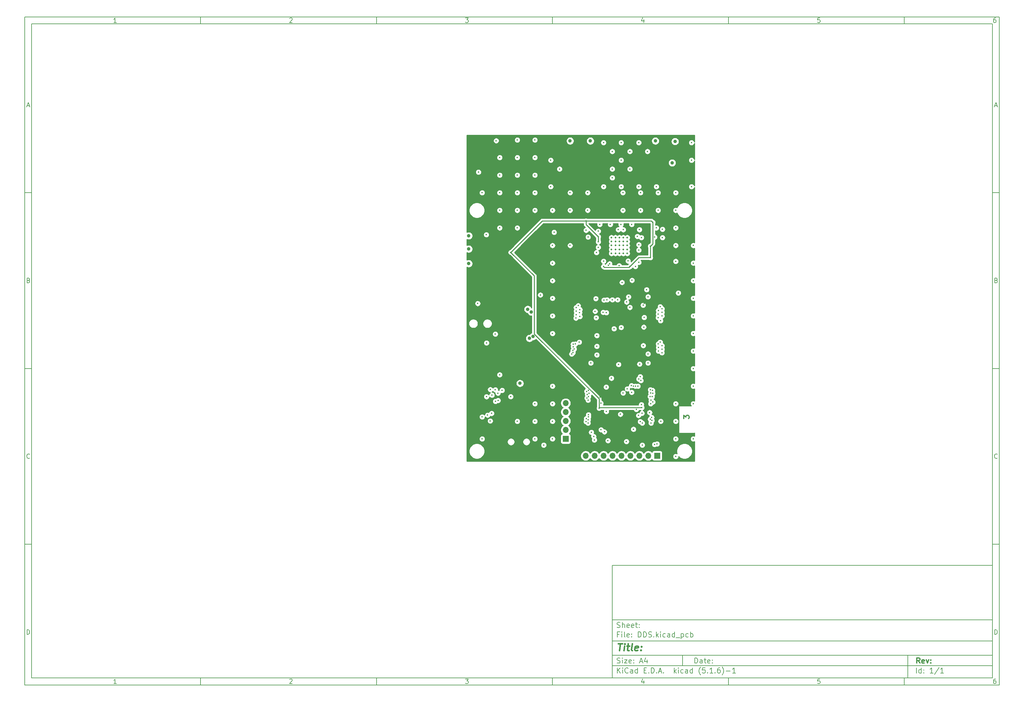
<source format=gbr>
%TF.GenerationSoftware,KiCad,Pcbnew,(5.1.6)-1*%
%TF.CreationDate,2020-12-14T06:54:31-07:00*%
%TF.ProjectId,DDS,4444532e-6b69-4636-9164-5f7063625858,rev?*%
%TF.SameCoordinates,Original*%
%TF.FileFunction,Copper,L3,Inr*%
%TF.FilePolarity,Positive*%
%FSLAX46Y46*%
G04 Gerber Fmt 4.6, Leading zero omitted, Abs format (unit mm)*
G04 Created by KiCad (PCBNEW (5.1.6)-1) date 2020-12-14 06:54:31*
%MOMM*%
%LPD*%
G01*
G04 APERTURE LIST*
%ADD10C,0.100000*%
%ADD11C,0.150000*%
%ADD12C,0.300000*%
%ADD13C,0.400000*%
%TA.AperFunction,NonConductor*%
%ADD14C,0.300000*%
%TD*%
%TA.AperFunction,ViaPad*%
%ADD15O,1.700000X1.700000*%
%TD*%
%TA.AperFunction,ViaPad*%
%ADD16R,1.700000X1.700000*%
%TD*%
%TA.AperFunction,ViaPad*%
%ADD17C,0.500000*%
%TD*%
%TA.AperFunction,ViaPad*%
%ADD18C,0.450000*%
%TD*%
%TA.AperFunction,ViaPad*%
%ADD19C,1.000000*%
%TD*%
%TA.AperFunction,Conductor*%
%ADD20C,0.250000*%
%TD*%
%TA.AperFunction,Conductor*%
%ADD21C,0.254000*%
%TD*%
G04 APERTURE END LIST*
D10*
D11*
X177002200Y-166007200D02*
X177002200Y-198007200D01*
X285002200Y-198007200D01*
X285002200Y-166007200D01*
X177002200Y-166007200D01*
D10*
D11*
X10000000Y-10000000D02*
X10000000Y-200007200D01*
X287002200Y-200007200D01*
X287002200Y-10000000D01*
X10000000Y-10000000D01*
D10*
D11*
X12000000Y-12000000D02*
X12000000Y-198007200D01*
X285002200Y-198007200D01*
X285002200Y-12000000D01*
X12000000Y-12000000D01*
D10*
D11*
X60000000Y-12000000D02*
X60000000Y-10000000D01*
D10*
D11*
X110000000Y-12000000D02*
X110000000Y-10000000D01*
D10*
D11*
X160000000Y-12000000D02*
X160000000Y-10000000D01*
D10*
D11*
X210000000Y-12000000D02*
X210000000Y-10000000D01*
D10*
D11*
X260000000Y-12000000D02*
X260000000Y-10000000D01*
D10*
D11*
X36065476Y-11588095D02*
X35322619Y-11588095D01*
X35694047Y-11588095D02*
X35694047Y-10288095D01*
X35570238Y-10473809D01*
X35446428Y-10597619D01*
X35322619Y-10659523D01*
D10*
D11*
X85322619Y-10411904D02*
X85384523Y-10350000D01*
X85508333Y-10288095D01*
X85817857Y-10288095D01*
X85941666Y-10350000D01*
X86003571Y-10411904D01*
X86065476Y-10535714D01*
X86065476Y-10659523D01*
X86003571Y-10845238D01*
X85260714Y-11588095D01*
X86065476Y-11588095D01*
D10*
D11*
X135260714Y-10288095D02*
X136065476Y-10288095D01*
X135632142Y-10783333D01*
X135817857Y-10783333D01*
X135941666Y-10845238D01*
X136003571Y-10907142D01*
X136065476Y-11030952D01*
X136065476Y-11340476D01*
X136003571Y-11464285D01*
X135941666Y-11526190D01*
X135817857Y-11588095D01*
X135446428Y-11588095D01*
X135322619Y-11526190D01*
X135260714Y-11464285D01*
D10*
D11*
X185941666Y-10721428D02*
X185941666Y-11588095D01*
X185632142Y-10226190D02*
X185322619Y-11154761D01*
X186127380Y-11154761D01*
D10*
D11*
X236003571Y-10288095D02*
X235384523Y-10288095D01*
X235322619Y-10907142D01*
X235384523Y-10845238D01*
X235508333Y-10783333D01*
X235817857Y-10783333D01*
X235941666Y-10845238D01*
X236003571Y-10907142D01*
X236065476Y-11030952D01*
X236065476Y-11340476D01*
X236003571Y-11464285D01*
X235941666Y-11526190D01*
X235817857Y-11588095D01*
X235508333Y-11588095D01*
X235384523Y-11526190D01*
X235322619Y-11464285D01*
D10*
D11*
X285941666Y-10288095D02*
X285694047Y-10288095D01*
X285570238Y-10350000D01*
X285508333Y-10411904D01*
X285384523Y-10597619D01*
X285322619Y-10845238D01*
X285322619Y-11340476D01*
X285384523Y-11464285D01*
X285446428Y-11526190D01*
X285570238Y-11588095D01*
X285817857Y-11588095D01*
X285941666Y-11526190D01*
X286003571Y-11464285D01*
X286065476Y-11340476D01*
X286065476Y-11030952D01*
X286003571Y-10907142D01*
X285941666Y-10845238D01*
X285817857Y-10783333D01*
X285570238Y-10783333D01*
X285446428Y-10845238D01*
X285384523Y-10907142D01*
X285322619Y-11030952D01*
D10*
D11*
X60000000Y-198007200D02*
X60000000Y-200007200D01*
D10*
D11*
X110000000Y-198007200D02*
X110000000Y-200007200D01*
D10*
D11*
X160000000Y-198007200D02*
X160000000Y-200007200D01*
D10*
D11*
X210000000Y-198007200D02*
X210000000Y-200007200D01*
D10*
D11*
X260000000Y-198007200D02*
X260000000Y-200007200D01*
D10*
D11*
X36065476Y-199595295D02*
X35322619Y-199595295D01*
X35694047Y-199595295D02*
X35694047Y-198295295D01*
X35570238Y-198481009D01*
X35446428Y-198604819D01*
X35322619Y-198666723D01*
D10*
D11*
X85322619Y-198419104D02*
X85384523Y-198357200D01*
X85508333Y-198295295D01*
X85817857Y-198295295D01*
X85941666Y-198357200D01*
X86003571Y-198419104D01*
X86065476Y-198542914D01*
X86065476Y-198666723D01*
X86003571Y-198852438D01*
X85260714Y-199595295D01*
X86065476Y-199595295D01*
D10*
D11*
X135260714Y-198295295D02*
X136065476Y-198295295D01*
X135632142Y-198790533D01*
X135817857Y-198790533D01*
X135941666Y-198852438D01*
X136003571Y-198914342D01*
X136065476Y-199038152D01*
X136065476Y-199347676D01*
X136003571Y-199471485D01*
X135941666Y-199533390D01*
X135817857Y-199595295D01*
X135446428Y-199595295D01*
X135322619Y-199533390D01*
X135260714Y-199471485D01*
D10*
D11*
X185941666Y-198728628D02*
X185941666Y-199595295D01*
X185632142Y-198233390D02*
X185322619Y-199161961D01*
X186127380Y-199161961D01*
D10*
D11*
X236003571Y-198295295D02*
X235384523Y-198295295D01*
X235322619Y-198914342D01*
X235384523Y-198852438D01*
X235508333Y-198790533D01*
X235817857Y-198790533D01*
X235941666Y-198852438D01*
X236003571Y-198914342D01*
X236065476Y-199038152D01*
X236065476Y-199347676D01*
X236003571Y-199471485D01*
X235941666Y-199533390D01*
X235817857Y-199595295D01*
X235508333Y-199595295D01*
X235384523Y-199533390D01*
X235322619Y-199471485D01*
D10*
D11*
X285941666Y-198295295D02*
X285694047Y-198295295D01*
X285570238Y-198357200D01*
X285508333Y-198419104D01*
X285384523Y-198604819D01*
X285322619Y-198852438D01*
X285322619Y-199347676D01*
X285384523Y-199471485D01*
X285446428Y-199533390D01*
X285570238Y-199595295D01*
X285817857Y-199595295D01*
X285941666Y-199533390D01*
X286003571Y-199471485D01*
X286065476Y-199347676D01*
X286065476Y-199038152D01*
X286003571Y-198914342D01*
X285941666Y-198852438D01*
X285817857Y-198790533D01*
X285570238Y-198790533D01*
X285446428Y-198852438D01*
X285384523Y-198914342D01*
X285322619Y-199038152D01*
D10*
D11*
X10000000Y-60000000D02*
X12000000Y-60000000D01*
D10*
D11*
X10000000Y-110000000D02*
X12000000Y-110000000D01*
D10*
D11*
X10000000Y-160000000D02*
X12000000Y-160000000D01*
D10*
D11*
X10690476Y-35216666D02*
X11309523Y-35216666D01*
X10566666Y-35588095D02*
X11000000Y-34288095D01*
X11433333Y-35588095D01*
D10*
D11*
X11092857Y-84907142D02*
X11278571Y-84969047D01*
X11340476Y-85030952D01*
X11402380Y-85154761D01*
X11402380Y-85340476D01*
X11340476Y-85464285D01*
X11278571Y-85526190D01*
X11154761Y-85588095D01*
X10659523Y-85588095D01*
X10659523Y-84288095D01*
X11092857Y-84288095D01*
X11216666Y-84350000D01*
X11278571Y-84411904D01*
X11340476Y-84535714D01*
X11340476Y-84659523D01*
X11278571Y-84783333D01*
X11216666Y-84845238D01*
X11092857Y-84907142D01*
X10659523Y-84907142D01*
D10*
D11*
X11402380Y-135464285D02*
X11340476Y-135526190D01*
X11154761Y-135588095D01*
X11030952Y-135588095D01*
X10845238Y-135526190D01*
X10721428Y-135402380D01*
X10659523Y-135278571D01*
X10597619Y-135030952D01*
X10597619Y-134845238D01*
X10659523Y-134597619D01*
X10721428Y-134473809D01*
X10845238Y-134350000D01*
X11030952Y-134288095D01*
X11154761Y-134288095D01*
X11340476Y-134350000D01*
X11402380Y-134411904D01*
D10*
D11*
X10659523Y-185588095D02*
X10659523Y-184288095D01*
X10969047Y-184288095D01*
X11154761Y-184350000D01*
X11278571Y-184473809D01*
X11340476Y-184597619D01*
X11402380Y-184845238D01*
X11402380Y-185030952D01*
X11340476Y-185278571D01*
X11278571Y-185402380D01*
X11154761Y-185526190D01*
X10969047Y-185588095D01*
X10659523Y-185588095D01*
D10*
D11*
X287002200Y-60000000D02*
X285002200Y-60000000D01*
D10*
D11*
X287002200Y-110000000D02*
X285002200Y-110000000D01*
D10*
D11*
X287002200Y-160000000D02*
X285002200Y-160000000D01*
D10*
D11*
X285692676Y-35216666D02*
X286311723Y-35216666D01*
X285568866Y-35588095D02*
X286002200Y-34288095D01*
X286435533Y-35588095D01*
D10*
D11*
X286095057Y-84907142D02*
X286280771Y-84969047D01*
X286342676Y-85030952D01*
X286404580Y-85154761D01*
X286404580Y-85340476D01*
X286342676Y-85464285D01*
X286280771Y-85526190D01*
X286156961Y-85588095D01*
X285661723Y-85588095D01*
X285661723Y-84288095D01*
X286095057Y-84288095D01*
X286218866Y-84350000D01*
X286280771Y-84411904D01*
X286342676Y-84535714D01*
X286342676Y-84659523D01*
X286280771Y-84783333D01*
X286218866Y-84845238D01*
X286095057Y-84907142D01*
X285661723Y-84907142D01*
D10*
D11*
X286404580Y-135464285D02*
X286342676Y-135526190D01*
X286156961Y-135588095D01*
X286033152Y-135588095D01*
X285847438Y-135526190D01*
X285723628Y-135402380D01*
X285661723Y-135278571D01*
X285599819Y-135030952D01*
X285599819Y-134845238D01*
X285661723Y-134597619D01*
X285723628Y-134473809D01*
X285847438Y-134350000D01*
X286033152Y-134288095D01*
X286156961Y-134288095D01*
X286342676Y-134350000D01*
X286404580Y-134411904D01*
D10*
D11*
X285661723Y-185588095D02*
X285661723Y-184288095D01*
X285971247Y-184288095D01*
X286156961Y-184350000D01*
X286280771Y-184473809D01*
X286342676Y-184597619D01*
X286404580Y-184845238D01*
X286404580Y-185030952D01*
X286342676Y-185278571D01*
X286280771Y-185402380D01*
X286156961Y-185526190D01*
X285971247Y-185588095D01*
X285661723Y-185588095D01*
D10*
D11*
X200434342Y-193785771D02*
X200434342Y-192285771D01*
X200791485Y-192285771D01*
X201005771Y-192357200D01*
X201148628Y-192500057D01*
X201220057Y-192642914D01*
X201291485Y-192928628D01*
X201291485Y-193142914D01*
X201220057Y-193428628D01*
X201148628Y-193571485D01*
X201005771Y-193714342D01*
X200791485Y-193785771D01*
X200434342Y-193785771D01*
X202577200Y-193785771D02*
X202577200Y-193000057D01*
X202505771Y-192857200D01*
X202362914Y-192785771D01*
X202077200Y-192785771D01*
X201934342Y-192857200D01*
X202577200Y-193714342D02*
X202434342Y-193785771D01*
X202077200Y-193785771D01*
X201934342Y-193714342D01*
X201862914Y-193571485D01*
X201862914Y-193428628D01*
X201934342Y-193285771D01*
X202077200Y-193214342D01*
X202434342Y-193214342D01*
X202577200Y-193142914D01*
X203077200Y-192785771D02*
X203648628Y-192785771D01*
X203291485Y-192285771D02*
X203291485Y-193571485D01*
X203362914Y-193714342D01*
X203505771Y-193785771D01*
X203648628Y-193785771D01*
X204720057Y-193714342D02*
X204577200Y-193785771D01*
X204291485Y-193785771D01*
X204148628Y-193714342D01*
X204077200Y-193571485D01*
X204077200Y-193000057D01*
X204148628Y-192857200D01*
X204291485Y-192785771D01*
X204577200Y-192785771D01*
X204720057Y-192857200D01*
X204791485Y-193000057D01*
X204791485Y-193142914D01*
X204077200Y-193285771D01*
X205434342Y-193642914D02*
X205505771Y-193714342D01*
X205434342Y-193785771D01*
X205362914Y-193714342D01*
X205434342Y-193642914D01*
X205434342Y-193785771D01*
X205434342Y-192857200D02*
X205505771Y-192928628D01*
X205434342Y-193000057D01*
X205362914Y-192928628D01*
X205434342Y-192857200D01*
X205434342Y-193000057D01*
D10*
D11*
X177002200Y-194507200D02*
X285002200Y-194507200D01*
D10*
D11*
X178434342Y-196585771D02*
X178434342Y-195085771D01*
X179291485Y-196585771D02*
X178648628Y-195728628D01*
X179291485Y-195085771D02*
X178434342Y-195942914D01*
X179934342Y-196585771D02*
X179934342Y-195585771D01*
X179934342Y-195085771D02*
X179862914Y-195157200D01*
X179934342Y-195228628D01*
X180005771Y-195157200D01*
X179934342Y-195085771D01*
X179934342Y-195228628D01*
X181505771Y-196442914D02*
X181434342Y-196514342D01*
X181220057Y-196585771D01*
X181077200Y-196585771D01*
X180862914Y-196514342D01*
X180720057Y-196371485D01*
X180648628Y-196228628D01*
X180577200Y-195942914D01*
X180577200Y-195728628D01*
X180648628Y-195442914D01*
X180720057Y-195300057D01*
X180862914Y-195157200D01*
X181077200Y-195085771D01*
X181220057Y-195085771D01*
X181434342Y-195157200D01*
X181505771Y-195228628D01*
X182791485Y-196585771D02*
X182791485Y-195800057D01*
X182720057Y-195657200D01*
X182577200Y-195585771D01*
X182291485Y-195585771D01*
X182148628Y-195657200D01*
X182791485Y-196514342D02*
X182648628Y-196585771D01*
X182291485Y-196585771D01*
X182148628Y-196514342D01*
X182077200Y-196371485D01*
X182077200Y-196228628D01*
X182148628Y-196085771D01*
X182291485Y-196014342D01*
X182648628Y-196014342D01*
X182791485Y-195942914D01*
X184148628Y-196585771D02*
X184148628Y-195085771D01*
X184148628Y-196514342D02*
X184005771Y-196585771D01*
X183720057Y-196585771D01*
X183577200Y-196514342D01*
X183505771Y-196442914D01*
X183434342Y-196300057D01*
X183434342Y-195871485D01*
X183505771Y-195728628D01*
X183577200Y-195657200D01*
X183720057Y-195585771D01*
X184005771Y-195585771D01*
X184148628Y-195657200D01*
X186005771Y-195800057D02*
X186505771Y-195800057D01*
X186720057Y-196585771D02*
X186005771Y-196585771D01*
X186005771Y-195085771D01*
X186720057Y-195085771D01*
X187362914Y-196442914D02*
X187434342Y-196514342D01*
X187362914Y-196585771D01*
X187291485Y-196514342D01*
X187362914Y-196442914D01*
X187362914Y-196585771D01*
X188077200Y-196585771D02*
X188077200Y-195085771D01*
X188434342Y-195085771D01*
X188648628Y-195157200D01*
X188791485Y-195300057D01*
X188862914Y-195442914D01*
X188934342Y-195728628D01*
X188934342Y-195942914D01*
X188862914Y-196228628D01*
X188791485Y-196371485D01*
X188648628Y-196514342D01*
X188434342Y-196585771D01*
X188077200Y-196585771D01*
X189577200Y-196442914D02*
X189648628Y-196514342D01*
X189577200Y-196585771D01*
X189505771Y-196514342D01*
X189577200Y-196442914D01*
X189577200Y-196585771D01*
X190220057Y-196157200D02*
X190934342Y-196157200D01*
X190077200Y-196585771D02*
X190577200Y-195085771D01*
X191077200Y-196585771D01*
X191577200Y-196442914D02*
X191648628Y-196514342D01*
X191577200Y-196585771D01*
X191505771Y-196514342D01*
X191577200Y-196442914D01*
X191577200Y-196585771D01*
X194577200Y-196585771D02*
X194577200Y-195085771D01*
X194720057Y-196014342D02*
X195148628Y-196585771D01*
X195148628Y-195585771D02*
X194577200Y-196157200D01*
X195791485Y-196585771D02*
X195791485Y-195585771D01*
X195791485Y-195085771D02*
X195720057Y-195157200D01*
X195791485Y-195228628D01*
X195862914Y-195157200D01*
X195791485Y-195085771D01*
X195791485Y-195228628D01*
X197148628Y-196514342D02*
X197005771Y-196585771D01*
X196720057Y-196585771D01*
X196577200Y-196514342D01*
X196505771Y-196442914D01*
X196434342Y-196300057D01*
X196434342Y-195871485D01*
X196505771Y-195728628D01*
X196577200Y-195657200D01*
X196720057Y-195585771D01*
X197005771Y-195585771D01*
X197148628Y-195657200D01*
X198434342Y-196585771D02*
X198434342Y-195800057D01*
X198362914Y-195657200D01*
X198220057Y-195585771D01*
X197934342Y-195585771D01*
X197791485Y-195657200D01*
X198434342Y-196514342D02*
X198291485Y-196585771D01*
X197934342Y-196585771D01*
X197791485Y-196514342D01*
X197720057Y-196371485D01*
X197720057Y-196228628D01*
X197791485Y-196085771D01*
X197934342Y-196014342D01*
X198291485Y-196014342D01*
X198434342Y-195942914D01*
X199791485Y-196585771D02*
X199791485Y-195085771D01*
X199791485Y-196514342D02*
X199648628Y-196585771D01*
X199362914Y-196585771D01*
X199220057Y-196514342D01*
X199148628Y-196442914D01*
X199077200Y-196300057D01*
X199077200Y-195871485D01*
X199148628Y-195728628D01*
X199220057Y-195657200D01*
X199362914Y-195585771D01*
X199648628Y-195585771D01*
X199791485Y-195657200D01*
X202077200Y-197157200D02*
X202005771Y-197085771D01*
X201862914Y-196871485D01*
X201791485Y-196728628D01*
X201720057Y-196514342D01*
X201648628Y-196157200D01*
X201648628Y-195871485D01*
X201720057Y-195514342D01*
X201791485Y-195300057D01*
X201862914Y-195157200D01*
X202005771Y-194942914D01*
X202077200Y-194871485D01*
X203362914Y-195085771D02*
X202648628Y-195085771D01*
X202577200Y-195800057D01*
X202648628Y-195728628D01*
X202791485Y-195657200D01*
X203148628Y-195657200D01*
X203291485Y-195728628D01*
X203362914Y-195800057D01*
X203434342Y-195942914D01*
X203434342Y-196300057D01*
X203362914Y-196442914D01*
X203291485Y-196514342D01*
X203148628Y-196585771D01*
X202791485Y-196585771D01*
X202648628Y-196514342D01*
X202577200Y-196442914D01*
X204077200Y-196442914D02*
X204148628Y-196514342D01*
X204077200Y-196585771D01*
X204005771Y-196514342D01*
X204077200Y-196442914D01*
X204077200Y-196585771D01*
X205577200Y-196585771D02*
X204720057Y-196585771D01*
X205148628Y-196585771D02*
X205148628Y-195085771D01*
X205005771Y-195300057D01*
X204862914Y-195442914D01*
X204720057Y-195514342D01*
X206220057Y-196442914D02*
X206291485Y-196514342D01*
X206220057Y-196585771D01*
X206148628Y-196514342D01*
X206220057Y-196442914D01*
X206220057Y-196585771D01*
X207577200Y-195085771D02*
X207291485Y-195085771D01*
X207148628Y-195157200D01*
X207077200Y-195228628D01*
X206934342Y-195442914D01*
X206862914Y-195728628D01*
X206862914Y-196300057D01*
X206934342Y-196442914D01*
X207005771Y-196514342D01*
X207148628Y-196585771D01*
X207434342Y-196585771D01*
X207577200Y-196514342D01*
X207648628Y-196442914D01*
X207720057Y-196300057D01*
X207720057Y-195942914D01*
X207648628Y-195800057D01*
X207577200Y-195728628D01*
X207434342Y-195657200D01*
X207148628Y-195657200D01*
X207005771Y-195728628D01*
X206934342Y-195800057D01*
X206862914Y-195942914D01*
X208220057Y-197157200D02*
X208291485Y-197085771D01*
X208434342Y-196871485D01*
X208505771Y-196728628D01*
X208577200Y-196514342D01*
X208648628Y-196157200D01*
X208648628Y-195871485D01*
X208577200Y-195514342D01*
X208505771Y-195300057D01*
X208434342Y-195157200D01*
X208291485Y-194942914D01*
X208220057Y-194871485D01*
X209362914Y-196014342D02*
X210505771Y-196014342D01*
X212005771Y-196585771D02*
X211148628Y-196585771D01*
X211577200Y-196585771D02*
X211577200Y-195085771D01*
X211434342Y-195300057D01*
X211291485Y-195442914D01*
X211148628Y-195514342D01*
D10*
D11*
X177002200Y-191507200D02*
X285002200Y-191507200D01*
D10*
D12*
X264411485Y-193785771D02*
X263911485Y-193071485D01*
X263554342Y-193785771D02*
X263554342Y-192285771D01*
X264125771Y-192285771D01*
X264268628Y-192357200D01*
X264340057Y-192428628D01*
X264411485Y-192571485D01*
X264411485Y-192785771D01*
X264340057Y-192928628D01*
X264268628Y-193000057D01*
X264125771Y-193071485D01*
X263554342Y-193071485D01*
X265625771Y-193714342D02*
X265482914Y-193785771D01*
X265197200Y-193785771D01*
X265054342Y-193714342D01*
X264982914Y-193571485D01*
X264982914Y-193000057D01*
X265054342Y-192857200D01*
X265197200Y-192785771D01*
X265482914Y-192785771D01*
X265625771Y-192857200D01*
X265697200Y-193000057D01*
X265697200Y-193142914D01*
X264982914Y-193285771D01*
X266197200Y-192785771D02*
X266554342Y-193785771D01*
X266911485Y-192785771D01*
X267482914Y-193642914D02*
X267554342Y-193714342D01*
X267482914Y-193785771D01*
X267411485Y-193714342D01*
X267482914Y-193642914D01*
X267482914Y-193785771D01*
X267482914Y-192857200D02*
X267554342Y-192928628D01*
X267482914Y-193000057D01*
X267411485Y-192928628D01*
X267482914Y-192857200D01*
X267482914Y-193000057D01*
D10*
D11*
X178362914Y-193714342D02*
X178577200Y-193785771D01*
X178934342Y-193785771D01*
X179077200Y-193714342D01*
X179148628Y-193642914D01*
X179220057Y-193500057D01*
X179220057Y-193357200D01*
X179148628Y-193214342D01*
X179077200Y-193142914D01*
X178934342Y-193071485D01*
X178648628Y-193000057D01*
X178505771Y-192928628D01*
X178434342Y-192857200D01*
X178362914Y-192714342D01*
X178362914Y-192571485D01*
X178434342Y-192428628D01*
X178505771Y-192357200D01*
X178648628Y-192285771D01*
X179005771Y-192285771D01*
X179220057Y-192357200D01*
X179862914Y-193785771D02*
X179862914Y-192785771D01*
X179862914Y-192285771D02*
X179791485Y-192357200D01*
X179862914Y-192428628D01*
X179934342Y-192357200D01*
X179862914Y-192285771D01*
X179862914Y-192428628D01*
X180434342Y-192785771D02*
X181220057Y-192785771D01*
X180434342Y-193785771D01*
X181220057Y-193785771D01*
X182362914Y-193714342D02*
X182220057Y-193785771D01*
X181934342Y-193785771D01*
X181791485Y-193714342D01*
X181720057Y-193571485D01*
X181720057Y-193000057D01*
X181791485Y-192857200D01*
X181934342Y-192785771D01*
X182220057Y-192785771D01*
X182362914Y-192857200D01*
X182434342Y-193000057D01*
X182434342Y-193142914D01*
X181720057Y-193285771D01*
X183077200Y-193642914D02*
X183148628Y-193714342D01*
X183077200Y-193785771D01*
X183005771Y-193714342D01*
X183077200Y-193642914D01*
X183077200Y-193785771D01*
X183077200Y-192857200D02*
X183148628Y-192928628D01*
X183077200Y-193000057D01*
X183005771Y-192928628D01*
X183077200Y-192857200D01*
X183077200Y-193000057D01*
X184862914Y-193357200D02*
X185577200Y-193357200D01*
X184720057Y-193785771D02*
X185220057Y-192285771D01*
X185720057Y-193785771D01*
X186862914Y-192785771D02*
X186862914Y-193785771D01*
X186505771Y-192214342D02*
X186148628Y-193285771D01*
X187077200Y-193285771D01*
D10*
D11*
X263434342Y-196585771D02*
X263434342Y-195085771D01*
X264791485Y-196585771D02*
X264791485Y-195085771D01*
X264791485Y-196514342D02*
X264648628Y-196585771D01*
X264362914Y-196585771D01*
X264220057Y-196514342D01*
X264148628Y-196442914D01*
X264077200Y-196300057D01*
X264077200Y-195871485D01*
X264148628Y-195728628D01*
X264220057Y-195657200D01*
X264362914Y-195585771D01*
X264648628Y-195585771D01*
X264791485Y-195657200D01*
X265505771Y-196442914D02*
X265577200Y-196514342D01*
X265505771Y-196585771D01*
X265434342Y-196514342D01*
X265505771Y-196442914D01*
X265505771Y-196585771D01*
X265505771Y-195657200D02*
X265577200Y-195728628D01*
X265505771Y-195800057D01*
X265434342Y-195728628D01*
X265505771Y-195657200D01*
X265505771Y-195800057D01*
X268148628Y-196585771D02*
X267291485Y-196585771D01*
X267720057Y-196585771D02*
X267720057Y-195085771D01*
X267577200Y-195300057D01*
X267434342Y-195442914D01*
X267291485Y-195514342D01*
X269862914Y-195014342D02*
X268577200Y-196942914D01*
X271148628Y-196585771D02*
X270291485Y-196585771D01*
X270720057Y-196585771D02*
X270720057Y-195085771D01*
X270577200Y-195300057D01*
X270434342Y-195442914D01*
X270291485Y-195514342D01*
D10*
D11*
X177002200Y-187507200D02*
X285002200Y-187507200D01*
D10*
D13*
X178714580Y-188211961D02*
X179857438Y-188211961D01*
X179036009Y-190211961D02*
X179286009Y-188211961D01*
X180274104Y-190211961D02*
X180440771Y-188878628D01*
X180524104Y-188211961D02*
X180416961Y-188307200D01*
X180500295Y-188402438D01*
X180607438Y-188307200D01*
X180524104Y-188211961D01*
X180500295Y-188402438D01*
X181107438Y-188878628D02*
X181869342Y-188878628D01*
X181476485Y-188211961D02*
X181262200Y-189926247D01*
X181333628Y-190116723D01*
X181512200Y-190211961D01*
X181702676Y-190211961D01*
X182655057Y-190211961D02*
X182476485Y-190116723D01*
X182405057Y-189926247D01*
X182619342Y-188211961D01*
X184190771Y-190116723D02*
X183988390Y-190211961D01*
X183607438Y-190211961D01*
X183428866Y-190116723D01*
X183357438Y-189926247D01*
X183452676Y-189164342D01*
X183571723Y-188973866D01*
X183774104Y-188878628D01*
X184155057Y-188878628D01*
X184333628Y-188973866D01*
X184405057Y-189164342D01*
X184381247Y-189354819D01*
X183405057Y-189545295D01*
X185155057Y-190021485D02*
X185238390Y-190116723D01*
X185131247Y-190211961D01*
X185047914Y-190116723D01*
X185155057Y-190021485D01*
X185131247Y-190211961D01*
X185286009Y-188973866D02*
X185369342Y-189069104D01*
X185262200Y-189164342D01*
X185178866Y-189069104D01*
X185286009Y-188973866D01*
X185262200Y-189164342D01*
D10*
D11*
X178934342Y-185600057D02*
X178434342Y-185600057D01*
X178434342Y-186385771D02*
X178434342Y-184885771D01*
X179148628Y-184885771D01*
X179720057Y-186385771D02*
X179720057Y-185385771D01*
X179720057Y-184885771D02*
X179648628Y-184957200D01*
X179720057Y-185028628D01*
X179791485Y-184957200D01*
X179720057Y-184885771D01*
X179720057Y-185028628D01*
X180648628Y-186385771D02*
X180505771Y-186314342D01*
X180434342Y-186171485D01*
X180434342Y-184885771D01*
X181791485Y-186314342D02*
X181648628Y-186385771D01*
X181362914Y-186385771D01*
X181220057Y-186314342D01*
X181148628Y-186171485D01*
X181148628Y-185600057D01*
X181220057Y-185457200D01*
X181362914Y-185385771D01*
X181648628Y-185385771D01*
X181791485Y-185457200D01*
X181862914Y-185600057D01*
X181862914Y-185742914D01*
X181148628Y-185885771D01*
X182505771Y-186242914D02*
X182577200Y-186314342D01*
X182505771Y-186385771D01*
X182434342Y-186314342D01*
X182505771Y-186242914D01*
X182505771Y-186385771D01*
X182505771Y-185457200D02*
X182577200Y-185528628D01*
X182505771Y-185600057D01*
X182434342Y-185528628D01*
X182505771Y-185457200D01*
X182505771Y-185600057D01*
X184362914Y-186385771D02*
X184362914Y-184885771D01*
X184720057Y-184885771D01*
X184934342Y-184957200D01*
X185077200Y-185100057D01*
X185148628Y-185242914D01*
X185220057Y-185528628D01*
X185220057Y-185742914D01*
X185148628Y-186028628D01*
X185077200Y-186171485D01*
X184934342Y-186314342D01*
X184720057Y-186385771D01*
X184362914Y-186385771D01*
X185862914Y-186385771D02*
X185862914Y-184885771D01*
X186220057Y-184885771D01*
X186434342Y-184957200D01*
X186577200Y-185100057D01*
X186648628Y-185242914D01*
X186720057Y-185528628D01*
X186720057Y-185742914D01*
X186648628Y-186028628D01*
X186577200Y-186171485D01*
X186434342Y-186314342D01*
X186220057Y-186385771D01*
X185862914Y-186385771D01*
X187291485Y-186314342D02*
X187505771Y-186385771D01*
X187862914Y-186385771D01*
X188005771Y-186314342D01*
X188077200Y-186242914D01*
X188148628Y-186100057D01*
X188148628Y-185957200D01*
X188077200Y-185814342D01*
X188005771Y-185742914D01*
X187862914Y-185671485D01*
X187577200Y-185600057D01*
X187434342Y-185528628D01*
X187362914Y-185457200D01*
X187291485Y-185314342D01*
X187291485Y-185171485D01*
X187362914Y-185028628D01*
X187434342Y-184957200D01*
X187577200Y-184885771D01*
X187934342Y-184885771D01*
X188148628Y-184957200D01*
X188791485Y-186242914D02*
X188862914Y-186314342D01*
X188791485Y-186385771D01*
X188720057Y-186314342D01*
X188791485Y-186242914D01*
X188791485Y-186385771D01*
X189505771Y-186385771D02*
X189505771Y-184885771D01*
X189648628Y-185814342D02*
X190077200Y-186385771D01*
X190077200Y-185385771D02*
X189505771Y-185957200D01*
X190720057Y-186385771D02*
X190720057Y-185385771D01*
X190720057Y-184885771D02*
X190648628Y-184957200D01*
X190720057Y-185028628D01*
X190791485Y-184957200D01*
X190720057Y-184885771D01*
X190720057Y-185028628D01*
X192077200Y-186314342D02*
X191934342Y-186385771D01*
X191648628Y-186385771D01*
X191505771Y-186314342D01*
X191434342Y-186242914D01*
X191362914Y-186100057D01*
X191362914Y-185671485D01*
X191434342Y-185528628D01*
X191505771Y-185457200D01*
X191648628Y-185385771D01*
X191934342Y-185385771D01*
X192077200Y-185457200D01*
X193362914Y-186385771D02*
X193362914Y-185600057D01*
X193291485Y-185457200D01*
X193148628Y-185385771D01*
X192862914Y-185385771D01*
X192720057Y-185457200D01*
X193362914Y-186314342D02*
X193220057Y-186385771D01*
X192862914Y-186385771D01*
X192720057Y-186314342D01*
X192648628Y-186171485D01*
X192648628Y-186028628D01*
X192720057Y-185885771D01*
X192862914Y-185814342D01*
X193220057Y-185814342D01*
X193362914Y-185742914D01*
X194720057Y-186385771D02*
X194720057Y-184885771D01*
X194720057Y-186314342D02*
X194577200Y-186385771D01*
X194291485Y-186385771D01*
X194148628Y-186314342D01*
X194077200Y-186242914D01*
X194005771Y-186100057D01*
X194005771Y-185671485D01*
X194077200Y-185528628D01*
X194148628Y-185457200D01*
X194291485Y-185385771D01*
X194577200Y-185385771D01*
X194720057Y-185457200D01*
X195077200Y-186528628D02*
X196220057Y-186528628D01*
X196577200Y-185385771D02*
X196577200Y-186885771D01*
X196577200Y-185457200D02*
X196720057Y-185385771D01*
X197005771Y-185385771D01*
X197148628Y-185457200D01*
X197220057Y-185528628D01*
X197291485Y-185671485D01*
X197291485Y-186100057D01*
X197220057Y-186242914D01*
X197148628Y-186314342D01*
X197005771Y-186385771D01*
X196720057Y-186385771D01*
X196577200Y-186314342D01*
X198577200Y-186314342D02*
X198434342Y-186385771D01*
X198148628Y-186385771D01*
X198005771Y-186314342D01*
X197934342Y-186242914D01*
X197862914Y-186100057D01*
X197862914Y-185671485D01*
X197934342Y-185528628D01*
X198005771Y-185457200D01*
X198148628Y-185385771D01*
X198434342Y-185385771D01*
X198577200Y-185457200D01*
X199220057Y-186385771D02*
X199220057Y-184885771D01*
X199220057Y-185457200D02*
X199362914Y-185385771D01*
X199648628Y-185385771D01*
X199791485Y-185457200D01*
X199862914Y-185528628D01*
X199934342Y-185671485D01*
X199934342Y-186100057D01*
X199862914Y-186242914D01*
X199791485Y-186314342D01*
X199648628Y-186385771D01*
X199362914Y-186385771D01*
X199220057Y-186314342D01*
D10*
D11*
X177002200Y-181507200D02*
X285002200Y-181507200D01*
D10*
D11*
X178362914Y-183614342D02*
X178577200Y-183685771D01*
X178934342Y-183685771D01*
X179077200Y-183614342D01*
X179148628Y-183542914D01*
X179220057Y-183400057D01*
X179220057Y-183257200D01*
X179148628Y-183114342D01*
X179077200Y-183042914D01*
X178934342Y-182971485D01*
X178648628Y-182900057D01*
X178505771Y-182828628D01*
X178434342Y-182757200D01*
X178362914Y-182614342D01*
X178362914Y-182471485D01*
X178434342Y-182328628D01*
X178505771Y-182257200D01*
X178648628Y-182185771D01*
X179005771Y-182185771D01*
X179220057Y-182257200D01*
X179862914Y-183685771D02*
X179862914Y-182185771D01*
X180505771Y-183685771D02*
X180505771Y-182900057D01*
X180434342Y-182757200D01*
X180291485Y-182685771D01*
X180077200Y-182685771D01*
X179934342Y-182757200D01*
X179862914Y-182828628D01*
X181791485Y-183614342D02*
X181648628Y-183685771D01*
X181362914Y-183685771D01*
X181220057Y-183614342D01*
X181148628Y-183471485D01*
X181148628Y-182900057D01*
X181220057Y-182757200D01*
X181362914Y-182685771D01*
X181648628Y-182685771D01*
X181791485Y-182757200D01*
X181862914Y-182900057D01*
X181862914Y-183042914D01*
X181148628Y-183185771D01*
X183077200Y-183614342D02*
X182934342Y-183685771D01*
X182648628Y-183685771D01*
X182505771Y-183614342D01*
X182434342Y-183471485D01*
X182434342Y-182900057D01*
X182505771Y-182757200D01*
X182648628Y-182685771D01*
X182934342Y-182685771D01*
X183077200Y-182757200D01*
X183148628Y-182900057D01*
X183148628Y-183042914D01*
X182434342Y-183185771D01*
X183577200Y-182685771D02*
X184148628Y-182685771D01*
X183791485Y-182185771D02*
X183791485Y-183471485D01*
X183862914Y-183614342D01*
X184005771Y-183685771D01*
X184148628Y-183685771D01*
X184648628Y-183542914D02*
X184720057Y-183614342D01*
X184648628Y-183685771D01*
X184577200Y-183614342D01*
X184648628Y-183542914D01*
X184648628Y-183685771D01*
X184648628Y-182757200D02*
X184720057Y-182828628D01*
X184648628Y-182900057D01*
X184577200Y-182828628D01*
X184648628Y-182757200D01*
X184648628Y-182900057D01*
D10*
D11*
X197002200Y-191507200D02*
X197002200Y-194507200D01*
D10*
D11*
X261002200Y-191507200D02*
X261002200Y-198007200D01*
D14*
X197328571Y-124250000D02*
X197328571Y-123321428D01*
X197900000Y-123821428D01*
X197900000Y-123607142D01*
X197971428Y-123464285D01*
X198042857Y-123392857D01*
X198185714Y-123321428D01*
X198542857Y-123321428D01*
X198685714Y-123392857D01*
X198757142Y-123464285D01*
X198828571Y-123607142D01*
X198828571Y-124035714D01*
X198757142Y-124178571D01*
X198685714Y-124250000D01*
D15*
%TO.N,AGND*%
%TO.C,J1*%
X163750000Y-119840000D03*
%TO.N,/TCK*%
X163750000Y-122380000D03*
%TO.N,/TDI*%
X163750000Y-124920000D03*
%TO.N,/TDO*%
X163750000Y-127460000D03*
D16*
%TO.N,/TMS*%
X163750000Y-130000000D03*
%TD*%
D15*
%TO.N,AGND*%
%TO.C,J7*%
X169430000Y-134800000D03*
%TO.N,Net-(J7-Pad8)*%
X171970000Y-134800000D03*
%TO.N,Net-(J7-Pad7)*%
X174510000Y-134800000D03*
%TO.N,Net-(J7-Pad6)*%
X177050000Y-134800000D03*
%TO.N,Net-(J7-Pad5)*%
X179590000Y-134800000D03*
%TO.N,Net-(J7-Pad4)*%
X182130000Y-134800000D03*
%TO.N,Net-(J7-Pad3)*%
X184670000Y-134800000D03*
%TO.N,Net-(J7-Pad2)*%
X187210000Y-134800000D03*
D16*
%TO.N,Net-(J7-Pad1)*%
X189750000Y-134800000D03*
%TD*%
D17*
%TO.N,AGND*%
%TO.C,U6*%
X176750000Y-77250000D03*
X176750000Y-76125000D03*
X176750000Y-75000000D03*
X176750000Y-73875000D03*
X176750000Y-72750000D03*
X177875000Y-77250000D03*
X177875000Y-76125000D03*
X177875000Y-75000000D03*
X177875000Y-73875000D03*
X177875000Y-72750000D03*
X179000000Y-77250000D03*
X179000000Y-76125000D03*
X179000000Y-75000000D03*
X179000000Y-73875000D03*
X179000000Y-72750000D03*
X180125000Y-77250000D03*
X180125000Y-76125000D03*
X180125000Y-75000000D03*
X180125000Y-73875000D03*
X180125000Y-72750000D03*
X181250000Y-77250000D03*
X181250000Y-76125000D03*
X181250000Y-75000000D03*
X181250000Y-73875000D03*
X181250000Y-72750000D03*
%TD*%
D18*
%TO.N,*%
X200000000Y-120000000D03*
D19*
%TO.N,+3V3*%
X191500000Y-56500000D03*
X166500000Y-56500000D03*
D18*
X171750000Y-55000000D03*
X159750000Y-56500000D03*
X184750000Y-56500000D03*
X196750000Y-58000000D03*
D19*
X148200000Y-93650000D03*
X148200000Y-101150000D03*
X149250000Y-114450000D03*
D18*
X182925000Y-90000000D03*
X181425000Y-127250000D03*
D19*
X146302583Y-118775761D03*
D18*
X181000000Y-69000000D03*
X184075000Y-69000000D03*
X178000000Y-69000000D03*
X175000000Y-69000000D03*
X180350000Y-108850000D03*
X185800000Y-106700000D03*
X185800000Y-101950000D03*
X188124594Y-99450000D03*
X185925406Y-96450000D03*
X186050000Y-91450000D03*
X172566269Y-97143857D03*
X172600000Y-99025000D03*
X171800000Y-91600000D03*
X179550000Y-91700000D03*
X176250000Y-128000000D03*
X173484123Y-118146566D03*
X184250012Y-77750000D03*
X176750000Y-85500000D03*
X181000000Y-80250000D03*
X177750003Y-80249997D03*
X141200012Y-79937500D03*
X172600000Y-102100000D03*
X172399584Y-107578161D03*
X176750000Y-115000000D03*
X183000000Y-115000000D03*
X185445366Y-123723104D03*
X148180000Y-84180000D03*
X183750000Y-91250000D03*
D19*
%TO.N,AGND*%
X194000000Y-51500000D03*
X150750000Y-114200000D03*
X136200000Y-76000000D03*
X136200000Y-72250000D03*
X136200000Y-80150000D03*
X154450000Y-100900000D03*
X152950000Y-93150000D03*
X153950000Y-93900000D03*
X153450000Y-101400000D03*
X165000000Y-45250000D03*
X189250000Y-45250000D03*
X194837500Y-45412500D03*
X170750000Y-45250000D03*
D18*
X199500000Y-45750000D03*
X199500000Y-50750000D03*
X199500000Y-58250000D03*
X143750000Y-100200000D03*
X141250000Y-102700000D03*
X189500000Y-58250000D03*
X184500000Y-58250000D03*
X179500000Y-58250000D03*
X174500000Y-58250000D03*
X177000000Y-55750000D03*
X182000000Y-53250000D03*
X177000000Y-53250000D03*
X179500000Y-50750000D03*
X179500000Y-45750000D03*
X182000000Y-48250000D03*
X187000000Y-48250000D03*
X184500000Y-45750000D03*
X177000000Y-48250000D03*
X174500000Y-45750000D03*
X159500000Y-58250000D03*
X159500000Y-50750000D03*
X162000000Y-53250000D03*
X138950000Y-54150000D03*
X183000000Y-127250000D03*
X182500000Y-69000000D03*
X179425406Y-69000000D03*
X176425000Y-69000000D03*
X173000000Y-75537500D03*
X173000000Y-70925000D03*
X173425000Y-69000000D03*
X183550000Y-80950000D03*
X184500000Y-76325000D03*
X184500000Y-79787500D03*
X178775000Y-108850000D03*
X187125000Y-105825000D03*
X185800000Y-103450000D03*
X185925406Y-98200000D03*
X186050000Y-95450000D03*
X172399594Y-95525000D03*
X172600000Y-100600000D03*
X172113235Y-93715322D03*
X185418946Y-122738564D03*
X174500000Y-79477010D03*
X173727010Y-119825000D03*
X179750000Y-85500000D03*
X178925000Y-80756020D03*
X175856352Y-80596491D03*
X172600000Y-103675000D03*
X172600000Y-106100000D03*
X175250000Y-115250000D03*
X176750000Y-112750000D03*
X183577013Y-115000000D03*
X185250000Y-120250000D03*
X175750000Y-130500000D03*
X174750000Y-128000000D03*
X189500000Y-70000000D03*
X185250000Y-72750000D03*
X185750000Y-92000000D03*
X182500000Y-116750000D03*
X150000000Y-45000000D03*
X150000000Y-50000000D03*
X150000000Y-55000000D03*
X150000000Y-60000000D03*
X150000000Y-65000000D03*
X150000000Y-70000000D03*
X145000000Y-70000000D03*
X145000000Y-65000000D03*
X145000000Y-60000000D03*
X145000000Y-55000000D03*
X145000000Y-50000000D03*
X155000000Y-45000000D03*
X155000000Y-50000000D03*
X155000000Y-55000000D03*
X155000000Y-60000000D03*
X155000000Y-65000000D03*
X160000000Y-65000000D03*
X165000000Y-65000000D03*
X165000000Y-60000000D03*
X170000000Y-60000000D03*
X170000000Y-65000000D03*
X180000000Y-65000000D03*
X180000000Y-60000000D03*
X185000000Y-65000000D03*
X190000000Y-65000000D03*
X185000000Y-60000000D03*
X190000000Y-60000000D03*
X195000000Y-60000000D03*
X195000000Y-65000000D03*
X195000000Y-70000000D03*
X195000000Y-75000000D03*
X195000000Y-79500000D03*
X200000000Y-75000000D03*
X200000000Y-80000000D03*
X200000000Y-85000000D03*
X200000000Y-85000000D03*
X200000000Y-90000000D03*
X200000000Y-95000000D03*
X200000000Y-100000000D03*
X200000000Y-105000000D03*
X200000000Y-110000000D03*
X200000000Y-115000000D03*
X195000000Y-120000000D03*
X195000000Y-125000000D03*
X195000000Y-130000000D03*
X200000000Y-130000000D03*
X195000000Y-135000000D03*
X160000000Y-115000000D03*
X160000000Y-120000000D03*
X160000000Y-125000000D03*
X160000000Y-130000000D03*
X155000000Y-130000000D03*
X155000000Y-125000000D03*
X155000000Y-120000000D03*
X150000000Y-125000000D03*
X140000000Y-130000000D03*
X140000000Y-60000000D03*
X160000000Y-75000000D03*
X160000000Y-80000000D03*
X160000000Y-85000000D03*
X165000000Y-75000000D03*
X160000000Y-90000000D03*
X160000000Y-95000000D03*
X160000000Y-100000000D03*
%TO.N,+1V8*%
X173000000Y-72500000D03*
X173000000Y-73962500D03*
X174500000Y-81000000D03*
X182000000Y-81000000D03*
X184500000Y-74750000D03*
X187800000Y-78450000D03*
X187800000Y-75200000D03*
X173250000Y-121250000D03*
X185377957Y-121118478D03*
X169500000Y-68000000D03*
X148150000Y-76950000D03*
X188500000Y-68425000D03*
X172500000Y-77000000D03*
%TO.N,Net-(C46-Pad2)*%
X181487500Y-79400000D03*
%TO.N,Net-(C48-Pad1)*%
X176250202Y-80174798D03*
%TO.N,Net-(C49-Pad2)*%
X180100000Y-70500000D03*
%TO.N,/TRIG*%
X181000000Y-130750000D03*
X144000000Y-45200000D03*
X140000000Y-123750000D03*
X142303411Y-124882453D03*
%TO.N,Net-(R2-Pad1)*%
X142324185Y-115974185D03*
%TO.N,Net-(R6-Pad2)*%
X156550761Y-89058329D03*
X195750000Y-88500000D03*
%TO.N,Net-(R7-Pad2)*%
X141200000Y-71937500D03*
X138750000Y-91500000D03*
%TO.N,Net-(R12-Pad1)*%
X174625416Y-90508670D03*
%TO.N,/HS_CLK*%
X175300000Y-122200000D03*
%TO.N,Net-(R15-Pad1)*%
X175500000Y-90425000D03*
%TO.N,Net-(R18-Pad1)*%
X177000000Y-90425000D03*
%TO.N,Net-(R19-Pad2)*%
X184700000Y-70500000D03*
%TO.N,/D0*%
X167300000Y-92100000D03*
X170200254Y-116211888D03*
%TO.N,/D16*%
X190600000Y-92400000D03*
X173800000Y-127400000D03*
%TO.N,/D1*%
X166703003Y-92638388D03*
X169693123Y-116487136D03*
%TO.N,/D17*%
X188000000Y-125500000D03*
X191116047Y-93017677D03*
%TO.N,/D2*%
X167797905Y-93208901D03*
X170406612Y-117062706D03*
%TO.N,/D18*%
X190075000Y-93497998D03*
X188238114Y-124760255D03*
%TO.N,/D3*%
X166750000Y-93650000D03*
X169904170Y-117346421D03*
%TO.N,/D19*%
X191133087Y-93975872D03*
X187782001Y-124406838D03*
%TO.N,/D4*%
X167711313Y-94133939D03*
X170221170Y-117980175D03*
%TO.N,/D20*%
X190050000Y-94497998D03*
X188200000Y-123900000D03*
%TO.N,/D5*%
X166750000Y-94650000D03*
X169800000Y-118374584D03*
%TO.N,/D21*%
X187600000Y-122500000D03*
X191116054Y-95017669D03*
%TO.N,/D6*%
X167797905Y-95208901D03*
X170100000Y-119000000D03*
%TO.N,/D22*%
X190000000Y-95500000D03*
X187900000Y-120000000D03*
%TO.N,/D7*%
X166653188Y-95650000D03*
X171027592Y-128104894D03*
%TO.N,/D23*%
X188500000Y-119500000D03*
X190699183Y-96400813D03*
%TO.N,/D8*%
X167600000Y-102500000D03*
X170221320Y-123130310D03*
%TO.N,/D24*%
X188000000Y-119000000D03*
X190600000Y-102497998D03*
%TO.N,/D9*%
X166469270Y-103023175D03*
X170212610Y-123707256D03*
%TO.N,/D25*%
X190050000Y-103002002D03*
X188305563Y-118005563D03*
%TO.N,/D10*%
X165859914Y-103040086D03*
X169625814Y-124225817D03*
%TO.N,/D26*%
X191110684Y-103512314D03*
X187733449Y-117930538D03*
%TO.N,/D11*%
X165899999Y-103800001D03*
X170111330Y-124558079D03*
%TO.N,/D27*%
X190100000Y-104000000D03*
X188473654Y-117062983D03*
%TO.N,/D12*%
X166162183Y-104409722D03*
X169514897Y-125076640D03*
%TO.N,/D28*%
X191128969Y-104517843D03*
X187900694Y-116994723D03*
%TO.N,/D13*%
X170100000Y-125500000D03*
X165812953Y-104869049D03*
%TO.N,/D29*%
X188400000Y-116200000D03*
X190100000Y-105000000D03*
%TO.N,/D14*%
X171700000Y-129300000D03*
X165831858Y-105445751D03*
%TO.N,/D30*%
X187800000Y-116000000D03*
X191088708Y-105498902D03*
%TO.N,/D15*%
X171900000Y-130300000D03*
X165435198Y-105864802D03*
%TO.N,Net-(RBIAS1-Pad2)*%
X178687500Y-70500000D03*
%TO.N,/SCK*%
X169554318Y-70672814D03*
X160449239Y-71250010D03*
X157500000Y-131750000D03*
X142674584Y-122750000D03*
%TO.N,/SLEEP*%
X184100000Y-72400000D03*
X186750000Y-87550761D03*
X142800808Y-117550808D03*
%TO.N,/MOSI*%
X189000000Y-131574584D03*
X144500000Y-117000000D03*
%TO.N,/MISO*%
X189699185Y-131449185D03*
X141550761Y-123250000D03*
%TO.N,/CS_DAC*%
X145000000Y-111750000D03*
%TO.N,/CS_MEM*%
X190750000Y-125000000D03*
X141250000Y-118000000D03*
%TO.N,/IO2*%
X185500000Y-131750000D03*
X143750000Y-116000000D03*
%TO.N,/A16*%
X184925416Y-112301108D03*
X184736879Y-108712852D03*
%TO.N,/DQPd*%
X185500000Y-125500000D03*
X170875000Y-108425000D03*
%TO.N,/DQPc*%
X172300000Y-90100000D03*
X184922021Y-125074584D03*
%TO.N,/DQPb*%
X187125000Y-89575000D03*
X184425416Y-123343888D03*
%TO.N,/DQPa*%
X187125000Y-108425000D03*
X183826025Y-121595488D03*
%TO.N,/~CE*%
X174400000Y-94000000D03*
X182446005Y-114838653D03*
%TO.N,/CE2*%
X175300000Y-94100000D03*
X184274584Y-115000000D03*
%TO.N,/TXEN*%
X170100815Y-72600815D03*
X144516096Y-119050761D03*
%TO.N,/PHSTR*%
X189000000Y-72600000D03*
X143775801Y-119324584D03*
%TO.N,/~CE2*%
X179300815Y-122999185D03*
X177474584Y-98676209D03*
%TO.N,/~GW*%
X182000000Y-92600000D03*
X180074584Y-116946431D03*
%TO.N,/~OE*%
X181600000Y-89600000D03*
X184500000Y-112986668D03*
%TO.N,/~ADSC*%
X185103963Y-113412084D03*
X181076023Y-91074393D03*
%TO.N,Net-(TP44-Pad1)*%
X182600000Y-84900000D03*
%TO.N,Net-(TP45-Pad1)*%
X191250000Y-70400000D03*
%TO.N,/DAC_RST*%
X191250000Y-72750000D03*
X148112209Y-117973062D03*
%TO.N,Net-(R20-Pad1)*%
X178500000Y-90425000D03*
%TO.N,Net-(R21-Pad1)*%
X145675000Y-116200000D03*
%TO.N,/SRAM_CLK*%
X179500000Y-98300000D03*
X181250000Y-115750000D03*
%TD*%
D20*
%TO.N,+1V8*%
X169500000Y-68000000D02*
X157100000Y-68000000D01*
X157100000Y-68000000D02*
X148150000Y-76950000D01*
X169500000Y-69000000D02*
X173000000Y-72500000D01*
X169500000Y-68000000D02*
X169500000Y-69000000D01*
X173000000Y-73962500D02*
X173000000Y-72500000D01*
X169500000Y-68000000D02*
X188075000Y-68000000D01*
X188075000Y-68000000D02*
X188500000Y-68425000D01*
X188500000Y-74500000D02*
X187800000Y-75200000D01*
X188500000Y-68425000D02*
X188500000Y-74500000D01*
X187800000Y-75200000D02*
X187800000Y-78450000D01*
X184550000Y-78450000D02*
X182000000Y-81000000D01*
X187800000Y-78450000D02*
X184550000Y-78450000D01*
X154810961Y-100147999D02*
X173250000Y-118587038D01*
X148150000Y-76950000D02*
X154810961Y-83610961D01*
X154810961Y-83610961D02*
X154810961Y-100147999D01*
X173250000Y-118587038D02*
X173250000Y-121250000D01*
X173381522Y-121118478D02*
X173250000Y-121250000D01*
X185377957Y-121118478D02*
X173381522Y-121118478D01*
X181766979Y-81233021D02*
X174733021Y-81233021D01*
X182000000Y-81000000D02*
X181766979Y-81233021D01*
X174733021Y-81233021D02*
X174500000Y-81000000D01*
%TD*%
D21*
%TO.N,+3V3*%
G36*
X200340001Y-45564754D02*
G01*
X200326951Y-45499147D01*
X200262122Y-45342637D01*
X200168005Y-45201782D01*
X200048218Y-45081995D01*
X199907363Y-44987878D01*
X199750853Y-44923049D01*
X199584703Y-44890000D01*
X199415297Y-44890000D01*
X199249147Y-44923049D01*
X199092637Y-44987878D01*
X198951782Y-45081995D01*
X198831995Y-45201782D01*
X198737878Y-45342637D01*
X198673049Y-45499147D01*
X198640000Y-45665297D01*
X198640000Y-45834703D01*
X198673049Y-46000853D01*
X198737878Y-46157363D01*
X198831995Y-46298218D01*
X198951782Y-46418005D01*
X199092637Y-46512122D01*
X199249147Y-46576951D01*
X199415297Y-46610000D01*
X199584703Y-46610000D01*
X199750853Y-46576951D01*
X199907363Y-46512122D01*
X200048218Y-46418005D01*
X200168005Y-46298218D01*
X200262122Y-46157363D01*
X200326951Y-46000853D01*
X200340001Y-45935246D01*
X200340001Y-50564754D01*
X200326951Y-50499147D01*
X200262122Y-50342637D01*
X200168005Y-50201782D01*
X200048218Y-50081995D01*
X199907363Y-49987878D01*
X199750853Y-49923049D01*
X199584703Y-49890000D01*
X199415297Y-49890000D01*
X199249147Y-49923049D01*
X199092637Y-49987878D01*
X198951782Y-50081995D01*
X198831995Y-50201782D01*
X198737878Y-50342637D01*
X198673049Y-50499147D01*
X198640000Y-50665297D01*
X198640000Y-50834703D01*
X198673049Y-51000853D01*
X198737878Y-51157363D01*
X198831995Y-51298218D01*
X198951782Y-51418005D01*
X199092637Y-51512122D01*
X199249147Y-51576951D01*
X199415297Y-51610000D01*
X199584703Y-51610000D01*
X199750853Y-51576951D01*
X199907363Y-51512122D01*
X200048218Y-51418005D01*
X200168005Y-51298218D01*
X200262122Y-51157363D01*
X200326951Y-51000853D01*
X200340001Y-50935246D01*
X200340001Y-58064754D01*
X200326951Y-57999147D01*
X200262122Y-57842637D01*
X200168005Y-57701782D01*
X200048218Y-57581995D01*
X199907363Y-57487878D01*
X199750853Y-57423049D01*
X199584703Y-57390000D01*
X199415297Y-57390000D01*
X199249147Y-57423049D01*
X199092637Y-57487878D01*
X198951782Y-57581995D01*
X198831995Y-57701782D01*
X198737878Y-57842637D01*
X198673049Y-57999147D01*
X198640000Y-58165297D01*
X198640000Y-58334703D01*
X198673049Y-58500853D01*
X198737878Y-58657363D01*
X198831995Y-58798218D01*
X198951782Y-58918005D01*
X199092637Y-59012122D01*
X199249147Y-59076951D01*
X199415297Y-59110000D01*
X199584703Y-59110000D01*
X199750853Y-59076951D01*
X199907363Y-59012122D01*
X200048218Y-58918005D01*
X200168005Y-58798218D01*
X200262122Y-58657363D01*
X200326951Y-58500853D01*
X200340001Y-58435246D01*
X200340001Y-74209975D01*
X200250853Y-74173049D01*
X200084703Y-74140000D01*
X199915297Y-74140000D01*
X199749147Y-74173049D01*
X199592637Y-74237878D01*
X199451782Y-74331995D01*
X199331995Y-74451782D01*
X199237878Y-74592637D01*
X199173049Y-74749147D01*
X199140000Y-74915297D01*
X199140000Y-75084703D01*
X199173049Y-75250853D01*
X199237878Y-75407363D01*
X199331995Y-75548218D01*
X199451782Y-75668005D01*
X199592637Y-75762122D01*
X199749147Y-75826951D01*
X199915297Y-75860000D01*
X200084703Y-75860000D01*
X200250853Y-75826951D01*
X200340001Y-75790025D01*
X200340001Y-79209975D01*
X200250853Y-79173049D01*
X200084703Y-79140000D01*
X199915297Y-79140000D01*
X199749147Y-79173049D01*
X199592637Y-79237878D01*
X199451782Y-79331995D01*
X199331995Y-79451782D01*
X199237878Y-79592637D01*
X199173049Y-79749147D01*
X199140000Y-79915297D01*
X199140000Y-80084703D01*
X199173049Y-80250853D01*
X199237878Y-80407363D01*
X199331995Y-80548218D01*
X199451782Y-80668005D01*
X199592637Y-80762122D01*
X199749147Y-80826951D01*
X199915297Y-80860000D01*
X200084703Y-80860000D01*
X200250853Y-80826951D01*
X200340001Y-80790025D01*
X200340001Y-84209975D01*
X200250853Y-84173049D01*
X200084703Y-84140000D01*
X199915297Y-84140000D01*
X199749147Y-84173049D01*
X199592637Y-84237878D01*
X199451782Y-84331995D01*
X199331995Y-84451782D01*
X199237878Y-84592637D01*
X199173049Y-84749147D01*
X199140000Y-84915297D01*
X199140000Y-85084703D01*
X199173049Y-85250853D01*
X199237878Y-85407363D01*
X199331995Y-85548218D01*
X199451782Y-85668005D01*
X199592637Y-85762122D01*
X199749147Y-85826951D01*
X199915297Y-85860000D01*
X200084703Y-85860000D01*
X200250853Y-85826951D01*
X200340001Y-85790025D01*
X200340001Y-89209975D01*
X200250853Y-89173049D01*
X200084703Y-89140000D01*
X199915297Y-89140000D01*
X199749147Y-89173049D01*
X199592637Y-89237878D01*
X199451782Y-89331995D01*
X199331995Y-89451782D01*
X199237878Y-89592637D01*
X199173049Y-89749147D01*
X199140000Y-89915297D01*
X199140000Y-90084703D01*
X199173049Y-90250853D01*
X199237878Y-90407363D01*
X199331995Y-90548218D01*
X199451782Y-90668005D01*
X199592637Y-90762122D01*
X199749147Y-90826951D01*
X199915297Y-90860000D01*
X200084703Y-90860000D01*
X200250853Y-90826951D01*
X200340000Y-90790025D01*
X200340000Y-94209975D01*
X200250853Y-94173049D01*
X200084703Y-94140000D01*
X199915297Y-94140000D01*
X199749147Y-94173049D01*
X199592637Y-94237878D01*
X199451782Y-94331995D01*
X199331995Y-94451782D01*
X199237878Y-94592637D01*
X199173049Y-94749147D01*
X199140000Y-94915297D01*
X199140000Y-95084703D01*
X199173049Y-95250853D01*
X199237878Y-95407363D01*
X199331995Y-95548218D01*
X199451782Y-95668005D01*
X199592637Y-95762122D01*
X199749147Y-95826951D01*
X199915297Y-95860000D01*
X200084703Y-95860000D01*
X200250853Y-95826951D01*
X200340000Y-95790025D01*
X200340000Y-99209975D01*
X200250853Y-99173049D01*
X200084703Y-99140000D01*
X199915297Y-99140000D01*
X199749147Y-99173049D01*
X199592637Y-99237878D01*
X199451782Y-99331995D01*
X199331995Y-99451782D01*
X199237878Y-99592637D01*
X199173049Y-99749147D01*
X199140000Y-99915297D01*
X199140000Y-100084703D01*
X199173049Y-100250853D01*
X199237878Y-100407363D01*
X199331995Y-100548218D01*
X199451782Y-100668005D01*
X199592637Y-100762122D01*
X199749147Y-100826951D01*
X199915297Y-100860000D01*
X200084703Y-100860000D01*
X200250853Y-100826951D01*
X200340000Y-100790025D01*
X200340000Y-104209975D01*
X200250853Y-104173049D01*
X200084703Y-104140000D01*
X199915297Y-104140000D01*
X199749147Y-104173049D01*
X199592637Y-104237878D01*
X199451782Y-104331995D01*
X199331995Y-104451782D01*
X199237878Y-104592637D01*
X199173049Y-104749147D01*
X199140000Y-104915297D01*
X199140000Y-105084703D01*
X199173049Y-105250853D01*
X199237878Y-105407363D01*
X199331995Y-105548218D01*
X199451782Y-105668005D01*
X199592637Y-105762122D01*
X199749147Y-105826951D01*
X199915297Y-105860000D01*
X200084703Y-105860000D01*
X200250853Y-105826951D01*
X200340000Y-105790025D01*
X200340000Y-109209975D01*
X200250853Y-109173049D01*
X200084703Y-109140000D01*
X199915297Y-109140000D01*
X199749147Y-109173049D01*
X199592637Y-109237878D01*
X199451782Y-109331995D01*
X199331995Y-109451782D01*
X199237878Y-109592637D01*
X199173049Y-109749147D01*
X199140000Y-109915297D01*
X199140000Y-110084703D01*
X199173049Y-110250853D01*
X199237878Y-110407363D01*
X199331995Y-110548218D01*
X199451782Y-110668005D01*
X199592637Y-110762122D01*
X199749147Y-110826951D01*
X199915297Y-110860000D01*
X200084703Y-110860000D01*
X200250853Y-110826951D01*
X200340000Y-110790025D01*
X200340000Y-114209975D01*
X200250853Y-114173049D01*
X200084703Y-114140000D01*
X199915297Y-114140000D01*
X199749147Y-114173049D01*
X199592637Y-114237878D01*
X199451782Y-114331995D01*
X199331995Y-114451782D01*
X199237878Y-114592637D01*
X199173049Y-114749147D01*
X199140000Y-114915297D01*
X199140000Y-115084703D01*
X199173049Y-115250853D01*
X199237878Y-115407363D01*
X199331995Y-115548218D01*
X199451782Y-115668005D01*
X199592637Y-115762122D01*
X199749147Y-115826951D01*
X199915297Y-115860000D01*
X200084703Y-115860000D01*
X200250853Y-115826951D01*
X200340000Y-115790025D01*
X200340000Y-119209975D01*
X200250853Y-119173049D01*
X200084703Y-119140000D01*
X199915297Y-119140000D01*
X199749147Y-119173049D01*
X199592637Y-119237878D01*
X199451782Y-119331995D01*
X199331995Y-119451782D01*
X199237878Y-119592637D01*
X199173049Y-119749147D01*
X199140000Y-119915297D01*
X199140000Y-120084703D01*
X199173049Y-120250853D01*
X199237878Y-120407363D01*
X199331995Y-120548218D01*
X199406777Y-120623000D01*
X196000000Y-120623000D01*
X195975224Y-120625440D01*
X195951399Y-120632667D01*
X195929443Y-120644403D01*
X195910197Y-120660197D01*
X195894403Y-120679443D01*
X195882667Y-120701399D01*
X195875440Y-120725224D01*
X195873000Y-120750000D01*
X195873000Y-128250000D01*
X195875440Y-128274776D01*
X195882667Y-128298601D01*
X195894403Y-128320557D01*
X195910197Y-128339803D01*
X195929443Y-128355597D01*
X195951399Y-128367333D01*
X195975224Y-128374560D01*
X196000000Y-128377000D01*
X200250000Y-128377000D01*
X200274776Y-128374560D01*
X200298601Y-128367333D01*
X200320557Y-128355597D01*
X200339803Y-128339803D01*
X200340000Y-128339563D01*
X200340000Y-129209975D01*
X200250853Y-129173049D01*
X200084703Y-129140000D01*
X199915297Y-129140000D01*
X199749147Y-129173049D01*
X199592637Y-129237878D01*
X199451782Y-129331995D01*
X199331995Y-129451782D01*
X199237878Y-129592637D01*
X199173049Y-129749147D01*
X199140000Y-129915297D01*
X199140000Y-130084703D01*
X199173049Y-130250853D01*
X199237878Y-130407363D01*
X199331995Y-130548218D01*
X199451782Y-130668005D01*
X199592637Y-130762122D01*
X199749147Y-130826951D01*
X199915297Y-130860000D01*
X200084703Y-130860000D01*
X200250853Y-130826951D01*
X200340000Y-130790025D01*
X200340000Y-136340000D01*
X135660000Y-136340000D01*
X135660000Y-133279872D01*
X136265000Y-133279872D01*
X136265000Y-133720128D01*
X136350890Y-134151925D01*
X136519369Y-134558669D01*
X136763962Y-134924729D01*
X137075271Y-135236038D01*
X137441331Y-135480631D01*
X137848075Y-135649110D01*
X138279872Y-135735000D01*
X138720128Y-135735000D01*
X139151925Y-135649110D01*
X139558669Y-135480631D01*
X139924729Y-135236038D01*
X140236038Y-134924729D01*
X140417106Y-134653740D01*
X167945000Y-134653740D01*
X167945000Y-134946260D01*
X168002068Y-135233158D01*
X168114010Y-135503411D01*
X168276525Y-135746632D01*
X168483368Y-135953475D01*
X168726589Y-136115990D01*
X168996842Y-136227932D01*
X169283740Y-136285000D01*
X169576260Y-136285000D01*
X169863158Y-136227932D01*
X170133411Y-136115990D01*
X170376632Y-135953475D01*
X170583475Y-135746632D01*
X170700000Y-135572240D01*
X170816525Y-135746632D01*
X171023368Y-135953475D01*
X171266589Y-136115990D01*
X171536842Y-136227932D01*
X171823740Y-136285000D01*
X172116260Y-136285000D01*
X172403158Y-136227932D01*
X172673411Y-136115990D01*
X172916632Y-135953475D01*
X173123475Y-135746632D01*
X173240000Y-135572240D01*
X173356525Y-135746632D01*
X173563368Y-135953475D01*
X173806589Y-136115990D01*
X174076842Y-136227932D01*
X174363740Y-136285000D01*
X174656260Y-136285000D01*
X174943158Y-136227932D01*
X175213411Y-136115990D01*
X175456632Y-135953475D01*
X175663475Y-135746632D01*
X175780000Y-135572240D01*
X175896525Y-135746632D01*
X176103368Y-135953475D01*
X176346589Y-136115990D01*
X176616842Y-136227932D01*
X176903740Y-136285000D01*
X177196260Y-136285000D01*
X177483158Y-136227932D01*
X177753411Y-136115990D01*
X177996632Y-135953475D01*
X178203475Y-135746632D01*
X178320000Y-135572240D01*
X178436525Y-135746632D01*
X178643368Y-135953475D01*
X178886589Y-136115990D01*
X179156842Y-136227932D01*
X179443740Y-136285000D01*
X179736260Y-136285000D01*
X180023158Y-136227932D01*
X180293411Y-136115990D01*
X180536632Y-135953475D01*
X180743475Y-135746632D01*
X180860000Y-135572240D01*
X180976525Y-135746632D01*
X181183368Y-135953475D01*
X181426589Y-136115990D01*
X181696842Y-136227932D01*
X181983740Y-136285000D01*
X182276260Y-136285000D01*
X182563158Y-136227932D01*
X182833411Y-136115990D01*
X183076632Y-135953475D01*
X183283475Y-135746632D01*
X183400000Y-135572240D01*
X183516525Y-135746632D01*
X183723368Y-135953475D01*
X183966589Y-136115990D01*
X184236842Y-136227932D01*
X184523740Y-136285000D01*
X184816260Y-136285000D01*
X185103158Y-136227932D01*
X185373411Y-136115990D01*
X185616632Y-135953475D01*
X185823475Y-135746632D01*
X185940000Y-135572240D01*
X186056525Y-135746632D01*
X186263368Y-135953475D01*
X186506589Y-136115990D01*
X186776842Y-136227932D01*
X187063740Y-136285000D01*
X187356260Y-136285000D01*
X187643158Y-136227932D01*
X187913411Y-136115990D01*
X188156632Y-135953475D01*
X188288487Y-135821620D01*
X188310498Y-135894180D01*
X188369463Y-136004494D01*
X188448815Y-136101185D01*
X188545506Y-136180537D01*
X188655820Y-136239502D01*
X188775518Y-136275812D01*
X188900000Y-136288072D01*
X190600000Y-136288072D01*
X190724482Y-136275812D01*
X190844180Y-136239502D01*
X190954494Y-136180537D01*
X191051185Y-136101185D01*
X191130537Y-136004494D01*
X191189502Y-135894180D01*
X191225812Y-135774482D01*
X191238072Y-135650000D01*
X191238072Y-134915297D01*
X194140000Y-134915297D01*
X194140000Y-135084703D01*
X194173049Y-135250853D01*
X194237878Y-135407363D01*
X194331995Y-135548218D01*
X194451782Y-135668005D01*
X194592637Y-135762122D01*
X194749147Y-135826951D01*
X194915297Y-135860000D01*
X195084703Y-135860000D01*
X195250853Y-135826951D01*
X195407363Y-135762122D01*
X195548218Y-135668005D01*
X195668005Y-135548218D01*
X195762122Y-135407363D01*
X195826951Y-135250853D01*
X195860000Y-135084703D01*
X195860000Y-135020767D01*
X196075271Y-135236038D01*
X196441331Y-135480631D01*
X196848075Y-135649110D01*
X197279872Y-135735000D01*
X197720128Y-135735000D01*
X198151925Y-135649110D01*
X198558669Y-135480631D01*
X198924729Y-135236038D01*
X199236038Y-134924729D01*
X199480631Y-134558669D01*
X199649110Y-134151925D01*
X199735000Y-133720128D01*
X199735000Y-133279872D01*
X199649110Y-132848075D01*
X199480631Y-132441331D01*
X199236038Y-132075271D01*
X198924729Y-131763962D01*
X198558669Y-131519369D01*
X198151925Y-131350890D01*
X197720128Y-131265000D01*
X197279872Y-131265000D01*
X196848075Y-131350890D01*
X196441331Y-131519369D01*
X196075271Y-131763962D01*
X195763962Y-132075271D01*
X195519369Y-132441331D01*
X195350890Y-132848075D01*
X195265000Y-133279872D01*
X195265000Y-133720128D01*
X195350890Y-134151925D01*
X195382171Y-134227443D01*
X195250853Y-134173049D01*
X195084703Y-134140000D01*
X194915297Y-134140000D01*
X194749147Y-134173049D01*
X194592637Y-134237878D01*
X194451782Y-134331995D01*
X194331995Y-134451782D01*
X194237878Y-134592637D01*
X194173049Y-134749147D01*
X194140000Y-134915297D01*
X191238072Y-134915297D01*
X191238072Y-133950000D01*
X191225812Y-133825518D01*
X191189502Y-133705820D01*
X191130537Y-133595506D01*
X191051185Y-133498815D01*
X190954494Y-133419463D01*
X190844180Y-133360498D01*
X190724482Y-133324188D01*
X190600000Y-133311928D01*
X188900000Y-133311928D01*
X188775518Y-133324188D01*
X188655820Y-133360498D01*
X188545506Y-133419463D01*
X188448815Y-133498815D01*
X188369463Y-133595506D01*
X188310498Y-133705820D01*
X188288487Y-133778380D01*
X188156632Y-133646525D01*
X187913411Y-133484010D01*
X187643158Y-133372068D01*
X187356260Y-133315000D01*
X187063740Y-133315000D01*
X186776842Y-133372068D01*
X186506589Y-133484010D01*
X186263368Y-133646525D01*
X186056525Y-133853368D01*
X185940000Y-134027760D01*
X185823475Y-133853368D01*
X185616632Y-133646525D01*
X185373411Y-133484010D01*
X185103158Y-133372068D01*
X184816260Y-133315000D01*
X184523740Y-133315000D01*
X184236842Y-133372068D01*
X183966589Y-133484010D01*
X183723368Y-133646525D01*
X183516525Y-133853368D01*
X183400000Y-134027760D01*
X183283475Y-133853368D01*
X183076632Y-133646525D01*
X182833411Y-133484010D01*
X182563158Y-133372068D01*
X182276260Y-133315000D01*
X181983740Y-133315000D01*
X181696842Y-133372068D01*
X181426589Y-133484010D01*
X181183368Y-133646525D01*
X180976525Y-133853368D01*
X180860000Y-134027760D01*
X180743475Y-133853368D01*
X180536632Y-133646525D01*
X180293411Y-133484010D01*
X180023158Y-133372068D01*
X179736260Y-133315000D01*
X179443740Y-133315000D01*
X179156842Y-133372068D01*
X178886589Y-133484010D01*
X178643368Y-133646525D01*
X178436525Y-133853368D01*
X178320000Y-134027760D01*
X178203475Y-133853368D01*
X177996632Y-133646525D01*
X177753411Y-133484010D01*
X177483158Y-133372068D01*
X177196260Y-133315000D01*
X176903740Y-133315000D01*
X176616842Y-133372068D01*
X176346589Y-133484010D01*
X176103368Y-133646525D01*
X175896525Y-133853368D01*
X175780000Y-134027760D01*
X175663475Y-133853368D01*
X175456632Y-133646525D01*
X175213411Y-133484010D01*
X174943158Y-133372068D01*
X174656260Y-133315000D01*
X174363740Y-133315000D01*
X174076842Y-133372068D01*
X173806589Y-133484010D01*
X173563368Y-133646525D01*
X173356525Y-133853368D01*
X173240000Y-134027760D01*
X173123475Y-133853368D01*
X172916632Y-133646525D01*
X172673411Y-133484010D01*
X172403158Y-133372068D01*
X172116260Y-133315000D01*
X171823740Y-133315000D01*
X171536842Y-133372068D01*
X171266589Y-133484010D01*
X171023368Y-133646525D01*
X170816525Y-133853368D01*
X170700000Y-134027760D01*
X170583475Y-133853368D01*
X170376632Y-133646525D01*
X170133411Y-133484010D01*
X169863158Y-133372068D01*
X169576260Y-133315000D01*
X169283740Y-133315000D01*
X168996842Y-133372068D01*
X168726589Y-133484010D01*
X168483368Y-133646525D01*
X168276525Y-133853368D01*
X168114010Y-134096589D01*
X168002068Y-134366842D01*
X167945000Y-134653740D01*
X140417106Y-134653740D01*
X140480631Y-134558669D01*
X140649110Y-134151925D01*
X140735000Y-133720128D01*
X140735000Y-133279872D01*
X140649110Y-132848075D01*
X140480631Y-132441331D01*
X140236038Y-132075271D01*
X139924729Y-131763962D01*
X139558669Y-131519369D01*
X139151925Y-131350890D01*
X138720128Y-131265000D01*
X138279872Y-131265000D01*
X137848075Y-131350890D01*
X137441331Y-131519369D01*
X137075271Y-131763962D01*
X136763962Y-132075271D01*
X136519369Y-132441331D01*
X136350890Y-132848075D01*
X136265000Y-133279872D01*
X135660000Y-133279872D01*
X135660000Y-129915297D01*
X139140000Y-129915297D01*
X139140000Y-130084703D01*
X139173049Y-130250853D01*
X139237878Y-130407363D01*
X139331995Y-130548218D01*
X139451782Y-130668005D01*
X139592637Y-130762122D01*
X139749147Y-130826951D01*
X139915297Y-130860000D01*
X140084703Y-130860000D01*
X140250853Y-130826951D01*
X140407363Y-130762122D01*
X140435775Y-130743137D01*
X147115000Y-130743137D01*
X147115000Y-130956863D01*
X147156696Y-131166483D01*
X147238485Y-131363940D01*
X147357225Y-131541647D01*
X147508353Y-131692775D01*
X147686060Y-131811515D01*
X147883517Y-131893304D01*
X148093137Y-131935000D01*
X148306863Y-131935000D01*
X148516483Y-131893304D01*
X148713940Y-131811515D01*
X148891647Y-131692775D01*
X149042775Y-131541647D01*
X149161515Y-131363940D01*
X149243304Y-131166483D01*
X149285000Y-130956863D01*
X149285000Y-130743137D01*
X151515000Y-130743137D01*
X151515000Y-130956863D01*
X151556696Y-131166483D01*
X151638485Y-131363940D01*
X151757225Y-131541647D01*
X151908353Y-131692775D01*
X152086060Y-131811515D01*
X152283517Y-131893304D01*
X152493137Y-131935000D01*
X152706863Y-131935000D01*
X152916483Y-131893304D01*
X153113940Y-131811515D01*
X153291647Y-131692775D01*
X153319125Y-131665297D01*
X156640000Y-131665297D01*
X156640000Y-131834703D01*
X156673049Y-132000853D01*
X156737878Y-132157363D01*
X156831995Y-132298218D01*
X156951782Y-132418005D01*
X157092637Y-132512122D01*
X157249147Y-132576951D01*
X157415297Y-132610000D01*
X157584703Y-132610000D01*
X157750853Y-132576951D01*
X157907363Y-132512122D01*
X158048218Y-132418005D01*
X158168005Y-132298218D01*
X158262122Y-132157363D01*
X158326951Y-132000853D01*
X158360000Y-131834703D01*
X158360000Y-131665297D01*
X184640000Y-131665297D01*
X184640000Y-131834703D01*
X184673049Y-132000853D01*
X184737878Y-132157363D01*
X184831995Y-132298218D01*
X184951782Y-132418005D01*
X185092637Y-132512122D01*
X185249147Y-132576951D01*
X185415297Y-132610000D01*
X185584703Y-132610000D01*
X185750853Y-132576951D01*
X185907363Y-132512122D01*
X186048218Y-132418005D01*
X186168005Y-132298218D01*
X186262122Y-132157363D01*
X186326951Y-132000853D01*
X186360000Y-131834703D01*
X186360000Y-131665297D01*
X186326951Y-131499147D01*
X186323113Y-131489881D01*
X188140000Y-131489881D01*
X188140000Y-131659287D01*
X188173049Y-131825437D01*
X188237878Y-131981947D01*
X188331995Y-132122802D01*
X188451782Y-132242589D01*
X188592637Y-132336706D01*
X188749147Y-132401535D01*
X188915297Y-132434584D01*
X189084703Y-132434584D01*
X189250853Y-132401535D01*
X189407363Y-132336706D01*
X189486615Y-132283751D01*
X189614482Y-132309185D01*
X189783888Y-132309185D01*
X189950038Y-132276136D01*
X190106548Y-132211307D01*
X190247403Y-132117190D01*
X190367190Y-131997403D01*
X190461307Y-131856548D01*
X190526136Y-131700038D01*
X190559185Y-131533888D01*
X190559185Y-131364482D01*
X190526136Y-131198332D01*
X190461307Y-131041822D01*
X190367190Y-130900967D01*
X190247403Y-130781180D01*
X190106548Y-130687063D01*
X189950038Y-130622234D01*
X189783888Y-130589185D01*
X189614482Y-130589185D01*
X189448332Y-130622234D01*
X189291822Y-130687063D01*
X189212570Y-130740018D01*
X189084703Y-130714584D01*
X188915297Y-130714584D01*
X188749147Y-130747633D01*
X188592637Y-130812462D01*
X188451782Y-130906579D01*
X188331995Y-131026366D01*
X188237878Y-131167221D01*
X188173049Y-131323731D01*
X188140000Y-131489881D01*
X186323113Y-131489881D01*
X186262122Y-131342637D01*
X186168005Y-131201782D01*
X186048218Y-131081995D01*
X185907363Y-130987878D01*
X185750853Y-130923049D01*
X185584703Y-130890000D01*
X185415297Y-130890000D01*
X185249147Y-130923049D01*
X185092637Y-130987878D01*
X184951782Y-131081995D01*
X184831995Y-131201782D01*
X184737878Y-131342637D01*
X184673049Y-131499147D01*
X184640000Y-131665297D01*
X158360000Y-131665297D01*
X158326951Y-131499147D01*
X158262122Y-131342637D01*
X158168005Y-131201782D01*
X158048218Y-131081995D01*
X157907363Y-130987878D01*
X157750853Y-130923049D01*
X157584703Y-130890000D01*
X157415297Y-130890000D01*
X157249147Y-130923049D01*
X157092637Y-130987878D01*
X156951782Y-131081995D01*
X156831995Y-131201782D01*
X156737878Y-131342637D01*
X156673049Y-131499147D01*
X156640000Y-131665297D01*
X153319125Y-131665297D01*
X153442775Y-131541647D01*
X153561515Y-131363940D01*
X153643304Y-131166483D01*
X153685000Y-130956863D01*
X153685000Y-130743137D01*
X153643304Y-130533517D01*
X153561515Y-130336060D01*
X153442775Y-130158353D01*
X153291647Y-130007225D01*
X153154068Y-129915297D01*
X154140000Y-129915297D01*
X154140000Y-130084703D01*
X154173049Y-130250853D01*
X154237878Y-130407363D01*
X154331995Y-130548218D01*
X154451782Y-130668005D01*
X154592637Y-130762122D01*
X154749147Y-130826951D01*
X154915297Y-130860000D01*
X155084703Y-130860000D01*
X155250853Y-130826951D01*
X155407363Y-130762122D01*
X155548218Y-130668005D01*
X155668005Y-130548218D01*
X155762122Y-130407363D01*
X155826951Y-130250853D01*
X155860000Y-130084703D01*
X155860000Y-129915297D01*
X159140000Y-129915297D01*
X159140000Y-130084703D01*
X159173049Y-130250853D01*
X159237878Y-130407363D01*
X159331995Y-130548218D01*
X159451782Y-130668005D01*
X159592637Y-130762122D01*
X159749147Y-130826951D01*
X159915297Y-130860000D01*
X160084703Y-130860000D01*
X160250853Y-130826951D01*
X160407363Y-130762122D01*
X160548218Y-130668005D01*
X160668005Y-130548218D01*
X160762122Y-130407363D01*
X160826951Y-130250853D01*
X160860000Y-130084703D01*
X160860000Y-129915297D01*
X160826951Y-129749147D01*
X160762122Y-129592637D01*
X160668005Y-129451782D01*
X160548218Y-129331995D01*
X160407363Y-129237878D01*
X160250853Y-129173049D01*
X160134977Y-129150000D01*
X162261928Y-129150000D01*
X162261928Y-130850000D01*
X162274188Y-130974482D01*
X162310498Y-131094180D01*
X162369463Y-131204494D01*
X162448815Y-131301185D01*
X162545506Y-131380537D01*
X162655820Y-131439502D01*
X162775518Y-131475812D01*
X162900000Y-131488072D01*
X164600000Y-131488072D01*
X164724482Y-131475812D01*
X164844180Y-131439502D01*
X164954494Y-131380537D01*
X165051185Y-131301185D01*
X165130537Y-131204494D01*
X165189502Y-131094180D01*
X165225812Y-130974482D01*
X165238072Y-130850000D01*
X165238072Y-129150000D01*
X165225812Y-129025518D01*
X165189502Y-128905820D01*
X165130537Y-128795506D01*
X165051185Y-128698815D01*
X164954494Y-128619463D01*
X164844180Y-128560498D01*
X164771620Y-128538487D01*
X164903475Y-128406632D01*
X165065990Y-128163411D01*
X165125313Y-128020191D01*
X170167592Y-128020191D01*
X170167592Y-128189597D01*
X170200641Y-128355747D01*
X170265470Y-128512257D01*
X170359587Y-128653112D01*
X170479374Y-128772899D01*
X170620229Y-128867016D01*
X170776739Y-128931845D01*
X170910608Y-128958473D01*
X170873049Y-129049147D01*
X170840000Y-129215297D01*
X170840000Y-129384703D01*
X170873049Y-129550853D01*
X170937878Y-129707363D01*
X171031995Y-129848218D01*
X171119876Y-129936099D01*
X171073049Y-130049147D01*
X171040000Y-130215297D01*
X171040000Y-130384703D01*
X171073049Y-130550853D01*
X171137878Y-130707363D01*
X171231995Y-130848218D01*
X171351782Y-130968005D01*
X171492637Y-131062122D01*
X171649147Y-131126951D01*
X171815297Y-131160000D01*
X171984703Y-131160000D01*
X172150853Y-131126951D01*
X172307363Y-131062122D01*
X172448218Y-130968005D01*
X172568005Y-130848218D01*
X172662122Y-130707363D01*
X172726951Y-130550853D01*
X172753914Y-130415297D01*
X174890000Y-130415297D01*
X174890000Y-130584703D01*
X174923049Y-130750853D01*
X174987878Y-130907363D01*
X175081995Y-131048218D01*
X175201782Y-131168005D01*
X175342637Y-131262122D01*
X175499147Y-131326951D01*
X175665297Y-131360000D01*
X175834703Y-131360000D01*
X176000853Y-131326951D01*
X176157363Y-131262122D01*
X176298218Y-131168005D01*
X176418005Y-131048218D01*
X176512122Y-130907363D01*
X176576951Y-130750853D01*
X176593968Y-130665297D01*
X180140000Y-130665297D01*
X180140000Y-130834703D01*
X180173049Y-131000853D01*
X180237878Y-131157363D01*
X180331995Y-131298218D01*
X180451782Y-131418005D01*
X180592637Y-131512122D01*
X180749147Y-131576951D01*
X180915297Y-131610000D01*
X181084703Y-131610000D01*
X181250853Y-131576951D01*
X181407363Y-131512122D01*
X181548218Y-131418005D01*
X181668005Y-131298218D01*
X181762122Y-131157363D01*
X181826951Y-131000853D01*
X181860000Y-130834703D01*
X181860000Y-130665297D01*
X181826951Y-130499147D01*
X181762122Y-130342637D01*
X181668005Y-130201782D01*
X181548218Y-130081995D01*
X181407363Y-129987878D01*
X181250853Y-129923049D01*
X181211881Y-129915297D01*
X194140000Y-129915297D01*
X194140000Y-130084703D01*
X194173049Y-130250853D01*
X194237878Y-130407363D01*
X194331995Y-130548218D01*
X194451782Y-130668005D01*
X194592637Y-130762122D01*
X194749147Y-130826951D01*
X194915297Y-130860000D01*
X195084703Y-130860000D01*
X195250853Y-130826951D01*
X195407363Y-130762122D01*
X195548218Y-130668005D01*
X195668005Y-130548218D01*
X195762122Y-130407363D01*
X195826951Y-130250853D01*
X195860000Y-130084703D01*
X195860000Y-129915297D01*
X195826951Y-129749147D01*
X195762122Y-129592637D01*
X195668005Y-129451782D01*
X195548218Y-129331995D01*
X195407363Y-129237878D01*
X195250853Y-129173049D01*
X195084703Y-129140000D01*
X194915297Y-129140000D01*
X194749147Y-129173049D01*
X194592637Y-129237878D01*
X194451782Y-129331995D01*
X194331995Y-129451782D01*
X194237878Y-129592637D01*
X194173049Y-129749147D01*
X194140000Y-129915297D01*
X181211881Y-129915297D01*
X181084703Y-129890000D01*
X180915297Y-129890000D01*
X180749147Y-129923049D01*
X180592637Y-129987878D01*
X180451782Y-130081995D01*
X180331995Y-130201782D01*
X180237878Y-130342637D01*
X180173049Y-130499147D01*
X180140000Y-130665297D01*
X176593968Y-130665297D01*
X176610000Y-130584703D01*
X176610000Y-130415297D01*
X176576951Y-130249147D01*
X176512122Y-130092637D01*
X176418005Y-129951782D01*
X176298218Y-129831995D01*
X176157363Y-129737878D01*
X176000853Y-129673049D01*
X175834703Y-129640000D01*
X175665297Y-129640000D01*
X175499147Y-129673049D01*
X175342637Y-129737878D01*
X175201782Y-129831995D01*
X175081995Y-129951782D01*
X174987878Y-130092637D01*
X174923049Y-130249147D01*
X174890000Y-130415297D01*
X172753914Y-130415297D01*
X172760000Y-130384703D01*
X172760000Y-130215297D01*
X172726951Y-130049147D01*
X172662122Y-129892637D01*
X172568005Y-129751782D01*
X172480124Y-129663901D01*
X172526951Y-129550853D01*
X172560000Y-129384703D01*
X172560000Y-129215297D01*
X172526951Y-129049147D01*
X172462122Y-128892637D01*
X172368005Y-128751782D01*
X172248218Y-128631995D01*
X172107363Y-128537878D01*
X171950853Y-128473049D01*
X171816984Y-128446421D01*
X171854543Y-128355747D01*
X171887592Y-128189597D01*
X171887592Y-128020191D01*
X171854543Y-127854041D01*
X171789714Y-127697531D01*
X171695597Y-127556676D01*
X171575810Y-127436889D01*
X171434955Y-127342772D01*
X171368625Y-127315297D01*
X172940000Y-127315297D01*
X172940000Y-127484703D01*
X172973049Y-127650853D01*
X173037878Y-127807363D01*
X173131995Y-127948218D01*
X173251782Y-128068005D01*
X173392637Y-128162122D01*
X173549147Y-128226951D01*
X173715297Y-128260000D01*
X173884703Y-128260000D01*
X173923631Y-128252257D01*
X173987878Y-128407363D01*
X174081995Y-128548218D01*
X174201782Y-128668005D01*
X174342637Y-128762122D01*
X174499147Y-128826951D01*
X174665297Y-128860000D01*
X174834703Y-128860000D01*
X175000853Y-128826951D01*
X175157363Y-128762122D01*
X175298218Y-128668005D01*
X175418005Y-128548218D01*
X175512122Y-128407363D01*
X175576951Y-128250853D01*
X175610000Y-128084703D01*
X175610000Y-127915297D01*
X175576951Y-127749147D01*
X175512122Y-127592637D01*
X175418005Y-127451782D01*
X175298218Y-127331995D01*
X175157363Y-127237878D01*
X175000853Y-127173049D01*
X174961881Y-127165297D01*
X182140000Y-127165297D01*
X182140000Y-127334703D01*
X182173049Y-127500853D01*
X182237878Y-127657363D01*
X182331995Y-127798218D01*
X182451782Y-127918005D01*
X182592637Y-128012122D01*
X182749147Y-128076951D01*
X182915297Y-128110000D01*
X183084703Y-128110000D01*
X183250853Y-128076951D01*
X183407363Y-128012122D01*
X183548218Y-127918005D01*
X183668005Y-127798218D01*
X183762122Y-127657363D01*
X183826951Y-127500853D01*
X183860000Y-127334703D01*
X183860000Y-127165297D01*
X183826951Y-126999147D01*
X183762122Y-126842637D01*
X183668005Y-126701782D01*
X183548218Y-126581995D01*
X183407363Y-126487878D01*
X183250853Y-126423049D01*
X183084703Y-126390000D01*
X182915297Y-126390000D01*
X182749147Y-126423049D01*
X182592637Y-126487878D01*
X182451782Y-126581995D01*
X182331995Y-126701782D01*
X182237878Y-126842637D01*
X182173049Y-126999147D01*
X182140000Y-127165297D01*
X174961881Y-127165297D01*
X174834703Y-127140000D01*
X174665297Y-127140000D01*
X174626369Y-127147743D01*
X174562122Y-126992637D01*
X174468005Y-126851782D01*
X174348218Y-126731995D01*
X174207363Y-126637878D01*
X174050853Y-126573049D01*
X173884703Y-126540000D01*
X173715297Y-126540000D01*
X173549147Y-126573049D01*
X173392637Y-126637878D01*
X173251782Y-126731995D01*
X173131995Y-126851782D01*
X173037878Y-126992637D01*
X172973049Y-127149147D01*
X172940000Y-127315297D01*
X171368625Y-127315297D01*
X171278445Y-127277943D01*
X171112295Y-127244894D01*
X170942889Y-127244894D01*
X170776739Y-127277943D01*
X170620229Y-127342772D01*
X170479374Y-127436889D01*
X170359587Y-127556676D01*
X170265470Y-127697531D01*
X170200641Y-127854041D01*
X170167592Y-128020191D01*
X165125313Y-128020191D01*
X165177932Y-127893158D01*
X165235000Y-127606260D01*
X165235000Y-127313740D01*
X165177932Y-127026842D01*
X165065990Y-126756589D01*
X164903475Y-126513368D01*
X164696632Y-126306525D01*
X164522240Y-126190000D01*
X164696632Y-126073475D01*
X164903475Y-125866632D01*
X165065990Y-125623411D01*
X165177932Y-125353158D01*
X165235000Y-125066260D01*
X165235000Y-124991937D01*
X168654897Y-124991937D01*
X168654897Y-125161343D01*
X168687946Y-125327493D01*
X168752775Y-125484003D01*
X168846892Y-125624858D01*
X168966679Y-125744645D01*
X169107534Y-125838762D01*
X169264044Y-125903591D01*
X169346289Y-125919950D01*
X169431995Y-126048218D01*
X169551782Y-126168005D01*
X169692637Y-126262122D01*
X169849147Y-126326951D01*
X170015297Y-126360000D01*
X170184703Y-126360000D01*
X170350853Y-126326951D01*
X170507363Y-126262122D01*
X170648218Y-126168005D01*
X170768005Y-126048218D01*
X170862122Y-125907363D01*
X170926951Y-125750853D01*
X170960000Y-125584703D01*
X170960000Y-125415297D01*
X170926951Y-125249147D01*
X170862122Y-125092637D01*
X170825292Y-125037518D01*
X170857122Y-124989881D01*
X184062021Y-124989881D01*
X184062021Y-125159287D01*
X184095070Y-125325437D01*
X184159899Y-125481947D01*
X184254016Y-125622802D01*
X184373803Y-125742589D01*
X184514658Y-125836706D01*
X184671168Y-125901535D01*
X184743612Y-125915945D01*
X184831995Y-126048218D01*
X184951782Y-126168005D01*
X185092637Y-126262122D01*
X185249147Y-126326951D01*
X185415297Y-126360000D01*
X185584703Y-126360000D01*
X185750853Y-126326951D01*
X185907363Y-126262122D01*
X186048218Y-126168005D01*
X186168005Y-126048218D01*
X186262122Y-125907363D01*
X186326951Y-125750853D01*
X186360000Y-125584703D01*
X186360000Y-125415297D01*
X186326951Y-125249147D01*
X186262122Y-125092637D01*
X186168005Y-124951782D01*
X186048218Y-124831995D01*
X185907363Y-124737878D01*
X185750853Y-124673049D01*
X185678409Y-124658639D01*
X185590026Y-124526366D01*
X185470239Y-124406579D01*
X185329384Y-124312462D01*
X185172874Y-124247633D01*
X185006724Y-124214584D01*
X184837318Y-124214584D01*
X184671168Y-124247633D01*
X184514658Y-124312462D01*
X184373803Y-124406579D01*
X184254016Y-124526366D01*
X184159899Y-124667221D01*
X184095070Y-124823731D01*
X184062021Y-124989881D01*
X170857122Y-124989881D01*
X170873452Y-124965442D01*
X170938281Y-124808932D01*
X170971330Y-124642782D01*
X170971330Y-124473376D01*
X170938281Y-124307226D01*
X170902980Y-124222003D01*
X170974732Y-124114619D01*
X171039561Y-123958109D01*
X171072610Y-123791959D01*
X171072610Y-123622553D01*
X171039561Y-123456403D01*
X171028333Y-123429297D01*
X171048271Y-123381163D01*
X171081320Y-123215013D01*
X171081320Y-123045607D01*
X171048271Y-122879457D01*
X170983442Y-122722947D01*
X170889325Y-122582092D01*
X170769538Y-122462305D01*
X170628683Y-122368188D01*
X170472173Y-122303359D01*
X170306023Y-122270310D01*
X170136617Y-122270310D01*
X169970467Y-122303359D01*
X169813957Y-122368188D01*
X169673102Y-122462305D01*
X169553315Y-122582092D01*
X169459198Y-122722947D01*
X169394369Y-122879457D01*
X169361320Y-123045607D01*
X169361320Y-123215013D01*
X169394369Y-123381163D01*
X169399666Y-123393952D01*
X169374961Y-123398866D01*
X169218451Y-123463695D01*
X169077596Y-123557812D01*
X168957809Y-123677599D01*
X168863692Y-123818454D01*
X168798863Y-123974964D01*
X168765814Y-124141114D01*
X168765814Y-124310520D01*
X168798863Y-124476670D01*
X168830476Y-124552990D01*
X168752775Y-124669277D01*
X168687946Y-124825787D01*
X168654897Y-124991937D01*
X165235000Y-124991937D01*
X165235000Y-124773740D01*
X165177932Y-124486842D01*
X165065990Y-124216589D01*
X164903475Y-123973368D01*
X164696632Y-123766525D01*
X164522240Y-123650000D01*
X164696632Y-123533475D01*
X164903475Y-123326632D01*
X165065990Y-123083411D01*
X165177932Y-122813158D01*
X165235000Y-122526260D01*
X165235000Y-122233740D01*
X165177932Y-121946842D01*
X165065990Y-121676589D01*
X164903475Y-121433368D01*
X164696632Y-121226525D01*
X164522240Y-121110000D01*
X164696632Y-120993475D01*
X164903475Y-120786632D01*
X165065990Y-120543411D01*
X165177932Y-120273158D01*
X165235000Y-119986260D01*
X165235000Y-119693740D01*
X165177932Y-119406842D01*
X165065990Y-119136589D01*
X164903475Y-118893368D01*
X164696632Y-118686525D01*
X164453411Y-118524010D01*
X164183158Y-118412068D01*
X163896260Y-118355000D01*
X163603740Y-118355000D01*
X163316842Y-118412068D01*
X163046589Y-118524010D01*
X162803368Y-118686525D01*
X162596525Y-118893368D01*
X162434010Y-119136589D01*
X162322068Y-119406842D01*
X162265000Y-119693740D01*
X162265000Y-119986260D01*
X162322068Y-120273158D01*
X162434010Y-120543411D01*
X162596525Y-120786632D01*
X162803368Y-120993475D01*
X162977760Y-121110000D01*
X162803368Y-121226525D01*
X162596525Y-121433368D01*
X162434010Y-121676589D01*
X162322068Y-121946842D01*
X162265000Y-122233740D01*
X162265000Y-122526260D01*
X162322068Y-122813158D01*
X162434010Y-123083411D01*
X162596525Y-123326632D01*
X162803368Y-123533475D01*
X162977760Y-123650000D01*
X162803368Y-123766525D01*
X162596525Y-123973368D01*
X162434010Y-124216589D01*
X162322068Y-124486842D01*
X162265000Y-124773740D01*
X162265000Y-125066260D01*
X162322068Y-125353158D01*
X162434010Y-125623411D01*
X162596525Y-125866632D01*
X162803368Y-126073475D01*
X162977760Y-126190000D01*
X162803368Y-126306525D01*
X162596525Y-126513368D01*
X162434010Y-126756589D01*
X162322068Y-127026842D01*
X162265000Y-127313740D01*
X162265000Y-127606260D01*
X162322068Y-127893158D01*
X162434010Y-128163411D01*
X162596525Y-128406632D01*
X162728380Y-128538487D01*
X162655820Y-128560498D01*
X162545506Y-128619463D01*
X162448815Y-128698815D01*
X162369463Y-128795506D01*
X162310498Y-128905820D01*
X162274188Y-129025518D01*
X162261928Y-129150000D01*
X160134977Y-129150000D01*
X160084703Y-129140000D01*
X159915297Y-129140000D01*
X159749147Y-129173049D01*
X159592637Y-129237878D01*
X159451782Y-129331995D01*
X159331995Y-129451782D01*
X159237878Y-129592637D01*
X159173049Y-129749147D01*
X159140000Y-129915297D01*
X155860000Y-129915297D01*
X155826951Y-129749147D01*
X155762122Y-129592637D01*
X155668005Y-129451782D01*
X155548218Y-129331995D01*
X155407363Y-129237878D01*
X155250853Y-129173049D01*
X155084703Y-129140000D01*
X154915297Y-129140000D01*
X154749147Y-129173049D01*
X154592637Y-129237878D01*
X154451782Y-129331995D01*
X154331995Y-129451782D01*
X154237878Y-129592637D01*
X154173049Y-129749147D01*
X154140000Y-129915297D01*
X153154068Y-129915297D01*
X153113940Y-129888485D01*
X152916483Y-129806696D01*
X152706863Y-129765000D01*
X152493137Y-129765000D01*
X152283517Y-129806696D01*
X152086060Y-129888485D01*
X151908353Y-130007225D01*
X151757225Y-130158353D01*
X151638485Y-130336060D01*
X151556696Y-130533517D01*
X151515000Y-130743137D01*
X149285000Y-130743137D01*
X149243304Y-130533517D01*
X149161515Y-130336060D01*
X149042775Y-130158353D01*
X148891647Y-130007225D01*
X148713940Y-129888485D01*
X148516483Y-129806696D01*
X148306863Y-129765000D01*
X148093137Y-129765000D01*
X147883517Y-129806696D01*
X147686060Y-129888485D01*
X147508353Y-130007225D01*
X147357225Y-130158353D01*
X147238485Y-130336060D01*
X147156696Y-130533517D01*
X147115000Y-130743137D01*
X140435775Y-130743137D01*
X140548218Y-130668005D01*
X140668005Y-130548218D01*
X140762122Y-130407363D01*
X140826951Y-130250853D01*
X140860000Y-130084703D01*
X140860000Y-129915297D01*
X140826951Y-129749147D01*
X140762122Y-129592637D01*
X140668005Y-129451782D01*
X140548218Y-129331995D01*
X140407363Y-129237878D01*
X140250853Y-129173049D01*
X140084703Y-129140000D01*
X139915297Y-129140000D01*
X139749147Y-129173049D01*
X139592637Y-129237878D01*
X139451782Y-129331995D01*
X139331995Y-129451782D01*
X139237878Y-129592637D01*
X139173049Y-129749147D01*
X139140000Y-129915297D01*
X135660000Y-129915297D01*
X135660000Y-124797750D01*
X141443411Y-124797750D01*
X141443411Y-124967156D01*
X141476460Y-125133306D01*
X141541289Y-125289816D01*
X141635406Y-125430671D01*
X141755193Y-125550458D01*
X141896048Y-125644575D01*
X142052558Y-125709404D01*
X142218708Y-125742453D01*
X142388114Y-125742453D01*
X142554264Y-125709404D01*
X142710774Y-125644575D01*
X142851629Y-125550458D01*
X142971416Y-125430671D01*
X143065533Y-125289816D01*
X143130362Y-125133306D01*
X143163411Y-124967156D01*
X143163411Y-124915297D01*
X149140000Y-124915297D01*
X149140000Y-125084703D01*
X149173049Y-125250853D01*
X149237878Y-125407363D01*
X149331995Y-125548218D01*
X149451782Y-125668005D01*
X149592637Y-125762122D01*
X149749147Y-125826951D01*
X149915297Y-125860000D01*
X150084703Y-125860000D01*
X150250853Y-125826951D01*
X150407363Y-125762122D01*
X150548218Y-125668005D01*
X150668005Y-125548218D01*
X150762122Y-125407363D01*
X150826951Y-125250853D01*
X150860000Y-125084703D01*
X150860000Y-124915297D01*
X154140000Y-124915297D01*
X154140000Y-125084703D01*
X154173049Y-125250853D01*
X154237878Y-125407363D01*
X154331995Y-125548218D01*
X154451782Y-125668005D01*
X154592637Y-125762122D01*
X154749147Y-125826951D01*
X154915297Y-125860000D01*
X155084703Y-125860000D01*
X155250853Y-125826951D01*
X155407363Y-125762122D01*
X155548218Y-125668005D01*
X155668005Y-125548218D01*
X155762122Y-125407363D01*
X155826951Y-125250853D01*
X155860000Y-125084703D01*
X155860000Y-124915297D01*
X159140000Y-124915297D01*
X159140000Y-125084703D01*
X159173049Y-125250853D01*
X159237878Y-125407363D01*
X159331995Y-125548218D01*
X159451782Y-125668005D01*
X159592637Y-125762122D01*
X159749147Y-125826951D01*
X159915297Y-125860000D01*
X160084703Y-125860000D01*
X160250853Y-125826951D01*
X160407363Y-125762122D01*
X160548218Y-125668005D01*
X160668005Y-125548218D01*
X160762122Y-125407363D01*
X160826951Y-125250853D01*
X160860000Y-125084703D01*
X160860000Y-124915297D01*
X160826951Y-124749147D01*
X160762122Y-124592637D01*
X160668005Y-124451782D01*
X160548218Y-124331995D01*
X160407363Y-124237878D01*
X160250853Y-124173049D01*
X160084703Y-124140000D01*
X159915297Y-124140000D01*
X159749147Y-124173049D01*
X159592637Y-124237878D01*
X159451782Y-124331995D01*
X159331995Y-124451782D01*
X159237878Y-124592637D01*
X159173049Y-124749147D01*
X159140000Y-124915297D01*
X155860000Y-124915297D01*
X155826951Y-124749147D01*
X155762122Y-124592637D01*
X155668005Y-124451782D01*
X155548218Y-124331995D01*
X155407363Y-124237878D01*
X155250853Y-124173049D01*
X155084703Y-124140000D01*
X154915297Y-124140000D01*
X154749147Y-124173049D01*
X154592637Y-124237878D01*
X154451782Y-124331995D01*
X154331995Y-124451782D01*
X154237878Y-124592637D01*
X154173049Y-124749147D01*
X154140000Y-124915297D01*
X150860000Y-124915297D01*
X150826951Y-124749147D01*
X150762122Y-124592637D01*
X150668005Y-124451782D01*
X150548218Y-124331995D01*
X150407363Y-124237878D01*
X150250853Y-124173049D01*
X150084703Y-124140000D01*
X149915297Y-124140000D01*
X149749147Y-124173049D01*
X149592637Y-124237878D01*
X149451782Y-124331995D01*
X149331995Y-124451782D01*
X149237878Y-124592637D01*
X149173049Y-124749147D01*
X149140000Y-124915297D01*
X143163411Y-124915297D01*
X143163411Y-124797750D01*
X143130362Y-124631600D01*
X143065533Y-124475090D01*
X142971416Y-124334235D01*
X142851629Y-124214448D01*
X142710774Y-124120331D01*
X142554264Y-124055502D01*
X142388114Y-124022453D01*
X142218708Y-124022453D01*
X142052558Y-124055502D01*
X141896048Y-124120331D01*
X141755193Y-124214448D01*
X141635406Y-124334235D01*
X141541289Y-124475090D01*
X141476460Y-124631600D01*
X141443411Y-124797750D01*
X135660000Y-124797750D01*
X135660000Y-123665297D01*
X139140000Y-123665297D01*
X139140000Y-123834703D01*
X139173049Y-124000853D01*
X139237878Y-124157363D01*
X139331995Y-124298218D01*
X139451782Y-124418005D01*
X139592637Y-124512122D01*
X139749147Y-124576951D01*
X139915297Y-124610000D01*
X140084703Y-124610000D01*
X140250853Y-124576951D01*
X140407363Y-124512122D01*
X140548218Y-124418005D01*
X140668005Y-124298218D01*
X140762122Y-124157363D01*
X140826951Y-124000853D01*
X140860000Y-123834703D01*
X140860000Y-123764161D01*
X140882756Y-123798218D01*
X141002543Y-123918005D01*
X141143398Y-124012122D01*
X141299908Y-124076951D01*
X141466058Y-124110000D01*
X141635464Y-124110000D01*
X141801614Y-124076951D01*
X141958124Y-124012122D01*
X142098979Y-123918005D01*
X142218766Y-123798218D01*
X142312883Y-123657363D01*
X142357547Y-123549536D01*
X142423731Y-123576951D01*
X142589881Y-123610000D01*
X142759287Y-123610000D01*
X142925437Y-123576951D01*
X143081947Y-123512122D01*
X143222802Y-123418005D01*
X143342589Y-123298218D01*
X143436706Y-123157363D01*
X143501535Y-123000853D01*
X143534584Y-122834703D01*
X143534584Y-122665297D01*
X143501535Y-122499147D01*
X143436706Y-122342637D01*
X143342589Y-122201782D01*
X143222802Y-122081995D01*
X143081947Y-121987878D01*
X142925437Y-121923049D01*
X142759287Y-121890000D01*
X142589881Y-121890000D01*
X142423731Y-121923049D01*
X142267221Y-121987878D01*
X142126366Y-122081995D01*
X142006579Y-122201782D01*
X141912462Y-122342637D01*
X141867798Y-122450464D01*
X141801614Y-122423049D01*
X141635464Y-122390000D01*
X141466058Y-122390000D01*
X141299908Y-122423049D01*
X141143398Y-122487878D01*
X141002543Y-122581995D01*
X140882756Y-122701782D01*
X140788639Y-122842637D01*
X140723810Y-122999147D01*
X140690761Y-123165297D01*
X140690761Y-123235839D01*
X140668005Y-123201782D01*
X140548218Y-123081995D01*
X140407363Y-122987878D01*
X140250853Y-122923049D01*
X140084703Y-122890000D01*
X139915297Y-122890000D01*
X139749147Y-122923049D01*
X139592637Y-122987878D01*
X139451782Y-123081995D01*
X139331995Y-123201782D01*
X139237878Y-123342637D01*
X139173049Y-123499147D01*
X139140000Y-123665297D01*
X135660000Y-123665297D01*
X135660000Y-119239881D01*
X142915801Y-119239881D01*
X142915801Y-119409287D01*
X142948850Y-119575437D01*
X143013679Y-119731947D01*
X143107796Y-119872802D01*
X143227583Y-119992589D01*
X143368438Y-120086706D01*
X143524948Y-120151535D01*
X143691098Y-120184584D01*
X143860504Y-120184584D01*
X144026654Y-120151535D01*
X144183164Y-120086706D01*
X144324019Y-119992589D01*
X144401311Y-119915297D01*
X154140000Y-119915297D01*
X154140000Y-120084703D01*
X154173049Y-120250853D01*
X154237878Y-120407363D01*
X154331995Y-120548218D01*
X154451782Y-120668005D01*
X154592637Y-120762122D01*
X154749147Y-120826951D01*
X154915297Y-120860000D01*
X155084703Y-120860000D01*
X155250853Y-120826951D01*
X155407363Y-120762122D01*
X155548218Y-120668005D01*
X155668005Y-120548218D01*
X155762122Y-120407363D01*
X155826951Y-120250853D01*
X155860000Y-120084703D01*
X155860000Y-119915297D01*
X159140000Y-119915297D01*
X159140000Y-120084703D01*
X159173049Y-120250853D01*
X159237878Y-120407363D01*
X159331995Y-120548218D01*
X159451782Y-120668005D01*
X159592637Y-120762122D01*
X159749147Y-120826951D01*
X159915297Y-120860000D01*
X160084703Y-120860000D01*
X160250853Y-120826951D01*
X160407363Y-120762122D01*
X160548218Y-120668005D01*
X160668005Y-120548218D01*
X160762122Y-120407363D01*
X160826951Y-120250853D01*
X160860000Y-120084703D01*
X160860000Y-119915297D01*
X160826951Y-119749147D01*
X160762122Y-119592637D01*
X160668005Y-119451782D01*
X160548218Y-119331995D01*
X160407363Y-119237878D01*
X160250853Y-119173049D01*
X160084703Y-119140000D01*
X159915297Y-119140000D01*
X159749147Y-119173049D01*
X159592637Y-119237878D01*
X159451782Y-119331995D01*
X159331995Y-119451782D01*
X159237878Y-119592637D01*
X159173049Y-119749147D01*
X159140000Y-119915297D01*
X155860000Y-119915297D01*
X155826951Y-119749147D01*
X155762122Y-119592637D01*
X155668005Y-119451782D01*
X155548218Y-119331995D01*
X155407363Y-119237878D01*
X155250853Y-119173049D01*
X155084703Y-119140000D01*
X154915297Y-119140000D01*
X154749147Y-119173049D01*
X154592637Y-119237878D01*
X154451782Y-119331995D01*
X154331995Y-119451782D01*
X154237878Y-119592637D01*
X154173049Y-119749147D01*
X154140000Y-119915297D01*
X144401311Y-119915297D01*
X144410085Y-119906523D01*
X144431393Y-119910761D01*
X144600799Y-119910761D01*
X144766949Y-119877712D01*
X144923459Y-119812883D01*
X145064314Y-119718766D01*
X145184101Y-119598979D01*
X145278218Y-119458124D01*
X145343047Y-119301614D01*
X145376096Y-119135464D01*
X145376096Y-118966058D01*
X145343047Y-118799908D01*
X145278218Y-118643398D01*
X145184101Y-118502543D01*
X145064314Y-118382756D01*
X144923459Y-118288639D01*
X144766949Y-118223810D01*
X144600799Y-118190761D01*
X144431393Y-118190761D01*
X144265243Y-118223810D01*
X144108733Y-118288639D01*
X143967878Y-118382756D01*
X143881812Y-118468822D01*
X143860504Y-118464584D01*
X143691098Y-118464584D01*
X143524948Y-118497633D01*
X143368438Y-118562462D01*
X143227583Y-118656579D01*
X143107796Y-118776366D01*
X143013679Y-118917221D01*
X142948850Y-119073731D01*
X142915801Y-119239881D01*
X135660000Y-119239881D01*
X135660000Y-117915297D01*
X140390000Y-117915297D01*
X140390000Y-118084703D01*
X140423049Y-118250853D01*
X140487878Y-118407363D01*
X140581995Y-118548218D01*
X140701782Y-118668005D01*
X140842637Y-118762122D01*
X140999147Y-118826951D01*
X141165297Y-118860000D01*
X141334703Y-118860000D01*
X141500853Y-118826951D01*
X141657363Y-118762122D01*
X141798218Y-118668005D01*
X141918005Y-118548218D01*
X142012122Y-118407363D01*
X142076951Y-118250853D01*
X142110000Y-118084703D01*
X142110000Y-118064899D01*
X142132803Y-118099026D01*
X142252590Y-118218813D01*
X142393445Y-118312930D01*
X142549955Y-118377759D01*
X142716105Y-118410808D01*
X142885511Y-118410808D01*
X143051661Y-118377759D01*
X143208171Y-118312930D01*
X143349026Y-118218813D01*
X143468813Y-118099026D01*
X143562930Y-117958171D01*
X143591847Y-117888359D01*
X147252209Y-117888359D01*
X147252209Y-118057765D01*
X147285258Y-118223915D01*
X147350087Y-118380425D01*
X147444204Y-118521280D01*
X147563991Y-118641067D01*
X147704846Y-118735184D01*
X147861356Y-118800013D01*
X148027506Y-118833062D01*
X148196912Y-118833062D01*
X148363062Y-118800013D01*
X148519572Y-118735184D01*
X148660427Y-118641067D01*
X148780214Y-118521280D01*
X148874331Y-118380425D01*
X148939160Y-118223915D01*
X148972209Y-118057765D01*
X148972209Y-117888359D01*
X148939160Y-117722209D01*
X148874331Y-117565699D01*
X148780214Y-117424844D01*
X148660427Y-117305057D01*
X148519572Y-117210940D01*
X148363062Y-117146111D01*
X148196912Y-117113062D01*
X148027506Y-117113062D01*
X147861356Y-117146111D01*
X147704846Y-117210940D01*
X147563991Y-117305057D01*
X147444204Y-117424844D01*
X147350087Y-117565699D01*
X147285258Y-117722209D01*
X147252209Y-117888359D01*
X143591847Y-117888359D01*
X143627759Y-117801661D01*
X143660808Y-117635511D01*
X143660808Y-117466105D01*
X143627759Y-117299955D01*
X143562930Y-117143445D01*
X143468813Y-117002590D01*
X143349026Y-116882803D01*
X143208171Y-116788686D01*
X143051661Y-116723857D01*
X142885511Y-116690808D01*
X142799642Y-116690808D01*
X142872403Y-116642190D01*
X142992190Y-116522403D01*
X143028468Y-116468110D01*
X143081995Y-116548218D01*
X143201782Y-116668005D01*
X143342637Y-116762122D01*
X143499147Y-116826951D01*
X143651543Y-116857264D01*
X143640000Y-116915297D01*
X143640000Y-117084703D01*
X143673049Y-117250853D01*
X143737878Y-117407363D01*
X143831995Y-117548218D01*
X143951782Y-117668005D01*
X144092637Y-117762122D01*
X144249147Y-117826951D01*
X144415297Y-117860000D01*
X144584703Y-117860000D01*
X144750853Y-117826951D01*
X144907363Y-117762122D01*
X145048218Y-117668005D01*
X145168005Y-117548218D01*
X145262122Y-117407363D01*
X145326951Y-117250853D01*
X145360000Y-117084703D01*
X145360000Y-117000380D01*
X145424147Y-117026951D01*
X145590297Y-117060000D01*
X145759703Y-117060000D01*
X145925853Y-117026951D01*
X146082363Y-116962122D01*
X146223218Y-116868005D01*
X146343005Y-116748218D01*
X146437122Y-116607363D01*
X146501951Y-116450853D01*
X146535000Y-116284703D01*
X146535000Y-116115297D01*
X146501951Y-115949147D01*
X146437122Y-115792637D01*
X146343005Y-115651782D01*
X146223218Y-115531995D01*
X146082363Y-115437878D01*
X145925853Y-115373049D01*
X145759703Y-115340000D01*
X145590297Y-115340000D01*
X145424147Y-115373049D01*
X145267637Y-115437878D01*
X145126782Y-115531995D01*
X145006995Y-115651782D01*
X144912878Y-115792637D01*
X144848049Y-115949147D01*
X144815000Y-116115297D01*
X144815000Y-116199620D01*
X144750853Y-116173049D01*
X144598457Y-116142736D01*
X144610000Y-116084703D01*
X144610000Y-115915297D01*
X144576951Y-115749147D01*
X144512122Y-115592637D01*
X144418005Y-115451782D01*
X144298218Y-115331995D01*
X144157363Y-115237878D01*
X144000853Y-115173049D01*
X143834703Y-115140000D01*
X143665297Y-115140000D01*
X143499147Y-115173049D01*
X143342637Y-115237878D01*
X143201782Y-115331995D01*
X143081995Y-115451782D01*
X143045717Y-115506075D01*
X142992190Y-115425967D01*
X142872403Y-115306180D01*
X142731548Y-115212063D01*
X142575038Y-115147234D01*
X142408888Y-115114185D01*
X142239482Y-115114185D01*
X142073332Y-115147234D01*
X141916822Y-115212063D01*
X141775967Y-115306180D01*
X141656180Y-115425967D01*
X141562063Y-115566822D01*
X141497234Y-115723332D01*
X141464185Y-115889482D01*
X141464185Y-116058888D01*
X141497234Y-116225038D01*
X141562063Y-116381548D01*
X141656180Y-116522403D01*
X141775967Y-116642190D01*
X141916822Y-116736307D01*
X142073332Y-116801136D01*
X142239482Y-116834185D01*
X142325351Y-116834185D01*
X142252590Y-116882803D01*
X142132803Y-117002590D01*
X142038686Y-117143445D01*
X141973857Y-117299955D01*
X141940808Y-117466105D01*
X141940808Y-117485909D01*
X141918005Y-117451782D01*
X141798218Y-117331995D01*
X141657363Y-117237878D01*
X141500853Y-117173049D01*
X141334703Y-117140000D01*
X141165297Y-117140000D01*
X140999147Y-117173049D01*
X140842637Y-117237878D01*
X140701782Y-117331995D01*
X140581995Y-117451782D01*
X140487878Y-117592637D01*
X140423049Y-117749147D01*
X140390000Y-117915297D01*
X135660000Y-117915297D01*
X135660000Y-114088212D01*
X149615000Y-114088212D01*
X149615000Y-114311788D01*
X149658617Y-114531067D01*
X149744176Y-114737624D01*
X149868388Y-114923520D01*
X150026480Y-115081612D01*
X150212376Y-115205824D01*
X150418933Y-115291383D01*
X150638212Y-115335000D01*
X150861788Y-115335000D01*
X151081067Y-115291383D01*
X151287624Y-115205824D01*
X151473520Y-115081612D01*
X151631612Y-114923520D01*
X151637106Y-114915297D01*
X159140000Y-114915297D01*
X159140000Y-115084703D01*
X159173049Y-115250853D01*
X159237878Y-115407363D01*
X159331995Y-115548218D01*
X159451782Y-115668005D01*
X159592637Y-115762122D01*
X159749147Y-115826951D01*
X159915297Y-115860000D01*
X160084703Y-115860000D01*
X160250853Y-115826951D01*
X160407363Y-115762122D01*
X160548218Y-115668005D01*
X160668005Y-115548218D01*
X160762122Y-115407363D01*
X160826951Y-115250853D01*
X160860000Y-115084703D01*
X160860000Y-114915297D01*
X160826951Y-114749147D01*
X160762122Y-114592637D01*
X160668005Y-114451782D01*
X160548218Y-114331995D01*
X160407363Y-114237878D01*
X160250853Y-114173049D01*
X160084703Y-114140000D01*
X159915297Y-114140000D01*
X159749147Y-114173049D01*
X159592637Y-114237878D01*
X159451782Y-114331995D01*
X159331995Y-114451782D01*
X159237878Y-114592637D01*
X159173049Y-114749147D01*
X159140000Y-114915297D01*
X151637106Y-114915297D01*
X151755824Y-114737624D01*
X151841383Y-114531067D01*
X151885000Y-114311788D01*
X151885000Y-114088212D01*
X151841383Y-113868933D01*
X151755824Y-113662376D01*
X151631612Y-113476480D01*
X151473520Y-113318388D01*
X151287624Y-113194176D01*
X151081067Y-113108617D01*
X150861788Y-113065000D01*
X150638212Y-113065000D01*
X150418933Y-113108617D01*
X150212376Y-113194176D01*
X150026480Y-113318388D01*
X149868388Y-113476480D01*
X149744176Y-113662376D01*
X149658617Y-113868933D01*
X149615000Y-114088212D01*
X135660000Y-114088212D01*
X135660000Y-111665297D01*
X144140000Y-111665297D01*
X144140000Y-111834703D01*
X144173049Y-112000853D01*
X144237878Y-112157363D01*
X144331995Y-112298218D01*
X144451782Y-112418005D01*
X144592637Y-112512122D01*
X144749147Y-112576951D01*
X144915297Y-112610000D01*
X145084703Y-112610000D01*
X145250853Y-112576951D01*
X145407363Y-112512122D01*
X145548218Y-112418005D01*
X145668005Y-112298218D01*
X145762122Y-112157363D01*
X145826951Y-112000853D01*
X145860000Y-111834703D01*
X145860000Y-111665297D01*
X145826951Y-111499147D01*
X145762122Y-111342637D01*
X145668005Y-111201782D01*
X145548218Y-111081995D01*
X145407363Y-110987878D01*
X145250853Y-110923049D01*
X145084703Y-110890000D01*
X144915297Y-110890000D01*
X144749147Y-110923049D01*
X144592637Y-110987878D01*
X144451782Y-111081995D01*
X144331995Y-111201782D01*
X144237878Y-111342637D01*
X144173049Y-111499147D01*
X144140000Y-111665297D01*
X135660000Y-111665297D01*
X135660000Y-102615297D01*
X140390000Y-102615297D01*
X140390000Y-102784703D01*
X140423049Y-102950853D01*
X140487878Y-103107363D01*
X140581995Y-103248218D01*
X140701782Y-103368005D01*
X140842637Y-103462122D01*
X140999147Y-103526951D01*
X141165297Y-103560000D01*
X141334703Y-103560000D01*
X141500853Y-103526951D01*
X141657363Y-103462122D01*
X141798218Y-103368005D01*
X141918005Y-103248218D01*
X142012122Y-103107363D01*
X142076951Y-102950853D01*
X142110000Y-102784703D01*
X142110000Y-102615297D01*
X142076951Y-102449147D01*
X142012122Y-102292637D01*
X141918005Y-102151782D01*
X141798218Y-102031995D01*
X141657363Y-101937878D01*
X141500853Y-101873049D01*
X141334703Y-101840000D01*
X141165297Y-101840000D01*
X140999147Y-101873049D01*
X140842637Y-101937878D01*
X140701782Y-102031995D01*
X140581995Y-102151782D01*
X140487878Y-102292637D01*
X140423049Y-102449147D01*
X140390000Y-102615297D01*
X135660000Y-102615297D01*
X135660000Y-100115297D01*
X142890000Y-100115297D01*
X142890000Y-100284703D01*
X142923049Y-100450853D01*
X142987878Y-100607363D01*
X143081995Y-100748218D01*
X143201782Y-100868005D01*
X143342637Y-100962122D01*
X143499147Y-101026951D01*
X143665297Y-101060000D01*
X143834703Y-101060000D01*
X144000853Y-101026951D01*
X144157363Y-100962122D01*
X144298218Y-100868005D01*
X144418005Y-100748218D01*
X144512122Y-100607363D01*
X144576951Y-100450853D01*
X144610000Y-100284703D01*
X144610000Y-100115297D01*
X144576951Y-99949147D01*
X144512122Y-99792637D01*
X144418005Y-99651782D01*
X144298218Y-99531995D01*
X144157363Y-99437878D01*
X144000853Y-99373049D01*
X143834703Y-99340000D01*
X143665297Y-99340000D01*
X143499147Y-99373049D01*
X143342637Y-99437878D01*
X143201782Y-99531995D01*
X143081995Y-99651782D01*
X142987878Y-99792637D01*
X142923049Y-99949147D01*
X142890000Y-100115297D01*
X135660000Y-100115297D01*
X135660000Y-97068514D01*
X136165000Y-97068514D01*
X136165000Y-97331486D01*
X136216304Y-97589405D01*
X136316939Y-97832359D01*
X136463038Y-98051013D01*
X136648987Y-98236962D01*
X136867641Y-98383061D01*
X137110595Y-98483696D01*
X137368514Y-98535000D01*
X137631486Y-98535000D01*
X137889405Y-98483696D01*
X138132359Y-98383061D01*
X138351013Y-98236962D01*
X138536962Y-98051013D01*
X138683061Y-97832359D01*
X138783696Y-97589405D01*
X138835000Y-97331486D01*
X138835000Y-97068514D01*
X140165000Y-97068514D01*
X140165000Y-97331486D01*
X140216304Y-97589405D01*
X140316939Y-97832359D01*
X140463038Y-98051013D01*
X140648987Y-98236962D01*
X140867641Y-98383061D01*
X141110595Y-98483696D01*
X141368514Y-98535000D01*
X141631486Y-98535000D01*
X141889405Y-98483696D01*
X142132359Y-98383061D01*
X142351013Y-98236962D01*
X142536962Y-98051013D01*
X142683061Y-97832359D01*
X142783696Y-97589405D01*
X142835000Y-97331486D01*
X142835000Y-97068514D01*
X142783696Y-96810595D01*
X142683061Y-96567641D01*
X142536962Y-96348987D01*
X142351013Y-96163038D01*
X142132359Y-96016939D01*
X141889405Y-95916304D01*
X141631486Y-95865000D01*
X141368514Y-95865000D01*
X141110595Y-95916304D01*
X140867641Y-96016939D01*
X140648987Y-96163038D01*
X140463038Y-96348987D01*
X140316939Y-96567641D01*
X140216304Y-96810595D01*
X140165000Y-97068514D01*
X138835000Y-97068514D01*
X138783696Y-96810595D01*
X138683061Y-96567641D01*
X138536962Y-96348987D01*
X138351013Y-96163038D01*
X138132359Y-96016939D01*
X137889405Y-95916304D01*
X137631486Y-95865000D01*
X137368514Y-95865000D01*
X137110595Y-95916304D01*
X136867641Y-96016939D01*
X136648987Y-96163038D01*
X136463038Y-96348987D01*
X136316939Y-96567641D01*
X136216304Y-96810595D01*
X136165000Y-97068514D01*
X135660000Y-97068514D01*
X135660000Y-91415297D01*
X137890000Y-91415297D01*
X137890000Y-91584703D01*
X137923049Y-91750853D01*
X137987878Y-91907363D01*
X138081995Y-92048218D01*
X138201782Y-92168005D01*
X138342637Y-92262122D01*
X138499147Y-92326951D01*
X138665297Y-92360000D01*
X138834703Y-92360000D01*
X139000853Y-92326951D01*
X139157363Y-92262122D01*
X139298218Y-92168005D01*
X139418005Y-92048218D01*
X139512122Y-91907363D01*
X139576951Y-91750853D01*
X139610000Y-91584703D01*
X139610000Y-91415297D01*
X139576951Y-91249147D01*
X139512122Y-91092637D01*
X139418005Y-90951782D01*
X139298218Y-90831995D01*
X139157363Y-90737878D01*
X139000853Y-90673049D01*
X138834703Y-90640000D01*
X138665297Y-90640000D01*
X138499147Y-90673049D01*
X138342637Y-90737878D01*
X138201782Y-90831995D01*
X138081995Y-90951782D01*
X137987878Y-91092637D01*
X137923049Y-91249147D01*
X137890000Y-91415297D01*
X135660000Y-91415297D01*
X135660000Y-81154236D01*
X135662376Y-81155824D01*
X135868933Y-81241383D01*
X136088212Y-81285000D01*
X136311788Y-81285000D01*
X136531067Y-81241383D01*
X136737624Y-81155824D01*
X136923520Y-81031612D01*
X137081612Y-80873520D01*
X137205824Y-80687624D01*
X137291383Y-80481067D01*
X137335000Y-80261788D01*
X137335000Y-80038212D01*
X137291383Y-79818933D01*
X137205824Y-79612376D01*
X137081612Y-79426480D01*
X136923520Y-79268388D01*
X136737624Y-79144176D01*
X136531067Y-79058617D01*
X136311788Y-79015000D01*
X136088212Y-79015000D01*
X135868933Y-79058617D01*
X135662376Y-79144176D01*
X135660000Y-79145764D01*
X135660000Y-77004236D01*
X135662376Y-77005824D01*
X135868933Y-77091383D01*
X136088212Y-77135000D01*
X136311788Y-77135000D01*
X136531067Y-77091383D01*
X136737624Y-77005824D01*
X136923520Y-76881612D01*
X136939835Y-76865297D01*
X147290000Y-76865297D01*
X147290000Y-77034703D01*
X147323049Y-77200853D01*
X147387878Y-77357363D01*
X147481995Y-77498218D01*
X147601782Y-77618005D01*
X147742637Y-77712122D01*
X147899147Y-77776951D01*
X147902896Y-77777697D01*
X154050961Y-83925764D01*
X154050962Y-92765000D01*
X154019043Y-92765000D01*
X153955824Y-92612376D01*
X153831612Y-92426480D01*
X153673520Y-92268388D01*
X153487624Y-92144176D01*
X153281067Y-92058617D01*
X153061788Y-92015000D01*
X152838212Y-92015000D01*
X152618933Y-92058617D01*
X152412376Y-92144176D01*
X152226480Y-92268388D01*
X152068388Y-92426480D01*
X151944176Y-92612376D01*
X151858617Y-92818933D01*
X151815000Y-93038212D01*
X151815000Y-93261788D01*
X151858617Y-93481067D01*
X151944176Y-93687624D01*
X152068388Y-93873520D01*
X152226480Y-94031612D01*
X152412376Y-94155824D01*
X152618933Y-94241383D01*
X152838212Y-94285000D01*
X152880957Y-94285000D01*
X152944176Y-94437624D01*
X153068388Y-94623520D01*
X153226480Y-94781612D01*
X153412376Y-94905824D01*
X153618933Y-94991383D01*
X153838212Y-95035000D01*
X154050962Y-95035000D01*
X154050962Y-99836772D01*
X153912376Y-99894176D01*
X153726480Y-100018388D01*
X153568388Y-100176480D01*
X153509241Y-100265000D01*
X153338212Y-100265000D01*
X153118933Y-100308617D01*
X152912376Y-100394176D01*
X152726480Y-100518388D01*
X152568388Y-100676480D01*
X152444176Y-100862376D01*
X152358617Y-101068933D01*
X152315000Y-101288212D01*
X152315000Y-101511788D01*
X152358617Y-101731067D01*
X152444176Y-101937624D01*
X152568388Y-102123520D01*
X152726480Y-102281612D01*
X152912376Y-102405824D01*
X153118933Y-102491383D01*
X153338212Y-102535000D01*
X153561788Y-102535000D01*
X153781067Y-102491383D01*
X153987624Y-102405824D01*
X154173520Y-102281612D01*
X154331612Y-102123520D01*
X154390759Y-102035000D01*
X154561788Y-102035000D01*
X154781067Y-101991383D01*
X154987624Y-101905824D01*
X155173520Y-101781612D01*
X155271646Y-101683486D01*
X169305145Y-115716985D01*
X169285760Y-115725014D01*
X169144905Y-115819131D01*
X169025118Y-115938918D01*
X168931001Y-116079773D01*
X168866172Y-116236283D01*
X168833123Y-116402433D01*
X168833123Y-116571839D01*
X168866172Y-116737989D01*
X168931001Y-116894499D01*
X169025118Y-117035354D01*
X169079595Y-117089831D01*
X169077219Y-117095568D01*
X169044170Y-117261718D01*
X169044170Y-117431124D01*
X169077219Y-117597274D01*
X169142048Y-117753784D01*
X169167094Y-117791267D01*
X169131995Y-117826366D01*
X169037878Y-117967221D01*
X168973049Y-118123731D01*
X168940000Y-118289881D01*
X168940000Y-118459287D01*
X168973049Y-118625437D01*
X169037878Y-118781947D01*
X169131995Y-118922802D01*
X169240000Y-119030807D01*
X169240000Y-119084703D01*
X169273049Y-119250853D01*
X169337878Y-119407363D01*
X169431995Y-119548218D01*
X169551782Y-119668005D01*
X169692637Y-119762122D01*
X169849147Y-119826951D01*
X170015297Y-119860000D01*
X170184703Y-119860000D01*
X170350853Y-119826951D01*
X170507363Y-119762122D01*
X170648218Y-119668005D01*
X170768005Y-119548218D01*
X170862122Y-119407363D01*
X170926951Y-119250853D01*
X170960000Y-119084703D01*
X170960000Y-118915297D01*
X170926951Y-118749147D01*
X170862122Y-118592637D01*
X170847225Y-118570343D01*
X170889175Y-118528393D01*
X170983292Y-118387538D01*
X171048121Y-118231028D01*
X171081170Y-118064878D01*
X171081170Y-117895472D01*
X171048121Y-117729322D01*
X171021203Y-117664338D01*
X171074617Y-117610924D01*
X171124472Y-117536312D01*
X172490000Y-118901840D01*
X172490001Y-120839460D01*
X172487878Y-120842637D01*
X172423049Y-120999147D01*
X172390000Y-121165297D01*
X172390000Y-121334703D01*
X172423049Y-121500853D01*
X172487878Y-121657363D01*
X172581995Y-121798218D01*
X172701782Y-121918005D01*
X172842637Y-122012122D01*
X172999147Y-122076951D01*
X173165297Y-122110000D01*
X173334703Y-122110000D01*
X173500853Y-122076951D01*
X173657363Y-122012122D01*
X173798218Y-121918005D01*
X173837745Y-121878478D01*
X174502321Y-121878478D01*
X174473049Y-121949147D01*
X174440000Y-122115297D01*
X174440000Y-122284703D01*
X174473049Y-122450853D01*
X174537878Y-122607363D01*
X174631995Y-122748218D01*
X174751782Y-122868005D01*
X174892637Y-122962122D01*
X175049147Y-123026951D01*
X175215297Y-123060000D01*
X175384703Y-123060000D01*
X175550853Y-123026951D01*
X175707363Y-122962122D01*
X175778660Y-122914482D01*
X178440815Y-122914482D01*
X178440815Y-123083888D01*
X178473864Y-123250038D01*
X178538693Y-123406548D01*
X178632810Y-123547403D01*
X178752597Y-123667190D01*
X178893452Y-123761307D01*
X179049962Y-123826136D01*
X179216112Y-123859185D01*
X179385518Y-123859185D01*
X179551668Y-123826136D01*
X179708178Y-123761307D01*
X179849033Y-123667190D01*
X179968820Y-123547403D01*
X180062937Y-123406548D01*
X180127766Y-123250038D01*
X180160815Y-123083888D01*
X180160815Y-122914482D01*
X180127766Y-122748332D01*
X180062937Y-122591822D01*
X179968820Y-122450967D01*
X179849033Y-122331180D01*
X179708178Y-122237063D01*
X179551668Y-122172234D01*
X179385518Y-122139185D01*
X179216112Y-122139185D01*
X179049962Y-122172234D01*
X178893452Y-122237063D01*
X178752597Y-122331180D01*
X178632810Y-122450967D01*
X178538693Y-122591822D01*
X178473864Y-122748332D01*
X178440815Y-122914482D01*
X175778660Y-122914482D01*
X175848218Y-122868005D01*
X175968005Y-122748218D01*
X176062122Y-122607363D01*
X176126951Y-122450853D01*
X176160000Y-122284703D01*
X176160000Y-122115297D01*
X176126951Y-121949147D01*
X176097679Y-121878478D01*
X183012386Y-121878478D01*
X183063903Y-122002851D01*
X183158020Y-122143706D01*
X183277807Y-122263493D01*
X183418662Y-122357610D01*
X183575172Y-122422439D01*
X183741322Y-122455488D01*
X183910728Y-122455488D01*
X184076878Y-122422439D01*
X184233388Y-122357610D01*
X184374243Y-122263493D01*
X184494030Y-122143706D01*
X184588147Y-122002851D01*
X184639664Y-121878478D01*
X184967418Y-121878478D01*
X184970594Y-121880600D01*
X185106779Y-121937010D01*
X185011583Y-121976442D01*
X184870728Y-122070559D01*
X184750941Y-122190346D01*
X184656824Y-122331201D01*
X184591995Y-122487711D01*
X184589610Y-122499700D01*
X184510119Y-122483888D01*
X184340713Y-122483888D01*
X184174563Y-122516937D01*
X184018053Y-122581766D01*
X183877198Y-122675883D01*
X183757411Y-122795670D01*
X183663294Y-122936525D01*
X183598465Y-123093035D01*
X183565416Y-123259185D01*
X183565416Y-123428591D01*
X183598465Y-123594741D01*
X183663294Y-123751251D01*
X183757411Y-123892106D01*
X183877198Y-124011893D01*
X184018053Y-124106010D01*
X184174563Y-124170839D01*
X184340713Y-124203888D01*
X184510119Y-124203888D01*
X184676269Y-124170839D01*
X184832779Y-124106010D01*
X184973634Y-124011893D01*
X185093421Y-123892106D01*
X185187538Y-123751251D01*
X185252367Y-123594741D01*
X185254752Y-123582752D01*
X185334243Y-123598564D01*
X185503649Y-123598564D01*
X185669799Y-123565515D01*
X185826309Y-123500686D01*
X185967164Y-123406569D01*
X186086951Y-123286782D01*
X186181068Y-123145927D01*
X186245897Y-122989417D01*
X186278946Y-122823267D01*
X186278946Y-122653861D01*
X186245897Y-122487711D01*
X186215902Y-122415297D01*
X186740000Y-122415297D01*
X186740000Y-122584703D01*
X186773049Y-122750853D01*
X186837878Y-122907363D01*
X186931995Y-123048218D01*
X187051782Y-123168005D01*
X187192637Y-123262122D01*
X187349147Y-123326951D01*
X187515297Y-123360000D01*
X187526504Y-123360000D01*
X187437878Y-123492637D01*
X187374935Y-123644593D01*
X187374638Y-123644716D01*
X187233783Y-123738833D01*
X187113996Y-123858620D01*
X187019879Y-123999475D01*
X186955050Y-124155985D01*
X186922001Y-124322135D01*
X186922001Y-124491541D01*
X186955050Y-124657691D01*
X187019879Y-124814201D01*
X187113996Y-124955056D01*
X187233783Y-125074843D01*
X187244834Y-125082227D01*
X187237878Y-125092637D01*
X187173049Y-125249147D01*
X187140000Y-125415297D01*
X187140000Y-125584703D01*
X187173049Y-125750853D01*
X187237878Y-125907363D01*
X187331995Y-126048218D01*
X187451782Y-126168005D01*
X187592637Y-126262122D01*
X187749147Y-126326951D01*
X187915297Y-126360000D01*
X188084703Y-126360000D01*
X188250853Y-126326951D01*
X188407363Y-126262122D01*
X188548218Y-126168005D01*
X188668005Y-126048218D01*
X188762122Y-125907363D01*
X188826951Y-125750853D01*
X188860000Y-125584703D01*
X188860000Y-125415297D01*
X188849928Y-125364664D01*
X188906119Y-125308473D01*
X189000236Y-125167618D01*
X189065065Y-125011108D01*
X189084122Y-124915297D01*
X189890000Y-124915297D01*
X189890000Y-125084703D01*
X189923049Y-125250853D01*
X189987878Y-125407363D01*
X190081995Y-125548218D01*
X190201782Y-125668005D01*
X190342637Y-125762122D01*
X190499147Y-125826951D01*
X190665297Y-125860000D01*
X190834703Y-125860000D01*
X191000853Y-125826951D01*
X191157363Y-125762122D01*
X191298218Y-125668005D01*
X191418005Y-125548218D01*
X191512122Y-125407363D01*
X191576951Y-125250853D01*
X191610000Y-125084703D01*
X191610000Y-124915297D01*
X194140000Y-124915297D01*
X194140000Y-125084703D01*
X194173049Y-125250853D01*
X194237878Y-125407363D01*
X194331995Y-125548218D01*
X194451782Y-125668005D01*
X194592637Y-125762122D01*
X194749147Y-125826951D01*
X194915297Y-125860000D01*
X195084703Y-125860000D01*
X195250853Y-125826951D01*
X195407363Y-125762122D01*
X195548218Y-125668005D01*
X195668005Y-125548218D01*
X195762122Y-125407363D01*
X195826951Y-125250853D01*
X195860000Y-125084703D01*
X195860000Y-124915297D01*
X195826951Y-124749147D01*
X195762122Y-124592637D01*
X195668005Y-124451782D01*
X195548218Y-124331995D01*
X195407363Y-124237878D01*
X195250853Y-124173049D01*
X195084703Y-124140000D01*
X194915297Y-124140000D01*
X194749147Y-124173049D01*
X194592637Y-124237878D01*
X194451782Y-124331995D01*
X194331995Y-124451782D01*
X194237878Y-124592637D01*
X194173049Y-124749147D01*
X194140000Y-124915297D01*
X191610000Y-124915297D01*
X191576951Y-124749147D01*
X191512122Y-124592637D01*
X191418005Y-124451782D01*
X191298218Y-124331995D01*
X191157363Y-124237878D01*
X191000853Y-124173049D01*
X190834703Y-124140000D01*
X190665297Y-124140000D01*
X190499147Y-124173049D01*
X190342637Y-124237878D01*
X190201782Y-124331995D01*
X190081995Y-124451782D01*
X189987878Y-124592637D01*
X189923049Y-124749147D01*
X189890000Y-124915297D01*
X189084122Y-124915297D01*
X189098114Y-124844958D01*
X189098114Y-124675552D01*
X189065065Y-124509402D01*
X189000236Y-124352892D01*
X188965066Y-124300256D01*
X189026951Y-124150853D01*
X189060000Y-123984703D01*
X189060000Y-123815297D01*
X189026951Y-123649147D01*
X188962122Y-123492637D01*
X188868005Y-123351782D01*
X188748218Y-123231995D01*
X188607363Y-123137878D01*
X188450853Y-123073049D01*
X188284703Y-123040000D01*
X188273496Y-123040000D01*
X188362122Y-122907363D01*
X188426951Y-122750853D01*
X188460000Y-122584703D01*
X188460000Y-122415297D01*
X188426951Y-122249147D01*
X188362122Y-122092637D01*
X188268005Y-121951782D01*
X188148218Y-121831995D01*
X188007363Y-121737878D01*
X187850853Y-121673049D01*
X187684703Y-121640000D01*
X187515297Y-121640000D01*
X187349147Y-121673049D01*
X187192637Y-121737878D01*
X187051782Y-121831995D01*
X186931995Y-121951782D01*
X186837878Y-122092637D01*
X186773049Y-122249147D01*
X186740000Y-122415297D01*
X186215902Y-122415297D01*
X186181068Y-122331201D01*
X186086951Y-122190346D01*
X185967164Y-122070559D01*
X185826309Y-121976442D01*
X185690124Y-121920032D01*
X185785320Y-121880600D01*
X185926175Y-121786483D01*
X186045962Y-121666696D01*
X186140079Y-121525841D01*
X186204908Y-121369331D01*
X186237957Y-121203181D01*
X186237957Y-121033775D01*
X186204908Y-120867625D01*
X186140079Y-120711115D01*
X186047344Y-120572329D01*
X186076951Y-120500853D01*
X186110000Y-120334703D01*
X186110000Y-120165297D01*
X186076951Y-119999147D01*
X186012122Y-119842637D01*
X185918005Y-119701782D01*
X185798218Y-119581995D01*
X185657363Y-119487878D01*
X185500853Y-119423049D01*
X185334703Y-119390000D01*
X185165297Y-119390000D01*
X184999147Y-119423049D01*
X184842637Y-119487878D01*
X184701782Y-119581995D01*
X184581995Y-119701782D01*
X184487878Y-119842637D01*
X184423049Y-119999147D01*
X184390000Y-120165297D01*
X184390000Y-120334703D01*
X184394729Y-120358478D01*
X174404864Y-120358478D01*
X174489132Y-120232363D01*
X174553961Y-120075853D01*
X174587010Y-119909703D01*
X174587010Y-119740297D01*
X174553961Y-119574147D01*
X174489132Y-119417637D01*
X174395015Y-119276782D01*
X174275228Y-119156995D01*
X174134373Y-119062878D01*
X174010000Y-119011361D01*
X174010000Y-118624360D01*
X174013676Y-118587037D01*
X174010000Y-118549714D01*
X174010000Y-118549705D01*
X173999003Y-118438052D01*
X173955546Y-118294791D01*
X173925125Y-118237878D01*
X173884974Y-118162761D01*
X173813799Y-118076035D01*
X173790001Y-118047037D01*
X173761004Y-118023240D01*
X173583599Y-117845835D01*
X186873449Y-117845835D01*
X186873449Y-118015241D01*
X186906498Y-118181391D01*
X186971327Y-118337901D01*
X187065444Y-118478756D01*
X187185231Y-118598543D01*
X187224549Y-118624815D01*
X187173049Y-118749147D01*
X187140000Y-118915297D01*
X187140000Y-119084703D01*
X187173049Y-119250853D01*
X187237878Y-119407363D01*
X187253313Y-119430464D01*
X187231995Y-119451782D01*
X187137878Y-119592637D01*
X187073049Y-119749147D01*
X187040000Y-119915297D01*
X187040000Y-120084703D01*
X187073049Y-120250853D01*
X187137878Y-120407363D01*
X187231995Y-120548218D01*
X187351782Y-120668005D01*
X187492637Y-120762122D01*
X187649147Y-120826951D01*
X187815297Y-120860000D01*
X187984703Y-120860000D01*
X188150853Y-120826951D01*
X188307363Y-120762122D01*
X188448218Y-120668005D01*
X188568005Y-120548218D01*
X188662122Y-120407363D01*
X188690454Y-120338965D01*
X188750853Y-120326951D01*
X188907363Y-120262122D01*
X189048218Y-120168005D01*
X189168005Y-120048218D01*
X189256820Y-119915297D01*
X194140000Y-119915297D01*
X194140000Y-120084703D01*
X194173049Y-120250853D01*
X194237878Y-120407363D01*
X194331995Y-120548218D01*
X194451782Y-120668005D01*
X194592637Y-120762122D01*
X194749147Y-120826951D01*
X194915297Y-120860000D01*
X195084703Y-120860000D01*
X195250853Y-120826951D01*
X195407363Y-120762122D01*
X195548218Y-120668005D01*
X195668005Y-120548218D01*
X195762122Y-120407363D01*
X195826951Y-120250853D01*
X195860000Y-120084703D01*
X195860000Y-119915297D01*
X195826951Y-119749147D01*
X195762122Y-119592637D01*
X195668005Y-119451782D01*
X195548218Y-119331995D01*
X195407363Y-119237878D01*
X195250853Y-119173049D01*
X195084703Y-119140000D01*
X194915297Y-119140000D01*
X194749147Y-119173049D01*
X194592637Y-119237878D01*
X194451782Y-119331995D01*
X194331995Y-119451782D01*
X194237878Y-119592637D01*
X194173049Y-119749147D01*
X194140000Y-119915297D01*
X189256820Y-119915297D01*
X189262122Y-119907363D01*
X189326951Y-119750853D01*
X189360000Y-119584703D01*
X189360000Y-119415297D01*
X189326951Y-119249147D01*
X189262122Y-119092637D01*
X189168005Y-118951782D01*
X189048218Y-118831995D01*
X188907363Y-118737878D01*
X188814872Y-118699567D01*
X188853781Y-118673568D01*
X188973568Y-118553781D01*
X189067685Y-118412926D01*
X189132514Y-118256416D01*
X189165563Y-118090266D01*
X189165563Y-117920860D01*
X189132514Y-117754710D01*
X189093160Y-117659700D01*
X189141659Y-117611201D01*
X189235776Y-117470346D01*
X189300605Y-117313836D01*
X189333654Y-117147686D01*
X189333654Y-116978280D01*
X189300605Y-116812130D01*
X189235776Y-116655620D01*
X189177969Y-116569106D01*
X189226951Y-116450853D01*
X189260000Y-116284703D01*
X189260000Y-116115297D01*
X189226951Y-115949147D01*
X189162122Y-115792637D01*
X189068005Y-115651782D01*
X188948218Y-115531995D01*
X188807363Y-115437878D01*
X188650853Y-115373049D01*
X188484703Y-115340000D01*
X188356223Y-115340000D01*
X188348218Y-115331995D01*
X188207363Y-115237878D01*
X188050853Y-115173049D01*
X187884703Y-115140000D01*
X187715297Y-115140000D01*
X187549147Y-115173049D01*
X187392637Y-115237878D01*
X187251782Y-115331995D01*
X187131995Y-115451782D01*
X187037878Y-115592637D01*
X186973049Y-115749147D01*
X186940000Y-115915297D01*
X186940000Y-116084703D01*
X186973049Y-116250853D01*
X187037878Y-116407363D01*
X187131995Y-116548218D01*
X187151616Y-116567839D01*
X187138572Y-116587360D01*
X187073743Y-116743870D01*
X187040694Y-116910020D01*
X187040694Y-117079426D01*
X187073743Y-117245576D01*
X187111364Y-117336400D01*
X187065444Y-117382320D01*
X186971327Y-117523175D01*
X186906498Y-117679685D01*
X186873449Y-117845835D01*
X173583599Y-117845835D01*
X172599492Y-116861728D01*
X179214584Y-116861728D01*
X179214584Y-117031134D01*
X179247633Y-117197284D01*
X179312462Y-117353794D01*
X179406579Y-117494649D01*
X179526366Y-117614436D01*
X179667221Y-117708553D01*
X179823731Y-117773382D01*
X179989881Y-117806431D01*
X180159287Y-117806431D01*
X180325437Y-117773382D01*
X180481947Y-117708553D01*
X180622802Y-117614436D01*
X180742589Y-117494649D01*
X180836706Y-117353794D01*
X180901535Y-117197284D01*
X180934584Y-117031134D01*
X180934584Y-116861728D01*
X180901535Y-116695578D01*
X180836706Y-116539068D01*
X180799395Y-116483228D01*
X180842637Y-116512122D01*
X180999147Y-116576951D01*
X181165297Y-116610000D01*
X181334703Y-116610000D01*
X181500853Y-116576951D01*
X181657363Y-116512122D01*
X181672477Y-116502023D01*
X181640000Y-116665297D01*
X181640000Y-116834703D01*
X181673049Y-117000853D01*
X181737878Y-117157363D01*
X181831995Y-117298218D01*
X181951782Y-117418005D01*
X182092637Y-117512122D01*
X182249147Y-117576951D01*
X182415297Y-117610000D01*
X182584703Y-117610000D01*
X182750853Y-117576951D01*
X182907363Y-117512122D01*
X183048218Y-117418005D01*
X183168005Y-117298218D01*
X183262122Y-117157363D01*
X183326951Y-117000853D01*
X183360000Y-116834703D01*
X183360000Y-116665297D01*
X183326951Y-116499147D01*
X183262122Y-116342637D01*
X183168005Y-116201782D01*
X183048218Y-116081995D01*
X182907363Y-115987878D01*
X182750853Y-115923049D01*
X182584703Y-115890000D01*
X182415297Y-115890000D01*
X182249147Y-115923049D01*
X182092637Y-115987878D01*
X182077523Y-115997977D01*
X182110000Y-115834703D01*
X182110000Y-115665297D01*
X182102421Y-115627193D01*
X182195152Y-115665604D01*
X182361302Y-115698653D01*
X182530708Y-115698653D01*
X182696858Y-115665604D01*
X182853368Y-115600775D01*
X182918227Y-115557437D01*
X183028795Y-115668005D01*
X183169650Y-115762122D01*
X183326160Y-115826951D01*
X183492310Y-115860000D01*
X183661716Y-115860000D01*
X183827866Y-115826951D01*
X183925799Y-115786386D01*
X184023731Y-115826951D01*
X184189881Y-115860000D01*
X184359287Y-115860000D01*
X184525437Y-115826951D01*
X184681947Y-115762122D01*
X184822802Y-115668005D01*
X184942589Y-115548218D01*
X185036706Y-115407363D01*
X185101535Y-115250853D01*
X185134584Y-115084703D01*
X185134584Y-114915297D01*
X185101535Y-114749147D01*
X185036706Y-114592637D01*
X184942589Y-114451782D01*
X184822802Y-114331995D01*
X184681947Y-114237878D01*
X184525437Y-114173049D01*
X184359287Y-114140000D01*
X184189881Y-114140000D01*
X184023731Y-114173049D01*
X183925799Y-114213614D01*
X183827866Y-114173049D01*
X183661716Y-114140000D01*
X183492310Y-114140000D01*
X183326160Y-114173049D01*
X183169650Y-114237878D01*
X183104791Y-114281216D01*
X182994223Y-114170648D01*
X182853368Y-114076531D01*
X182696858Y-114011702D01*
X182530708Y-113978653D01*
X182361302Y-113978653D01*
X182195152Y-114011702D01*
X182038642Y-114076531D01*
X181897787Y-114170648D01*
X181778000Y-114290435D01*
X181683883Y-114431290D01*
X181619054Y-114587800D01*
X181586005Y-114753950D01*
X181586005Y-114923356D01*
X181593584Y-114961460D01*
X181500853Y-114923049D01*
X181334703Y-114890000D01*
X181165297Y-114890000D01*
X180999147Y-114923049D01*
X180842637Y-114987878D01*
X180701782Y-115081995D01*
X180581995Y-115201782D01*
X180487878Y-115342637D01*
X180423049Y-115499147D01*
X180390000Y-115665297D01*
X180390000Y-115834703D01*
X180423049Y-116000853D01*
X180487878Y-116157363D01*
X180525189Y-116213203D01*
X180481947Y-116184309D01*
X180325437Y-116119480D01*
X180159287Y-116086431D01*
X179989881Y-116086431D01*
X179823731Y-116119480D01*
X179667221Y-116184309D01*
X179526366Y-116278426D01*
X179406579Y-116398213D01*
X179312462Y-116539068D01*
X179247633Y-116695578D01*
X179214584Y-116861728D01*
X172599492Y-116861728D01*
X170903061Y-115165297D01*
X174390000Y-115165297D01*
X174390000Y-115334703D01*
X174423049Y-115500853D01*
X174487878Y-115657363D01*
X174581995Y-115798218D01*
X174701782Y-115918005D01*
X174842637Y-116012122D01*
X174999147Y-116076951D01*
X175165297Y-116110000D01*
X175334703Y-116110000D01*
X175500853Y-116076951D01*
X175657363Y-116012122D01*
X175798218Y-115918005D01*
X175918005Y-115798218D01*
X176012122Y-115657363D01*
X176076951Y-115500853D01*
X176110000Y-115334703D01*
X176110000Y-115165297D01*
X176076951Y-114999147D01*
X176012122Y-114842637D01*
X175918005Y-114701782D01*
X175798218Y-114581995D01*
X175657363Y-114487878D01*
X175500853Y-114423049D01*
X175334703Y-114390000D01*
X175165297Y-114390000D01*
X174999147Y-114423049D01*
X174842637Y-114487878D01*
X174701782Y-114581995D01*
X174581995Y-114701782D01*
X174487878Y-114842637D01*
X174423049Y-114999147D01*
X174390000Y-115165297D01*
X170903061Y-115165297D01*
X168403061Y-112665297D01*
X175890000Y-112665297D01*
X175890000Y-112834703D01*
X175923049Y-113000853D01*
X175987878Y-113157363D01*
X176081995Y-113298218D01*
X176201782Y-113418005D01*
X176342637Y-113512122D01*
X176499147Y-113576951D01*
X176665297Y-113610000D01*
X176834703Y-113610000D01*
X177000853Y-113576951D01*
X177157363Y-113512122D01*
X177298218Y-113418005D01*
X177418005Y-113298218D01*
X177512122Y-113157363D01*
X177576951Y-113000853D01*
X177596620Y-112901965D01*
X183640000Y-112901965D01*
X183640000Y-113071371D01*
X183673049Y-113237521D01*
X183737878Y-113394031D01*
X183831995Y-113534886D01*
X183951782Y-113654673D01*
X184092637Y-113748790D01*
X184249147Y-113813619D01*
X184351558Y-113833990D01*
X184435958Y-113960302D01*
X184555745Y-114080089D01*
X184696600Y-114174206D01*
X184853110Y-114239035D01*
X185019260Y-114272084D01*
X185188666Y-114272084D01*
X185354816Y-114239035D01*
X185511326Y-114174206D01*
X185652181Y-114080089D01*
X185771968Y-113960302D01*
X185866085Y-113819447D01*
X185930914Y-113662937D01*
X185963963Y-113496787D01*
X185963963Y-113327381D01*
X185930914Y-113161231D01*
X185866085Y-113004721D01*
X185771968Y-112863866D01*
X185659113Y-112751011D01*
X185687538Y-112708471D01*
X185752367Y-112551961D01*
X185785416Y-112385811D01*
X185785416Y-112216405D01*
X185752367Y-112050255D01*
X185687538Y-111893745D01*
X185593421Y-111752890D01*
X185473634Y-111633103D01*
X185332779Y-111538986D01*
X185176269Y-111474157D01*
X185010119Y-111441108D01*
X184840713Y-111441108D01*
X184674563Y-111474157D01*
X184518053Y-111538986D01*
X184377198Y-111633103D01*
X184257411Y-111752890D01*
X184163294Y-111893745D01*
X184098465Y-112050255D01*
X184065416Y-112216405D01*
X184065416Y-112242735D01*
X183951782Y-112318663D01*
X183831995Y-112438450D01*
X183737878Y-112579305D01*
X183673049Y-112735815D01*
X183640000Y-112901965D01*
X177596620Y-112901965D01*
X177610000Y-112834703D01*
X177610000Y-112665297D01*
X177576951Y-112499147D01*
X177512122Y-112342637D01*
X177418005Y-112201782D01*
X177298218Y-112081995D01*
X177157363Y-111987878D01*
X177000853Y-111923049D01*
X176834703Y-111890000D01*
X176665297Y-111890000D01*
X176499147Y-111923049D01*
X176342637Y-111987878D01*
X176201782Y-112081995D01*
X176081995Y-112201782D01*
X175987878Y-112342637D01*
X175923049Y-112499147D01*
X175890000Y-112665297D01*
X168403061Y-112665297D01*
X164078061Y-108340297D01*
X170015000Y-108340297D01*
X170015000Y-108509703D01*
X170048049Y-108675853D01*
X170112878Y-108832363D01*
X170206995Y-108973218D01*
X170326782Y-109093005D01*
X170467637Y-109187122D01*
X170624147Y-109251951D01*
X170790297Y-109285000D01*
X170959703Y-109285000D01*
X171125853Y-109251951D01*
X171282363Y-109187122D01*
X171423218Y-109093005D01*
X171543005Y-108973218D01*
X171637122Y-108832363D01*
X171664901Y-108765297D01*
X177915000Y-108765297D01*
X177915000Y-108934703D01*
X177948049Y-109100853D01*
X178012878Y-109257363D01*
X178106995Y-109398218D01*
X178226782Y-109518005D01*
X178367637Y-109612122D01*
X178524147Y-109676951D01*
X178690297Y-109710000D01*
X178859703Y-109710000D01*
X179025853Y-109676951D01*
X179182363Y-109612122D01*
X179323218Y-109518005D01*
X179443005Y-109398218D01*
X179537122Y-109257363D01*
X179601951Y-109100853D01*
X179635000Y-108934703D01*
X179635000Y-108765297D01*
X179607720Y-108628149D01*
X183876879Y-108628149D01*
X183876879Y-108797555D01*
X183909928Y-108963705D01*
X183974757Y-109120215D01*
X184068874Y-109261070D01*
X184188661Y-109380857D01*
X184329516Y-109474974D01*
X184486026Y-109539803D01*
X184652176Y-109572852D01*
X184821582Y-109572852D01*
X184987732Y-109539803D01*
X185144242Y-109474974D01*
X185285097Y-109380857D01*
X185404884Y-109261070D01*
X185499001Y-109120215D01*
X185563830Y-108963705D01*
X185596879Y-108797555D01*
X185596879Y-108628149D01*
X185563830Y-108461999D01*
X185513420Y-108340297D01*
X186265000Y-108340297D01*
X186265000Y-108509703D01*
X186298049Y-108675853D01*
X186362878Y-108832363D01*
X186456995Y-108973218D01*
X186576782Y-109093005D01*
X186717637Y-109187122D01*
X186874147Y-109251951D01*
X187040297Y-109285000D01*
X187209703Y-109285000D01*
X187375853Y-109251951D01*
X187532363Y-109187122D01*
X187673218Y-109093005D01*
X187793005Y-108973218D01*
X187887122Y-108832363D01*
X187951951Y-108675853D01*
X187985000Y-108509703D01*
X187985000Y-108340297D01*
X187951951Y-108174147D01*
X187887122Y-108017637D01*
X187793005Y-107876782D01*
X187673218Y-107756995D01*
X187532363Y-107662878D01*
X187375853Y-107598049D01*
X187209703Y-107565000D01*
X187040297Y-107565000D01*
X186874147Y-107598049D01*
X186717637Y-107662878D01*
X186576782Y-107756995D01*
X186456995Y-107876782D01*
X186362878Y-108017637D01*
X186298049Y-108174147D01*
X186265000Y-108340297D01*
X185513420Y-108340297D01*
X185499001Y-108305489D01*
X185404884Y-108164634D01*
X185285097Y-108044847D01*
X185144242Y-107950730D01*
X184987732Y-107885901D01*
X184821582Y-107852852D01*
X184652176Y-107852852D01*
X184486026Y-107885901D01*
X184329516Y-107950730D01*
X184188661Y-108044847D01*
X184068874Y-108164634D01*
X183974757Y-108305489D01*
X183909928Y-108461999D01*
X183876879Y-108628149D01*
X179607720Y-108628149D01*
X179601951Y-108599147D01*
X179537122Y-108442637D01*
X179443005Y-108301782D01*
X179323218Y-108181995D01*
X179182363Y-108087878D01*
X179025853Y-108023049D01*
X178859703Y-107990000D01*
X178690297Y-107990000D01*
X178524147Y-108023049D01*
X178367637Y-108087878D01*
X178226782Y-108181995D01*
X178106995Y-108301782D01*
X178012878Y-108442637D01*
X177948049Y-108599147D01*
X177915000Y-108765297D01*
X171664901Y-108765297D01*
X171701951Y-108675853D01*
X171735000Y-108509703D01*
X171735000Y-108340297D01*
X171701951Y-108174147D01*
X171637122Y-108017637D01*
X171543005Y-107876782D01*
X171423218Y-107756995D01*
X171282363Y-107662878D01*
X171125853Y-107598049D01*
X170959703Y-107565000D01*
X170790297Y-107565000D01*
X170624147Y-107598049D01*
X170467637Y-107662878D01*
X170326782Y-107756995D01*
X170206995Y-107876782D01*
X170112878Y-108017637D01*
X170048049Y-108174147D01*
X170015000Y-108340297D01*
X164078061Y-108340297D01*
X161517863Y-105780099D01*
X164575198Y-105780099D01*
X164575198Y-105949505D01*
X164608247Y-106115655D01*
X164673076Y-106272165D01*
X164767193Y-106413020D01*
X164886980Y-106532807D01*
X165027835Y-106626924D01*
X165184345Y-106691753D01*
X165350495Y-106724802D01*
X165519901Y-106724802D01*
X165686051Y-106691753D01*
X165842561Y-106626924D01*
X165983416Y-106532807D01*
X166103203Y-106413020D01*
X166197320Y-106272165D01*
X166220788Y-106215508D01*
X166239221Y-106207873D01*
X166380076Y-106113756D01*
X166478535Y-106015297D01*
X171740000Y-106015297D01*
X171740000Y-106184703D01*
X171773049Y-106350853D01*
X171837878Y-106507363D01*
X171931995Y-106648218D01*
X172051782Y-106768005D01*
X172192637Y-106862122D01*
X172349147Y-106926951D01*
X172515297Y-106960000D01*
X172684703Y-106960000D01*
X172850853Y-106926951D01*
X173007363Y-106862122D01*
X173148218Y-106768005D01*
X173268005Y-106648218D01*
X173362122Y-106507363D01*
X173426951Y-106350853D01*
X173460000Y-106184703D01*
X173460000Y-106015297D01*
X173426951Y-105849147D01*
X173381864Y-105740297D01*
X186265000Y-105740297D01*
X186265000Y-105909703D01*
X186298049Y-106075853D01*
X186362878Y-106232363D01*
X186456995Y-106373218D01*
X186576782Y-106493005D01*
X186717637Y-106587122D01*
X186874147Y-106651951D01*
X187040297Y-106685000D01*
X187209703Y-106685000D01*
X187375853Y-106651951D01*
X187532363Y-106587122D01*
X187673218Y-106493005D01*
X187793005Y-106373218D01*
X187887122Y-106232363D01*
X187951951Y-106075853D01*
X187985000Y-105909703D01*
X187985000Y-105740297D01*
X187951951Y-105574147D01*
X187887122Y-105417637D01*
X187793005Y-105276782D01*
X187673218Y-105156995D01*
X187532363Y-105062878D01*
X187375853Y-104998049D01*
X187209703Y-104965000D01*
X187040297Y-104965000D01*
X186874147Y-104998049D01*
X186717637Y-105062878D01*
X186576782Y-105156995D01*
X186456995Y-105276782D01*
X186362878Y-105417637D01*
X186298049Y-105574147D01*
X186265000Y-105740297D01*
X173381864Y-105740297D01*
X173362122Y-105692637D01*
X173268005Y-105551782D01*
X173148218Y-105431995D01*
X173007363Y-105337878D01*
X172850853Y-105273049D01*
X172684703Y-105240000D01*
X172515297Y-105240000D01*
X172349147Y-105273049D01*
X172192637Y-105337878D01*
X172051782Y-105431995D01*
X171931995Y-105551782D01*
X171837878Y-105692637D01*
X171773049Y-105849147D01*
X171740000Y-106015297D01*
X166478535Y-106015297D01*
X166499863Y-105993969D01*
X166593980Y-105853114D01*
X166658809Y-105696604D01*
X166691858Y-105530454D01*
X166691858Y-105361048D01*
X166658809Y-105194898D01*
X166633824Y-105134580D01*
X166637080Y-105126719D01*
X166710401Y-105077727D01*
X166830188Y-104957940D01*
X166924305Y-104817085D01*
X166989134Y-104660575D01*
X167022183Y-104494425D01*
X167022183Y-104325019D01*
X166989134Y-104158869D01*
X166924305Y-104002359D01*
X166830188Y-103861504D01*
X166789905Y-103821221D01*
X166876633Y-103785297D01*
X167017488Y-103691180D01*
X167118371Y-103590297D01*
X171740000Y-103590297D01*
X171740000Y-103759703D01*
X171773049Y-103925853D01*
X171837878Y-104082363D01*
X171931995Y-104223218D01*
X172051782Y-104343005D01*
X172192637Y-104437122D01*
X172349147Y-104501951D01*
X172515297Y-104535000D01*
X172684703Y-104535000D01*
X172850853Y-104501951D01*
X173007363Y-104437122D01*
X173148218Y-104343005D01*
X173268005Y-104223218D01*
X173362122Y-104082363D01*
X173426951Y-103925853D01*
X173460000Y-103759703D01*
X173460000Y-103590297D01*
X173426951Y-103424147D01*
X173402575Y-103365297D01*
X184940000Y-103365297D01*
X184940000Y-103534703D01*
X184973049Y-103700853D01*
X185037878Y-103857363D01*
X185131995Y-103998218D01*
X185251782Y-104118005D01*
X185392637Y-104212122D01*
X185549147Y-104276951D01*
X185715297Y-104310000D01*
X185884703Y-104310000D01*
X186050853Y-104276951D01*
X186207363Y-104212122D01*
X186348218Y-104118005D01*
X186468005Y-103998218D01*
X186562122Y-103857363D01*
X186626951Y-103700853D01*
X186660000Y-103534703D01*
X186660000Y-103365297D01*
X186626951Y-103199147D01*
X186562122Y-103042637D01*
X186478374Y-102917299D01*
X189190000Y-102917299D01*
X189190000Y-103086705D01*
X189223049Y-103252855D01*
X189287878Y-103409365D01*
X189374108Y-103538416D01*
X189337878Y-103592637D01*
X189273049Y-103749147D01*
X189240000Y-103915297D01*
X189240000Y-104084703D01*
X189273049Y-104250853D01*
X189337878Y-104407363D01*
X189399777Y-104500000D01*
X189337878Y-104592637D01*
X189273049Y-104749147D01*
X189240000Y-104915297D01*
X189240000Y-105084703D01*
X189273049Y-105250853D01*
X189337878Y-105407363D01*
X189431995Y-105548218D01*
X189551782Y-105668005D01*
X189692637Y-105762122D01*
X189849147Y-105826951D01*
X190015297Y-105860000D01*
X190184703Y-105860000D01*
X190298081Y-105837448D01*
X190326586Y-105906265D01*
X190420703Y-106047120D01*
X190540490Y-106166907D01*
X190681345Y-106261024D01*
X190837855Y-106325853D01*
X191004005Y-106358902D01*
X191173411Y-106358902D01*
X191339561Y-106325853D01*
X191496071Y-106261024D01*
X191636926Y-106166907D01*
X191756713Y-106047120D01*
X191850830Y-105906265D01*
X191915659Y-105749755D01*
X191948708Y-105583605D01*
X191948708Y-105414199D01*
X191915659Y-105248049D01*
X191850830Y-105091539D01*
X191815390Y-105038500D01*
X191891091Y-104925206D01*
X191955920Y-104768696D01*
X191988969Y-104602546D01*
X191988969Y-104433140D01*
X191955920Y-104266990D01*
X191891091Y-104110480D01*
X191818203Y-104001396D01*
X191872806Y-103919677D01*
X191937635Y-103763167D01*
X191970684Y-103597017D01*
X191970684Y-103427611D01*
X191937635Y-103261461D01*
X191872806Y-103104951D01*
X191778689Y-102964096D01*
X191658902Y-102844309D01*
X191518047Y-102750192D01*
X191433639Y-102715229D01*
X191460000Y-102582701D01*
X191460000Y-102413295D01*
X191426951Y-102247145D01*
X191362122Y-102090635D01*
X191268005Y-101949780D01*
X191148218Y-101829993D01*
X191007363Y-101735876D01*
X190850853Y-101671047D01*
X190684703Y-101637998D01*
X190515297Y-101637998D01*
X190349147Y-101671047D01*
X190192637Y-101735876D01*
X190051782Y-101829993D01*
X189931995Y-101949780D01*
X189837878Y-102090635D01*
X189803250Y-102174235D01*
X189799147Y-102175051D01*
X189642637Y-102239880D01*
X189501782Y-102333997D01*
X189381995Y-102453784D01*
X189287878Y-102594639D01*
X189223049Y-102751149D01*
X189190000Y-102917299D01*
X186478374Y-102917299D01*
X186468005Y-102901782D01*
X186348218Y-102781995D01*
X186207363Y-102687878D01*
X186050853Y-102623049D01*
X185884703Y-102590000D01*
X185715297Y-102590000D01*
X185549147Y-102623049D01*
X185392637Y-102687878D01*
X185251782Y-102781995D01*
X185131995Y-102901782D01*
X185037878Y-103042637D01*
X184973049Y-103199147D01*
X184940000Y-103365297D01*
X173402575Y-103365297D01*
X173362122Y-103267637D01*
X173268005Y-103126782D01*
X173148218Y-103006995D01*
X173007363Y-102912878D01*
X172850853Y-102848049D01*
X172684703Y-102815000D01*
X172515297Y-102815000D01*
X172349147Y-102848049D01*
X172192637Y-102912878D01*
X172051782Y-103006995D01*
X171931995Y-103126782D01*
X171837878Y-103267637D01*
X171773049Y-103424147D01*
X171740000Y-103590297D01*
X167118371Y-103590297D01*
X167137275Y-103571393D01*
X167231392Y-103430538D01*
X167285261Y-103300488D01*
X167349147Y-103326951D01*
X167515297Y-103360000D01*
X167684703Y-103360000D01*
X167850853Y-103326951D01*
X168007363Y-103262122D01*
X168148218Y-103168005D01*
X168268005Y-103048218D01*
X168362122Y-102907363D01*
X168426951Y-102750853D01*
X168460000Y-102584703D01*
X168460000Y-102415297D01*
X168426951Y-102249147D01*
X168362122Y-102092637D01*
X168268005Y-101951782D01*
X168148218Y-101831995D01*
X168007363Y-101737878D01*
X167850853Y-101673049D01*
X167684703Y-101640000D01*
X167515297Y-101640000D01*
X167349147Y-101673049D01*
X167192637Y-101737878D01*
X167051782Y-101831995D01*
X166931995Y-101951782D01*
X166837878Y-102092637D01*
X166784009Y-102222687D01*
X166720123Y-102196224D01*
X166553973Y-102163175D01*
X166384567Y-102163175D01*
X166218417Y-102196224D01*
X166144179Y-102226975D01*
X166110767Y-102213135D01*
X165944617Y-102180086D01*
X165775211Y-102180086D01*
X165609061Y-102213135D01*
X165452551Y-102277964D01*
X165311696Y-102372081D01*
X165191909Y-102491868D01*
X165097792Y-102632723D01*
X165032963Y-102789233D01*
X164999914Y-102955383D01*
X164999914Y-103124789D01*
X165032963Y-103290939D01*
X165097792Y-103447449D01*
X165108522Y-103463507D01*
X165073048Y-103549148D01*
X165039999Y-103715298D01*
X165039999Y-103884704D01*
X165073048Y-104050854D01*
X165137877Y-104207364D01*
X165186158Y-104279621D01*
X165144948Y-104320831D01*
X165050831Y-104461686D01*
X164986002Y-104618196D01*
X164952953Y-104784346D01*
X164952953Y-104953752D01*
X164986002Y-105119902D01*
X164989483Y-105128306D01*
X164886980Y-105196797D01*
X164767193Y-105316584D01*
X164673076Y-105457439D01*
X164608247Y-105613949D01*
X164575198Y-105780099D01*
X161517863Y-105780099D01*
X155653061Y-99915297D01*
X159140000Y-99915297D01*
X159140000Y-100084703D01*
X159173049Y-100250853D01*
X159237878Y-100407363D01*
X159331995Y-100548218D01*
X159451782Y-100668005D01*
X159592637Y-100762122D01*
X159749147Y-100826951D01*
X159915297Y-100860000D01*
X160084703Y-100860000D01*
X160250853Y-100826951D01*
X160407363Y-100762122D01*
X160548218Y-100668005D01*
X160668005Y-100548218D01*
X160690002Y-100515297D01*
X171740000Y-100515297D01*
X171740000Y-100684703D01*
X171773049Y-100850853D01*
X171837878Y-101007363D01*
X171931995Y-101148218D01*
X172051782Y-101268005D01*
X172192637Y-101362122D01*
X172349147Y-101426951D01*
X172515297Y-101460000D01*
X172684703Y-101460000D01*
X172850853Y-101426951D01*
X173007363Y-101362122D01*
X173148218Y-101268005D01*
X173268005Y-101148218D01*
X173362122Y-101007363D01*
X173426951Y-100850853D01*
X173460000Y-100684703D01*
X173460000Y-100515297D01*
X173426951Y-100349147D01*
X173362122Y-100192637D01*
X173268005Y-100051782D01*
X173148218Y-99931995D01*
X173007363Y-99837878D01*
X172850853Y-99773049D01*
X172684703Y-99740000D01*
X172515297Y-99740000D01*
X172349147Y-99773049D01*
X172192637Y-99837878D01*
X172051782Y-99931995D01*
X171931995Y-100051782D01*
X171837878Y-100192637D01*
X171773049Y-100349147D01*
X171740000Y-100515297D01*
X160690002Y-100515297D01*
X160762122Y-100407363D01*
X160826951Y-100250853D01*
X160860000Y-100084703D01*
X160860000Y-99915297D01*
X160826951Y-99749147D01*
X160762122Y-99592637D01*
X160668005Y-99451782D01*
X160548218Y-99331995D01*
X160407363Y-99237878D01*
X160250853Y-99173049D01*
X160084703Y-99140000D01*
X159915297Y-99140000D01*
X159749147Y-99173049D01*
X159592637Y-99237878D01*
X159451782Y-99331995D01*
X159331995Y-99451782D01*
X159237878Y-99592637D01*
X159173049Y-99749147D01*
X159140000Y-99915297D01*
X155653061Y-99915297D01*
X155570961Y-99833198D01*
X155570961Y-98591506D01*
X176614584Y-98591506D01*
X176614584Y-98760912D01*
X176647633Y-98927062D01*
X176712462Y-99083572D01*
X176806579Y-99224427D01*
X176926366Y-99344214D01*
X177067221Y-99438331D01*
X177223731Y-99503160D01*
X177389881Y-99536209D01*
X177559287Y-99536209D01*
X177725437Y-99503160D01*
X177881947Y-99438331D01*
X178022802Y-99344214D01*
X178142589Y-99224427D01*
X178236706Y-99083572D01*
X178301535Y-98927062D01*
X178334584Y-98760912D01*
X178334584Y-98591506D01*
X178301535Y-98425356D01*
X178236706Y-98268846D01*
X178200926Y-98215297D01*
X178640000Y-98215297D01*
X178640000Y-98384703D01*
X178673049Y-98550853D01*
X178737878Y-98707363D01*
X178831995Y-98848218D01*
X178951782Y-98968005D01*
X179092637Y-99062122D01*
X179249147Y-99126951D01*
X179415297Y-99160000D01*
X179584703Y-99160000D01*
X179750853Y-99126951D01*
X179907363Y-99062122D01*
X180048218Y-98968005D01*
X180168005Y-98848218D01*
X180262122Y-98707363D01*
X180326951Y-98550853D01*
X180360000Y-98384703D01*
X180360000Y-98215297D01*
X180340109Y-98115297D01*
X185065406Y-98115297D01*
X185065406Y-98284703D01*
X185098455Y-98450853D01*
X185163284Y-98607363D01*
X185257401Y-98748218D01*
X185377188Y-98868005D01*
X185518043Y-98962122D01*
X185674553Y-99026951D01*
X185840703Y-99060000D01*
X186010109Y-99060000D01*
X186176259Y-99026951D01*
X186332769Y-98962122D01*
X186473624Y-98868005D01*
X186593411Y-98748218D01*
X186687528Y-98607363D01*
X186752357Y-98450853D01*
X186785406Y-98284703D01*
X186785406Y-98115297D01*
X186752357Y-97949147D01*
X186687528Y-97792637D01*
X186593411Y-97651782D01*
X186473624Y-97531995D01*
X186332769Y-97437878D01*
X186176259Y-97373049D01*
X186010109Y-97340000D01*
X185840703Y-97340000D01*
X185674553Y-97373049D01*
X185518043Y-97437878D01*
X185377188Y-97531995D01*
X185257401Y-97651782D01*
X185163284Y-97792637D01*
X185098455Y-97949147D01*
X185065406Y-98115297D01*
X180340109Y-98115297D01*
X180326951Y-98049147D01*
X180262122Y-97892637D01*
X180168005Y-97751782D01*
X180048218Y-97631995D01*
X179907363Y-97537878D01*
X179750853Y-97473049D01*
X179584703Y-97440000D01*
X179415297Y-97440000D01*
X179249147Y-97473049D01*
X179092637Y-97537878D01*
X178951782Y-97631995D01*
X178831995Y-97751782D01*
X178737878Y-97892637D01*
X178673049Y-98049147D01*
X178640000Y-98215297D01*
X178200926Y-98215297D01*
X178142589Y-98127991D01*
X178022802Y-98008204D01*
X177881947Y-97914087D01*
X177725437Y-97849258D01*
X177559287Y-97816209D01*
X177389881Y-97816209D01*
X177223731Y-97849258D01*
X177067221Y-97914087D01*
X176926366Y-98008204D01*
X176806579Y-98127991D01*
X176712462Y-98268846D01*
X176647633Y-98425356D01*
X176614584Y-98591506D01*
X155570961Y-98591506D01*
X155570961Y-94915297D01*
X159140000Y-94915297D01*
X159140000Y-95084703D01*
X159173049Y-95250853D01*
X159237878Y-95407363D01*
X159331995Y-95548218D01*
X159451782Y-95668005D01*
X159592637Y-95762122D01*
X159749147Y-95826951D01*
X159915297Y-95860000D01*
X160084703Y-95860000D01*
X160250853Y-95826951D01*
X160407363Y-95762122D01*
X160548218Y-95668005D01*
X160650926Y-95565297D01*
X165793188Y-95565297D01*
X165793188Y-95734703D01*
X165826237Y-95900853D01*
X165891066Y-96057363D01*
X165985183Y-96198218D01*
X166104970Y-96318005D01*
X166245825Y-96412122D01*
X166402335Y-96476951D01*
X166568485Y-96510000D01*
X166737891Y-96510000D01*
X166904041Y-96476951D01*
X167060551Y-96412122D01*
X167201406Y-96318005D01*
X167321193Y-96198218D01*
X167415310Y-96057363D01*
X167442209Y-95992424D01*
X167547052Y-96035852D01*
X167713202Y-96068901D01*
X167882608Y-96068901D01*
X168048758Y-96035852D01*
X168205268Y-95971023D01*
X168346123Y-95876906D01*
X168465910Y-95757119D01*
X168560027Y-95616264D01*
X168624856Y-95459754D01*
X168628726Y-95440297D01*
X171539594Y-95440297D01*
X171539594Y-95609703D01*
X171572643Y-95775853D01*
X171637472Y-95932363D01*
X171731589Y-96073218D01*
X171851376Y-96193005D01*
X171992231Y-96287122D01*
X172148741Y-96351951D01*
X172314891Y-96385000D01*
X172484297Y-96385000D01*
X172650447Y-96351951D01*
X172806957Y-96287122D01*
X172947812Y-96193005D01*
X173067599Y-96073218D01*
X173161716Y-95932363D01*
X173226545Y-95775853D01*
X173259594Y-95609703D01*
X173259594Y-95440297D01*
X173244676Y-95365297D01*
X185190000Y-95365297D01*
X185190000Y-95534703D01*
X185223049Y-95700853D01*
X185287878Y-95857363D01*
X185381995Y-95998218D01*
X185501782Y-96118005D01*
X185642637Y-96212122D01*
X185799147Y-96276951D01*
X185965297Y-96310000D01*
X186134703Y-96310000D01*
X186300853Y-96276951D01*
X186457363Y-96212122D01*
X186598218Y-96118005D01*
X186718005Y-95998218D01*
X186812122Y-95857363D01*
X186876951Y-95700853D01*
X186910000Y-95534703D01*
X186910000Y-95415297D01*
X189140000Y-95415297D01*
X189140000Y-95584703D01*
X189173049Y-95750853D01*
X189237878Y-95907363D01*
X189331995Y-96048218D01*
X189451782Y-96168005D01*
X189592637Y-96262122D01*
X189749147Y-96326951D01*
X189839183Y-96344860D01*
X189839183Y-96485516D01*
X189872232Y-96651666D01*
X189937061Y-96808176D01*
X190031178Y-96949031D01*
X190150965Y-97068818D01*
X190291820Y-97162935D01*
X190448330Y-97227764D01*
X190614480Y-97260813D01*
X190783886Y-97260813D01*
X190950036Y-97227764D01*
X191106546Y-97162935D01*
X191247401Y-97068818D01*
X191367188Y-96949031D01*
X191461305Y-96808176D01*
X191526134Y-96651666D01*
X191559183Y-96485516D01*
X191559183Y-96316110D01*
X191526134Y-96149960D01*
X191461305Y-95993450D01*
X191367188Y-95852595D01*
X191360490Y-95845897D01*
X191366907Y-95844620D01*
X191523417Y-95779791D01*
X191664272Y-95685674D01*
X191784059Y-95565887D01*
X191878176Y-95425032D01*
X191943005Y-95268522D01*
X191976054Y-95102372D01*
X191976054Y-94932966D01*
X191943005Y-94766816D01*
X191878176Y-94610306D01*
X191810830Y-94509516D01*
X191895209Y-94383235D01*
X191960038Y-94226725D01*
X191993087Y-94060575D01*
X191993087Y-93891169D01*
X191960038Y-93725019D01*
X191895209Y-93568509D01*
X191838757Y-93484024D01*
X191878169Y-93425040D01*
X191942998Y-93268530D01*
X191976047Y-93102380D01*
X191976047Y-92932974D01*
X191942998Y-92766824D01*
X191878169Y-92610314D01*
X191784052Y-92469459D01*
X191664265Y-92349672D01*
X191523410Y-92255555D01*
X191441356Y-92221567D01*
X191426951Y-92149147D01*
X191362122Y-91992637D01*
X191268005Y-91851782D01*
X191148218Y-91731995D01*
X191007363Y-91637878D01*
X190850853Y-91573049D01*
X190684703Y-91540000D01*
X190515297Y-91540000D01*
X190349147Y-91573049D01*
X190192637Y-91637878D01*
X190051782Y-91731995D01*
X189931995Y-91851782D01*
X189837878Y-91992637D01*
X189773049Y-92149147D01*
X189740000Y-92315297D01*
X189740000Y-92484703D01*
X189773049Y-92650853D01*
X189787672Y-92686156D01*
X189667637Y-92735876D01*
X189526782Y-92829993D01*
X189406995Y-92949780D01*
X189312878Y-93090635D01*
X189248049Y-93247145D01*
X189215000Y-93413295D01*
X189215000Y-93582701D01*
X189248049Y-93748851D01*
X189312878Y-93905361D01*
X189362277Y-93979291D01*
X189287878Y-94090635D01*
X189223049Y-94247145D01*
X189190000Y-94413295D01*
X189190000Y-94582701D01*
X189223049Y-94748851D01*
X189287878Y-94905361D01*
X189325445Y-94961584D01*
X189237878Y-95092637D01*
X189173049Y-95249147D01*
X189140000Y-95415297D01*
X186910000Y-95415297D01*
X186910000Y-95365297D01*
X186876951Y-95199147D01*
X186812122Y-95042637D01*
X186718005Y-94901782D01*
X186598218Y-94781995D01*
X186457363Y-94687878D01*
X186300853Y-94623049D01*
X186134703Y-94590000D01*
X185965297Y-94590000D01*
X185799147Y-94623049D01*
X185642637Y-94687878D01*
X185501782Y-94781995D01*
X185381995Y-94901782D01*
X185287878Y-95042637D01*
X185223049Y-95199147D01*
X185190000Y-95365297D01*
X173244676Y-95365297D01*
X173226545Y-95274147D01*
X173161716Y-95117637D01*
X173067599Y-94976782D01*
X172947812Y-94856995D01*
X172806957Y-94762878D01*
X172650447Y-94698049D01*
X172484297Y-94665000D01*
X172314891Y-94665000D01*
X172148741Y-94698049D01*
X171992231Y-94762878D01*
X171851376Y-94856995D01*
X171731589Y-94976782D01*
X171637472Y-95117637D01*
X171572643Y-95274147D01*
X171539594Y-95440297D01*
X168628726Y-95440297D01*
X168657905Y-95293604D01*
X168657905Y-95124198D01*
X168624856Y-94958048D01*
X168560027Y-94801538D01*
X168465910Y-94660683D01*
X168422603Y-94617376D01*
X168473435Y-94541302D01*
X168538264Y-94384792D01*
X168571313Y-94218642D01*
X168571313Y-94049236D01*
X168538264Y-93883086D01*
X168478365Y-93738479D01*
X168550435Y-93630619D01*
X171253235Y-93630619D01*
X171253235Y-93800025D01*
X171286284Y-93966175D01*
X171351113Y-94122685D01*
X171445230Y-94263540D01*
X171565017Y-94383327D01*
X171705872Y-94477444D01*
X171862382Y-94542273D01*
X172028532Y-94575322D01*
X172197938Y-94575322D01*
X172364088Y-94542273D01*
X172520598Y-94477444D01*
X172661453Y-94383327D01*
X172781240Y-94263540D01*
X172875357Y-94122685D01*
X172940186Y-93966175D01*
X172950306Y-93915297D01*
X173540000Y-93915297D01*
X173540000Y-94084703D01*
X173573049Y-94250853D01*
X173637878Y-94407363D01*
X173731995Y-94548218D01*
X173851782Y-94668005D01*
X173992637Y-94762122D01*
X174149147Y-94826951D01*
X174315297Y-94860000D01*
X174484703Y-94860000D01*
X174650853Y-94826951D01*
X174767617Y-94778586D01*
X174892637Y-94862122D01*
X175049147Y-94926951D01*
X175215297Y-94960000D01*
X175384703Y-94960000D01*
X175550853Y-94926951D01*
X175707363Y-94862122D01*
X175848218Y-94768005D01*
X175968005Y-94648218D01*
X176062122Y-94507363D01*
X176126951Y-94350853D01*
X176160000Y-94184703D01*
X176160000Y-94015297D01*
X176126951Y-93849147D01*
X176062122Y-93692637D01*
X175968005Y-93551782D01*
X175848218Y-93431995D01*
X175707363Y-93337878D01*
X175550853Y-93273049D01*
X175384703Y-93240000D01*
X175215297Y-93240000D01*
X175049147Y-93273049D01*
X174932383Y-93321414D01*
X174807363Y-93237878D01*
X174650853Y-93173049D01*
X174484703Y-93140000D01*
X174315297Y-93140000D01*
X174149147Y-93173049D01*
X173992637Y-93237878D01*
X173851782Y-93331995D01*
X173731995Y-93451782D01*
X173637878Y-93592637D01*
X173573049Y-93749147D01*
X173540000Y-93915297D01*
X172950306Y-93915297D01*
X172973235Y-93800025D01*
X172973235Y-93630619D01*
X172940186Y-93464469D01*
X172875357Y-93307959D01*
X172781240Y-93167104D01*
X172661453Y-93047317D01*
X172520598Y-92953200D01*
X172364088Y-92888371D01*
X172197938Y-92855322D01*
X172028532Y-92855322D01*
X171862382Y-92888371D01*
X171705872Y-92953200D01*
X171565017Y-93047317D01*
X171445230Y-93167104D01*
X171351113Y-93307959D01*
X171286284Y-93464469D01*
X171253235Y-93630619D01*
X168550435Y-93630619D01*
X168560027Y-93616264D01*
X168624856Y-93459754D01*
X168657905Y-93293604D01*
X168657905Y-93124198D01*
X168624856Y-92958048D01*
X168560027Y-92801538D01*
X168465910Y-92660683D01*
X168346123Y-92540896D01*
X168307812Y-92515297D01*
X181140000Y-92515297D01*
X181140000Y-92684703D01*
X181173049Y-92850853D01*
X181237878Y-93007363D01*
X181331995Y-93148218D01*
X181451782Y-93268005D01*
X181592637Y-93362122D01*
X181749147Y-93426951D01*
X181915297Y-93460000D01*
X182084703Y-93460000D01*
X182250853Y-93426951D01*
X182407363Y-93362122D01*
X182548218Y-93268005D01*
X182668005Y-93148218D01*
X182762122Y-93007363D01*
X182826951Y-92850853D01*
X182860000Y-92684703D01*
X182860000Y-92515297D01*
X182826951Y-92349147D01*
X182762122Y-92192637D01*
X182668005Y-92051782D01*
X182548218Y-91931995D01*
X182523228Y-91915297D01*
X184890000Y-91915297D01*
X184890000Y-92084703D01*
X184923049Y-92250853D01*
X184987878Y-92407363D01*
X185081995Y-92548218D01*
X185201782Y-92668005D01*
X185342637Y-92762122D01*
X185499147Y-92826951D01*
X185665297Y-92860000D01*
X185834703Y-92860000D01*
X186000853Y-92826951D01*
X186157363Y-92762122D01*
X186298218Y-92668005D01*
X186418005Y-92548218D01*
X186512122Y-92407363D01*
X186576951Y-92250853D01*
X186610000Y-92084703D01*
X186610000Y-91915297D01*
X186576951Y-91749147D01*
X186512122Y-91592637D01*
X186418005Y-91451782D01*
X186298218Y-91331995D01*
X186157363Y-91237878D01*
X186000853Y-91173049D01*
X185834703Y-91140000D01*
X185665297Y-91140000D01*
X185499147Y-91173049D01*
X185342637Y-91237878D01*
X185201782Y-91331995D01*
X185081995Y-91451782D01*
X184987878Y-91592637D01*
X184923049Y-91749147D01*
X184890000Y-91915297D01*
X182523228Y-91915297D01*
X182407363Y-91837878D01*
X182250853Y-91773049D01*
X182084703Y-91740000D01*
X181915297Y-91740000D01*
X181749147Y-91773049D01*
X181592637Y-91837878D01*
X181451782Y-91931995D01*
X181331995Y-92051782D01*
X181237878Y-92192637D01*
X181173049Y-92349147D01*
X181140000Y-92515297D01*
X168307812Y-92515297D01*
X168205268Y-92446779D01*
X168104505Y-92405041D01*
X168126951Y-92350853D01*
X168160000Y-92184703D01*
X168160000Y-92015297D01*
X168126951Y-91849147D01*
X168062122Y-91692637D01*
X167968005Y-91551782D01*
X167848218Y-91431995D01*
X167707363Y-91337878D01*
X167550853Y-91273049D01*
X167384703Y-91240000D01*
X167215297Y-91240000D01*
X167049147Y-91273049D01*
X166892637Y-91337878D01*
X166751782Y-91431995D01*
X166631995Y-91551782D01*
X166537878Y-91692637D01*
X166491948Y-91803521D01*
X166452150Y-91811437D01*
X166295640Y-91876266D01*
X166154785Y-91970383D01*
X166034998Y-92090170D01*
X165940881Y-92231025D01*
X165876052Y-92387535D01*
X165843003Y-92553685D01*
X165843003Y-92723091D01*
X165876052Y-92889241D01*
X165940881Y-93045751D01*
X166030157Y-93179362D01*
X165987878Y-93242637D01*
X165923049Y-93399147D01*
X165890000Y-93565297D01*
X165890000Y-93734703D01*
X165923049Y-93900853D01*
X165987878Y-94057363D01*
X166049777Y-94150000D01*
X165987878Y-94242637D01*
X165923049Y-94399147D01*
X165890000Y-94565297D01*
X165890000Y-94734703D01*
X165923049Y-94900853D01*
X165987878Y-95057363D01*
X166004590Y-95082375D01*
X165985183Y-95101782D01*
X165891066Y-95242637D01*
X165826237Y-95399147D01*
X165793188Y-95565297D01*
X160650926Y-95565297D01*
X160668005Y-95548218D01*
X160762122Y-95407363D01*
X160826951Y-95250853D01*
X160860000Y-95084703D01*
X160860000Y-94915297D01*
X160826951Y-94749147D01*
X160762122Y-94592637D01*
X160668005Y-94451782D01*
X160548218Y-94331995D01*
X160407363Y-94237878D01*
X160250853Y-94173049D01*
X160084703Y-94140000D01*
X159915297Y-94140000D01*
X159749147Y-94173049D01*
X159592637Y-94237878D01*
X159451782Y-94331995D01*
X159331995Y-94451782D01*
X159237878Y-94592637D01*
X159173049Y-94749147D01*
X159140000Y-94915297D01*
X155570961Y-94915297D01*
X155570961Y-88973626D01*
X155690761Y-88973626D01*
X155690761Y-89143032D01*
X155723810Y-89309182D01*
X155788639Y-89465692D01*
X155882756Y-89606547D01*
X156002543Y-89726334D01*
X156143398Y-89820451D01*
X156299908Y-89885280D01*
X156466058Y-89918329D01*
X156635464Y-89918329D01*
X156650707Y-89915297D01*
X159140000Y-89915297D01*
X159140000Y-90084703D01*
X159173049Y-90250853D01*
X159237878Y-90407363D01*
X159331995Y-90548218D01*
X159451782Y-90668005D01*
X159592637Y-90762122D01*
X159749147Y-90826951D01*
X159915297Y-90860000D01*
X160084703Y-90860000D01*
X160250853Y-90826951D01*
X160407363Y-90762122D01*
X160548218Y-90668005D01*
X160668005Y-90548218D01*
X160762122Y-90407363D01*
X160826951Y-90250853D01*
X160860000Y-90084703D01*
X160860000Y-90015297D01*
X171440000Y-90015297D01*
X171440000Y-90184703D01*
X171473049Y-90350853D01*
X171537878Y-90507363D01*
X171631995Y-90648218D01*
X171751782Y-90768005D01*
X171892637Y-90862122D01*
X172049147Y-90926951D01*
X172215297Y-90960000D01*
X172384703Y-90960000D01*
X172550853Y-90926951D01*
X172707363Y-90862122D01*
X172848218Y-90768005D01*
X172968005Y-90648218D01*
X173062122Y-90507363D01*
X173096665Y-90423967D01*
X173765416Y-90423967D01*
X173765416Y-90593373D01*
X173798465Y-90759523D01*
X173863294Y-90916033D01*
X173957411Y-91056888D01*
X174077198Y-91176675D01*
X174218053Y-91270792D01*
X174374563Y-91335621D01*
X174540713Y-91368670D01*
X174710119Y-91368670D01*
X174876269Y-91335621D01*
X175032779Y-91270792D01*
X175132986Y-91203835D01*
X175249147Y-91251951D01*
X175415297Y-91285000D01*
X175584703Y-91285000D01*
X175750853Y-91251951D01*
X175907363Y-91187122D01*
X176048218Y-91093005D01*
X176168005Y-90973218D01*
X176250000Y-90850505D01*
X176331995Y-90973218D01*
X176451782Y-91093005D01*
X176592637Y-91187122D01*
X176749147Y-91251951D01*
X176915297Y-91285000D01*
X177084703Y-91285000D01*
X177250853Y-91251951D01*
X177407363Y-91187122D01*
X177548218Y-91093005D01*
X177668005Y-90973218D01*
X177750000Y-90850505D01*
X177831995Y-90973218D01*
X177951782Y-91093005D01*
X178092637Y-91187122D01*
X178249147Y-91251951D01*
X178415297Y-91285000D01*
X178584703Y-91285000D01*
X178750853Y-91251951D01*
X178907363Y-91187122D01*
X179048218Y-91093005D01*
X179151533Y-90989690D01*
X180216023Y-90989690D01*
X180216023Y-91159096D01*
X180249072Y-91325246D01*
X180313901Y-91481756D01*
X180408018Y-91622611D01*
X180527805Y-91742398D01*
X180668660Y-91836515D01*
X180825170Y-91901344D01*
X180991320Y-91934393D01*
X181160726Y-91934393D01*
X181326876Y-91901344D01*
X181483386Y-91836515D01*
X181624241Y-91742398D01*
X181744028Y-91622611D01*
X181838145Y-91481756D01*
X181902974Y-91325246D01*
X181936023Y-91159096D01*
X181936023Y-90989690D01*
X181902974Y-90823540D01*
X181838145Y-90667030D01*
X181744028Y-90526175D01*
X181677853Y-90460000D01*
X181684703Y-90460000D01*
X181850853Y-90426951D01*
X182007363Y-90362122D01*
X182148218Y-90268005D01*
X182268005Y-90148218D01*
X182362122Y-90007363D01*
X182426951Y-89850853D01*
X182460000Y-89684703D01*
X182460000Y-89515297D01*
X182455028Y-89490297D01*
X186265000Y-89490297D01*
X186265000Y-89659703D01*
X186298049Y-89825853D01*
X186362878Y-89982363D01*
X186456995Y-90123218D01*
X186576782Y-90243005D01*
X186717637Y-90337122D01*
X186874147Y-90401951D01*
X187040297Y-90435000D01*
X187209703Y-90435000D01*
X187375853Y-90401951D01*
X187532363Y-90337122D01*
X187673218Y-90243005D01*
X187793005Y-90123218D01*
X187887122Y-89982363D01*
X187951951Y-89825853D01*
X187985000Y-89659703D01*
X187985000Y-89490297D01*
X187951951Y-89324147D01*
X187887122Y-89167637D01*
X187793005Y-89026782D01*
X187673218Y-88906995D01*
X187532363Y-88812878D01*
X187375853Y-88748049D01*
X187209703Y-88715000D01*
X187040297Y-88715000D01*
X186874147Y-88748049D01*
X186717637Y-88812878D01*
X186576782Y-88906995D01*
X186456995Y-89026782D01*
X186362878Y-89167637D01*
X186298049Y-89324147D01*
X186265000Y-89490297D01*
X182455028Y-89490297D01*
X182426951Y-89349147D01*
X182362122Y-89192637D01*
X182268005Y-89051782D01*
X182148218Y-88931995D01*
X182007363Y-88837878D01*
X181850853Y-88773049D01*
X181684703Y-88740000D01*
X181515297Y-88740000D01*
X181349147Y-88773049D01*
X181192637Y-88837878D01*
X181051782Y-88931995D01*
X180931995Y-89051782D01*
X180837878Y-89192637D01*
X180773049Y-89349147D01*
X180740000Y-89515297D01*
X180740000Y-89684703D01*
X180773049Y-89850853D01*
X180837878Y-90007363D01*
X180931995Y-90148218D01*
X180998170Y-90214393D01*
X180991320Y-90214393D01*
X180825170Y-90247442D01*
X180668660Y-90312271D01*
X180527805Y-90406388D01*
X180408018Y-90526175D01*
X180313901Y-90667030D01*
X180249072Y-90823540D01*
X180216023Y-90989690D01*
X179151533Y-90989690D01*
X179168005Y-90973218D01*
X179262122Y-90832363D01*
X179326951Y-90675853D01*
X179360000Y-90509703D01*
X179360000Y-90340297D01*
X179326951Y-90174147D01*
X179262122Y-90017637D01*
X179168005Y-89876782D01*
X179048218Y-89756995D01*
X178907363Y-89662878D01*
X178750853Y-89598049D01*
X178584703Y-89565000D01*
X178415297Y-89565000D01*
X178249147Y-89598049D01*
X178092637Y-89662878D01*
X177951782Y-89756995D01*
X177831995Y-89876782D01*
X177750000Y-89999495D01*
X177668005Y-89876782D01*
X177548218Y-89756995D01*
X177407363Y-89662878D01*
X177250853Y-89598049D01*
X177084703Y-89565000D01*
X176915297Y-89565000D01*
X176749147Y-89598049D01*
X176592637Y-89662878D01*
X176451782Y-89756995D01*
X176331995Y-89876782D01*
X176250000Y-89999495D01*
X176168005Y-89876782D01*
X176048218Y-89756995D01*
X175907363Y-89662878D01*
X175750853Y-89598049D01*
X175584703Y-89565000D01*
X175415297Y-89565000D01*
X175249147Y-89598049D01*
X175092637Y-89662878D01*
X174992430Y-89729835D01*
X174876269Y-89681719D01*
X174710119Y-89648670D01*
X174540713Y-89648670D01*
X174374563Y-89681719D01*
X174218053Y-89746548D01*
X174077198Y-89840665D01*
X173957411Y-89960452D01*
X173863294Y-90101307D01*
X173798465Y-90257817D01*
X173765416Y-90423967D01*
X173096665Y-90423967D01*
X173126951Y-90350853D01*
X173160000Y-90184703D01*
X173160000Y-90015297D01*
X173126951Y-89849147D01*
X173062122Y-89692637D01*
X172968005Y-89551782D01*
X172848218Y-89431995D01*
X172707363Y-89337878D01*
X172550853Y-89273049D01*
X172384703Y-89240000D01*
X172215297Y-89240000D01*
X172049147Y-89273049D01*
X171892637Y-89337878D01*
X171751782Y-89431995D01*
X171631995Y-89551782D01*
X171537878Y-89692637D01*
X171473049Y-89849147D01*
X171440000Y-90015297D01*
X160860000Y-90015297D01*
X160860000Y-89915297D01*
X160826951Y-89749147D01*
X160762122Y-89592637D01*
X160668005Y-89451782D01*
X160548218Y-89331995D01*
X160407363Y-89237878D01*
X160250853Y-89173049D01*
X160084703Y-89140000D01*
X159915297Y-89140000D01*
X159749147Y-89173049D01*
X159592637Y-89237878D01*
X159451782Y-89331995D01*
X159331995Y-89451782D01*
X159237878Y-89592637D01*
X159173049Y-89749147D01*
X159140000Y-89915297D01*
X156650707Y-89915297D01*
X156801614Y-89885280D01*
X156958124Y-89820451D01*
X157098979Y-89726334D01*
X157218766Y-89606547D01*
X157312883Y-89465692D01*
X157377712Y-89309182D01*
X157410761Y-89143032D01*
X157410761Y-88973626D01*
X157377712Y-88807476D01*
X157312883Y-88650966D01*
X157218766Y-88510111D01*
X157123952Y-88415297D01*
X194890000Y-88415297D01*
X194890000Y-88584703D01*
X194923049Y-88750853D01*
X194987878Y-88907363D01*
X195081995Y-89048218D01*
X195201782Y-89168005D01*
X195342637Y-89262122D01*
X195499147Y-89326951D01*
X195665297Y-89360000D01*
X195834703Y-89360000D01*
X196000853Y-89326951D01*
X196157363Y-89262122D01*
X196298218Y-89168005D01*
X196418005Y-89048218D01*
X196512122Y-88907363D01*
X196576951Y-88750853D01*
X196610000Y-88584703D01*
X196610000Y-88415297D01*
X196576951Y-88249147D01*
X196512122Y-88092637D01*
X196418005Y-87951782D01*
X196298218Y-87831995D01*
X196157363Y-87737878D01*
X196000853Y-87673049D01*
X195834703Y-87640000D01*
X195665297Y-87640000D01*
X195499147Y-87673049D01*
X195342637Y-87737878D01*
X195201782Y-87831995D01*
X195081995Y-87951782D01*
X194987878Y-88092637D01*
X194923049Y-88249147D01*
X194890000Y-88415297D01*
X157123952Y-88415297D01*
X157098979Y-88390324D01*
X156958124Y-88296207D01*
X156801614Y-88231378D01*
X156635464Y-88198329D01*
X156466058Y-88198329D01*
X156299908Y-88231378D01*
X156143398Y-88296207D01*
X156002543Y-88390324D01*
X155882756Y-88510111D01*
X155788639Y-88650966D01*
X155723810Y-88807476D01*
X155690761Y-88973626D01*
X155570961Y-88973626D01*
X155570961Y-87466058D01*
X185890000Y-87466058D01*
X185890000Y-87635464D01*
X185923049Y-87801614D01*
X185987878Y-87958124D01*
X186081995Y-88098979D01*
X186201782Y-88218766D01*
X186342637Y-88312883D01*
X186499147Y-88377712D01*
X186665297Y-88410761D01*
X186834703Y-88410761D01*
X187000853Y-88377712D01*
X187157363Y-88312883D01*
X187298218Y-88218766D01*
X187418005Y-88098979D01*
X187512122Y-87958124D01*
X187576951Y-87801614D01*
X187610000Y-87635464D01*
X187610000Y-87466058D01*
X187576951Y-87299908D01*
X187512122Y-87143398D01*
X187418005Y-87002543D01*
X187298218Y-86882756D01*
X187157363Y-86788639D01*
X187000853Y-86723810D01*
X186834703Y-86690761D01*
X186665297Y-86690761D01*
X186499147Y-86723810D01*
X186342637Y-86788639D01*
X186201782Y-86882756D01*
X186081995Y-87002543D01*
X185987878Y-87143398D01*
X185923049Y-87299908D01*
X185890000Y-87466058D01*
X155570961Y-87466058D01*
X155570961Y-84915297D01*
X159140000Y-84915297D01*
X159140000Y-85084703D01*
X159173049Y-85250853D01*
X159237878Y-85407363D01*
X159331995Y-85548218D01*
X159451782Y-85668005D01*
X159592637Y-85762122D01*
X159749147Y-85826951D01*
X159915297Y-85860000D01*
X160084703Y-85860000D01*
X160250853Y-85826951D01*
X160407363Y-85762122D01*
X160548218Y-85668005D01*
X160668005Y-85548218D01*
X160756820Y-85415297D01*
X178890000Y-85415297D01*
X178890000Y-85584703D01*
X178923049Y-85750853D01*
X178987878Y-85907363D01*
X179081995Y-86048218D01*
X179201782Y-86168005D01*
X179342637Y-86262122D01*
X179499147Y-86326951D01*
X179665297Y-86360000D01*
X179834703Y-86360000D01*
X180000853Y-86326951D01*
X180157363Y-86262122D01*
X180298218Y-86168005D01*
X180418005Y-86048218D01*
X180512122Y-85907363D01*
X180576951Y-85750853D01*
X180610000Y-85584703D01*
X180610000Y-85415297D01*
X180576951Y-85249147D01*
X180512122Y-85092637D01*
X180418005Y-84951782D01*
X180298218Y-84831995D01*
X180273228Y-84815297D01*
X181740000Y-84815297D01*
X181740000Y-84984703D01*
X181773049Y-85150853D01*
X181837878Y-85307363D01*
X181931995Y-85448218D01*
X182051782Y-85568005D01*
X182192637Y-85662122D01*
X182349147Y-85726951D01*
X182515297Y-85760000D01*
X182684703Y-85760000D01*
X182850853Y-85726951D01*
X183007363Y-85662122D01*
X183148218Y-85568005D01*
X183268005Y-85448218D01*
X183362122Y-85307363D01*
X183426951Y-85150853D01*
X183460000Y-84984703D01*
X183460000Y-84815297D01*
X183426951Y-84649147D01*
X183362122Y-84492637D01*
X183268005Y-84351782D01*
X183148218Y-84231995D01*
X183007363Y-84137878D01*
X182850853Y-84073049D01*
X182684703Y-84040000D01*
X182515297Y-84040000D01*
X182349147Y-84073049D01*
X182192637Y-84137878D01*
X182051782Y-84231995D01*
X181931995Y-84351782D01*
X181837878Y-84492637D01*
X181773049Y-84649147D01*
X181740000Y-84815297D01*
X180273228Y-84815297D01*
X180157363Y-84737878D01*
X180000853Y-84673049D01*
X179834703Y-84640000D01*
X179665297Y-84640000D01*
X179499147Y-84673049D01*
X179342637Y-84737878D01*
X179201782Y-84831995D01*
X179081995Y-84951782D01*
X178987878Y-85092637D01*
X178923049Y-85249147D01*
X178890000Y-85415297D01*
X160756820Y-85415297D01*
X160762122Y-85407363D01*
X160826951Y-85250853D01*
X160860000Y-85084703D01*
X160860000Y-84915297D01*
X160826951Y-84749147D01*
X160762122Y-84592637D01*
X160668005Y-84451782D01*
X160548218Y-84331995D01*
X160407363Y-84237878D01*
X160250853Y-84173049D01*
X160084703Y-84140000D01*
X159915297Y-84140000D01*
X159749147Y-84173049D01*
X159592637Y-84237878D01*
X159451782Y-84331995D01*
X159331995Y-84451782D01*
X159237878Y-84592637D01*
X159173049Y-84749147D01*
X159140000Y-84915297D01*
X155570961Y-84915297D01*
X155570961Y-83648283D01*
X155574637Y-83610960D01*
X155570961Y-83573637D01*
X155570961Y-83573628D01*
X155559964Y-83461975D01*
X155516507Y-83318714D01*
X155445935Y-83186685D01*
X155432772Y-83170646D01*
X155374760Y-83099957D01*
X155374756Y-83099953D01*
X155350962Y-83070960D01*
X155321970Y-83047167D01*
X152190099Y-79915297D01*
X159140000Y-79915297D01*
X159140000Y-80084703D01*
X159173049Y-80250853D01*
X159237878Y-80407363D01*
X159331995Y-80548218D01*
X159451782Y-80668005D01*
X159592637Y-80762122D01*
X159749147Y-80826951D01*
X159915297Y-80860000D01*
X160084703Y-80860000D01*
X160250853Y-80826951D01*
X160407363Y-80762122D01*
X160548218Y-80668005D01*
X160668005Y-80548218D01*
X160762122Y-80407363D01*
X160826951Y-80250853D01*
X160860000Y-80084703D01*
X160860000Y-79915297D01*
X160826951Y-79749147D01*
X160762122Y-79592637D01*
X160668005Y-79451782D01*
X160548218Y-79331995D01*
X160407363Y-79237878D01*
X160250853Y-79173049D01*
X160084703Y-79140000D01*
X159915297Y-79140000D01*
X159749147Y-79173049D01*
X159592637Y-79237878D01*
X159451782Y-79331995D01*
X159331995Y-79451782D01*
X159237878Y-79592637D01*
X159173049Y-79749147D01*
X159140000Y-79915297D01*
X152190099Y-79915297D01*
X149224801Y-76950000D01*
X151259504Y-74915297D01*
X159140000Y-74915297D01*
X159140000Y-75084703D01*
X159173049Y-75250853D01*
X159237878Y-75407363D01*
X159331995Y-75548218D01*
X159451782Y-75668005D01*
X159592637Y-75762122D01*
X159749147Y-75826951D01*
X159915297Y-75860000D01*
X160084703Y-75860000D01*
X160250853Y-75826951D01*
X160407363Y-75762122D01*
X160548218Y-75668005D01*
X160668005Y-75548218D01*
X160762122Y-75407363D01*
X160826951Y-75250853D01*
X160860000Y-75084703D01*
X160860000Y-74915297D01*
X164140000Y-74915297D01*
X164140000Y-75084703D01*
X164173049Y-75250853D01*
X164237878Y-75407363D01*
X164331995Y-75548218D01*
X164451782Y-75668005D01*
X164592637Y-75762122D01*
X164749147Y-75826951D01*
X164915297Y-75860000D01*
X165084703Y-75860000D01*
X165250853Y-75826951D01*
X165407363Y-75762122D01*
X165548218Y-75668005D01*
X165668005Y-75548218D01*
X165762122Y-75407363D01*
X165826951Y-75250853D01*
X165860000Y-75084703D01*
X165860000Y-74915297D01*
X165826951Y-74749147D01*
X165762122Y-74592637D01*
X165668005Y-74451782D01*
X165548218Y-74331995D01*
X165407363Y-74237878D01*
X165250853Y-74173049D01*
X165084703Y-74140000D01*
X164915297Y-74140000D01*
X164749147Y-74173049D01*
X164592637Y-74237878D01*
X164451782Y-74331995D01*
X164331995Y-74451782D01*
X164237878Y-74592637D01*
X164173049Y-74749147D01*
X164140000Y-74915297D01*
X160860000Y-74915297D01*
X160826951Y-74749147D01*
X160762122Y-74592637D01*
X160668005Y-74451782D01*
X160548218Y-74331995D01*
X160407363Y-74237878D01*
X160250853Y-74173049D01*
X160084703Y-74140000D01*
X159915297Y-74140000D01*
X159749147Y-74173049D01*
X159592637Y-74237878D01*
X159451782Y-74331995D01*
X159331995Y-74451782D01*
X159237878Y-74592637D01*
X159173049Y-74749147D01*
X159140000Y-74915297D01*
X151259504Y-74915297D01*
X153658689Y-72516112D01*
X169240815Y-72516112D01*
X169240815Y-72685518D01*
X169273864Y-72851668D01*
X169338693Y-73008178D01*
X169432810Y-73149033D01*
X169552597Y-73268820D01*
X169693452Y-73362937D01*
X169849962Y-73427766D01*
X170016112Y-73460815D01*
X170185518Y-73460815D01*
X170351668Y-73427766D01*
X170508178Y-73362937D01*
X170649033Y-73268820D01*
X170768820Y-73149033D01*
X170862937Y-73008178D01*
X170927766Y-72851668D01*
X170960815Y-72685518D01*
X170960815Y-72516112D01*
X170927766Y-72349962D01*
X170862937Y-72193452D01*
X170768820Y-72052597D01*
X170649033Y-71932810D01*
X170508178Y-71838693D01*
X170351668Y-71773864D01*
X170185518Y-71740815D01*
X170016112Y-71740815D01*
X169849962Y-71773864D01*
X169693452Y-71838693D01*
X169552597Y-71932810D01*
X169432810Y-72052597D01*
X169338693Y-72193452D01*
X169273864Y-72349962D01*
X169240815Y-72516112D01*
X153658689Y-72516112D01*
X155009495Y-71165307D01*
X159589239Y-71165307D01*
X159589239Y-71334713D01*
X159622288Y-71500863D01*
X159687117Y-71657373D01*
X159781234Y-71798228D01*
X159901021Y-71918015D01*
X160041876Y-72012132D01*
X160198386Y-72076961D01*
X160364536Y-72110010D01*
X160533942Y-72110010D01*
X160700092Y-72076961D01*
X160856602Y-72012132D01*
X160997457Y-71918015D01*
X161117244Y-71798228D01*
X161211361Y-71657373D01*
X161276190Y-71500863D01*
X161309239Y-71334713D01*
X161309239Y-71165307D01*
X161276190Y-70999157D01*
X161211361Y-70842647D01*
X161117244Y-70701792D01*
X160997457Y-70582005D01*
X160856602Y-70487888D01*
X160700092Y-70423059D01*
X160533942Y-70390010D01*
X160364536Y-70390010D01*
X160198386Y-70423059D01*
X160041876Y-70487888D01*
X159901021Y-70582005D01*
X159781234Y-70701792D01*
X159687117Y-70842647D01*
X159622288Y-70999157D01*
X159589239Y-71165307D01*
X155009495Y-71165307D01*
X157414803Y-68760000D01*
X168740001Y-68760000D01*
X168740001Y-68962668D01*
X168736324Y-69000000D01*
X168750998Y-69148985D01*
X168794454Y-69292246D01*
X168865026Y-69424276D01*
X168936201Y-69511002D01*
X168960000Y-69540001D01*
X168988998Y-69563799D01*
X169280553Y-69855354D01*
X169146955Y-69910692D01*
X169006100Y-70004809D01*
X168886313Y-70124596D01*
X168792196Y-70265451D01*
X168727367Y-70421961D01*
X168694318Y-70588111D01*
X168694318Y-70757517D01*
X168727367Y-70923667D01*
X168792196Y-71080177D01*
X168886313Y-71221032D01*
X169006100Y-71340819D01*
X169146955Y-71434936D01*
X169303465Y-71499765D01*
X169469615Y-71532814D01*
X169639021Y-71532814D01*
X169805171Y-71499765D01*
X169961681Y-71434936D01*
X170102536Y-71340819D01*
X170222323Y-71221032D01*
X170316440Y-71080177D01*
X170371778Y-70946580D01*
X172172304Y-72747107D01*
X172173049Y-72750853D01*
X172237878Y-72907363D01*
X172240001Y-72910540D01*
X172240000Y-73551961D01*
X172237878Y-73555137D01*
X172173049Y-73711647D01*
X172140000Y-73877797D01*
X172140000Y-74047203D01*
X172173049Y-74213353D01*
X172237878Y-74369863D01*
X172331995Y-74510718D01*
X172451782Y-74630505D01*
X172592637Y-74724622D01*
X172653905Y-74750000D01*
X172592637Y-74775378D01*
X172451782Y-74869495D01*
X172331995Y-74989282D01*
X172237878Y-75130137D01*
X172173049Y-75286647D01*
X172140000Y-75452797D01*
X172140000Y-75622203D01*
X172173049Y-75788353D01*
X172237878Y-75944863D01*
X172331995Y-76085718D01*
X172391092Y-76144815D01*
X172249147Y-76173049D01*
X172092637Y-76237878D01*
X171951782Y-76331995D01*
X171831995Y-76451782D01*
X171737878Y-76592637D01*
X171673049Y-76749147D01*
X171640000Y-76915297D01*
X171640000Y-77084703D01*
X171673049Y-77250853D01*
X171737878Y-77407363D01*
X171831995Y-77548218D01*
X171951782Y-77668005D01*
X172092637Y-77762122D01*
X172249147Y-77826951D01*
X172415297Y-77860000D01*
X172584703Y-77860000D01*
X172750853Y-77826951D01*
X172907363Y-77762122D01*
X173048218Y-77668005D01*
X173168005Y-77548218D01*
X173262122Y-77407363D01*
X173326951Y-77250853D01*
X173360000Y-77084703D01*
X173360000Y-76915297D01*
X173326951Y-76749147D01*
X173262122Y-76592637D01*
X173168005Y-76451782D01*
X173108908Y-76392685D01*
X173250853Y-76364451D01*
X173407363Y-76299622D01*
X173548218Y-76205505D01*
X173668005Y-76085718D01*
X173762122Y-75944863D01*
X173826951Y-75788353D01*
X173860000Y-75622203D01*
X173860000Y-75452797D01*
X173826951Y-75286647D01*
X173762122Y-75130137D01*
X173668005Y-74989282D01*
X173548218Y-74869495D01*
X173407363Y-74775378D01*
X173346095Y-74750000D01*
X173407363Y-74724622D01*
X173548218Y-74630505D01*
X173668005Y-74510718D01*
X173762122Y-74369863D01*
X173826951Y-74213353D01*
X173860000Y-74047203D01*
X173860000Y-73877797D01*
X173826951Y-73711647D01*
X173762122Y-73555137D01*
X173760000Y-73551961D01*
X173760000Y-72910539D01*
X173762122Y-72907363D01*
X173826951Y-72750853D01*
X173844458Y-72662835D01*
X175865000Y-72662835D01*
X175865000Y-72837165D01*
X175899010Y-73008145D01*
X175965723Y-73169205D01*
X176061470Y-73312500D01*
X175965723Y-73455795D01*
X175899010Y-73616855D01*
X175865000Y-73787835D01*
X175865000Y-73962165D01*
X175899010Y-74133145D01*
X175965723Y-74294205D01*
X176061470Y-74437500D01*
X175965723Y-74580795D01*
X175899010Y-74741855D01*
X175865000Y-74912835D01*
X175865000Y-75087165D01*
X175899010Y-75258145D01*
X175965723Y-75419205D01*
X176061470Y-75562500D01*
X175965723Y-75705795D01*
X175899010Y-75866855D01*
X175865000Y-76037835D01*
X175865000Y-76212165D01*
X175899010Y-76383145D01*
X175965723Y-76544205D01*
X176061470Y-76687500D01*
X175965723Y-76830795D01*
X175899010Y-76991855D01*
X175865000Y-77162835D01*
X175865000Y-77337165D01*
X175899010Y-77508145D01*
X175965723Y-77669205D01*
X176062576Y-77814155D01*
X176185845Y-77937424D01*
X176330795Y-78034277D01*
X176491855Y-78100990D01*
X176662835Y-78135000D01*
X176837165Y-78135000D01*
X177008145Y-78100990D01*
X177169205Y-78034277D01*
X177312500Y-77938530D01*
X177455795Y-78034277D01*
X177616855Y-78100990D01*
X177787835Y-78135000D01*
X177962165Y-78135000D01*
X178133145Y-78100990D01*
X178294205Y-78034277D01*
X178437500Y-77938530D01*
X178580795Y-78034277D01*
X178741855Y-78100990D01*
X178912835Y-78135000D01*
X179087165Y-78135000D01*
X179258145Y-78100990D01*
X179419205Y-78034277D01*
X179562500Y-77938530D01*
X179705795Y-78034277D01*
X179866855Y-78100990D01*
X180037835Y-78135000D01*
X180212165Y-78135000D01*
X180383145Y-78100990D01*
X180544205Y-78034277D01*
X180687500Y-77938530D01*
X180830795Y-78034277D01*
X180991855Y-78100990D01*
X181162835Y-78135000D01*
X181337165Y-78135000D01*
X181508145Y-78100990D01*
X181669205Y-78034277D01*
X181814155Y-77937424D01*
X181937424Y-77814155D01*
X182034277Y-77669205D01*
X182100990Y-77508145D01*
X182135000Y-77337165D01*
X182135000Y-77162835D01*
X182100990Y-76991855D01*
X182034277Y-76830795D01*
X181938530Y-76687500D01*
X182034277Y-76544205D01*
X182100990Y-76383145D01*
X182135000Y-76212165D01*
X182135000Y-76037835D01*
X182100990Y-75866855D01*
X182034277Y-75705795D01*
X181938530Y-75562500D01*
X182034277Y-75419205D01*
X182100990Y-75258145D01*
X182135000Y-75087165D01*
X182135000Y-74912835D01*
X182100990Y-74741855D01*
X182069279Y-74665297D01*
X183640000Y-74665297D01*
X183640000Y-74834703D01*
X183673049Y-75000853D01*
X183737878Y-75157363D01*
X183831995Y-75298218D01*
X183951782Y-75418005D01*
X184092637Y-75512122D01*
X184153905Y-75537500D01*
X184092637Y-75562878D01*
X183951782Y-75656995D01*
X183831995Y-75776782D01*
X183737878Y-75917637D01*
X183673049Y-76074147D01*
X183640000Y-76240297D01*
X183640000Y-76409703D01*
X183673049Y-76575853D01*
X183737878Y-76732363D01*
X183831995Y-76873218D01*
X183951782Y-76993005D01*
X184092637Y-77087122D01*
X184249147Y-77151951D01*
X184415297Y-77185000D01*
X184584703Y-77185000D01*
X184750853Y-77151951D01*
X184907363Y-77087122D01*
X185048218Y-76993005D01*
X185168005Y-76873218D01*
X185262122Y-76732363D01*
X185326951Y-76575853D01*
X185360000Y-76409703D01*
X185360000Y-76240297D01*
X185326951Y-76074147D01*
X185262122Y-75917637D01*
X185168005Y-75776782D01*
X185048218Y-75656995D01*
X184907363Y-75562878D01*
X184846095Y-75537500D01*
X184907363Y-75512122D01*
X185048218Y-75418005D01*
X185168005Y-75298218D01*
X185262122Y-75157363D01*
X185326951Y-75000853D01*
X185360000Y-74834703D01*
X185360000Y-74665297D01*
X185326951Y-74499147D01*
X185262122Y-74342637D01*
X185168005Y-74201782D01*
X185048218Y-74081995D01*
X184907363Y-73987878D01*
X184750853Y-73923049D01*
X184584703Y-73890000D01*
X184415297Y-73890000D01*
X184249147Y-73923049D01*
X184092637Y-73987878D01*
X183951782Y-74081995D01*
X183831995Y-74201782D01*
X183737878Y-74342637D01*
X183673049Y-74499147D01*
X183640000Y-74665297D01*
X182069279Y-74665297D01*
X182034277Y-74580795D01*
X181938530Y-74437500D01*
X182034277Y-74294205D01*
X182100990Y-74133145D01*
X182135000Y-73962165D01*
X182135000Y-73787835D01*
X182100990Y-73616855D01*
X182034277Y-73455795D01*
X181938530Y-73312500D01*
X182034277Y-73169205D01*
X182100990Y-73008145D01*
X182135000Y-72837165D01*
X182135000Y-72662835D01*
X182100990Y-72491855D01*
X182034277Y-72330795D01*
X182023922Y-72315297D01*
X183240000Y-72315297D01*
X183240000Y-72484703D01*
X183273049Y-72650853D01*
X183337878Y-72807363D01*
X183431995Y-72948218D01*
X183551782Y-73068005D01*
X183692637Y-73162122D01*
X183849147Y-73226951D01*
X184015297Y-73260000D01*
X184184703Y-73260000D01*
X184350853Y-73226951D01*
X184494592Y-73167412D01*
X184581995Y-73298218D01*
X184701782Y-73418005D01*
X184842637Y-73512122D01*
X184999147Y-73576951D01*
X185165297Y-73610000D01*
X185334703Y-73610000D01*
X185500853Y-73576951D01*
X185657363Y-73512122D01*
X185798218Y-73418005D01*
X185918005Y-73298218D01*
X186012122Y-73157363D01*
X186076951Y-73000853D01*
X186110000Y-72834703D01*
X186110000Y-72665297D01*
X186076951Y-72499147D01*
X186012122Y-72342637D01*
X185918005Y-72201782D01*
X185798218Y-72081995D01*
X185657363Y-71987878D01*
X185500853Y-71923049D01*
X185334703Y-71890000D01*
X185165297Y-71890000D01*
X184999147Y-71923049D01*
X184855408Y-71982588D01*
X184768005Y-71851782D01*
X184648218Y-71731995D01*
X184507363Y-71637878D01*
X184350853Y-71573049D01*
X184184703Y-71540000D01*
X184015297Y-71540000D01*
X183849147Y-71573049D01*
X183692637Y-71637878D01*
X183551782Y-71731995D01*
X183431995Y-71851782D01*
X183337878Y-71992637D01*
X183273049Y-72149147D01*
X183240000Y-72315297D01*
X182023922Y-72315297D01*
X181937424Y-72185845D01*
X181814155Y-72062576D01*
X181669205Y-71965723D01*
X181508145Y-71899010D01*
X181337165Y-71865000D01*
X181162835Y-71865000D01*
X180991855Y-71899010D01*
X180830795Y-71965723D01*
X180687500Y-72061470D01*
X180544205Y-71965723D01*
X180383145Y-71899010D01*
X180212165Y-71865000D01*
X180037835Y-71865000D01*
X179866855Y-71899010D01*
X179705795Y-71965723D01*
X179562500Y-72061470D01*
X179419205Y-71965723D01*
X179258145Y-71899010D01*
X179087165Y-71865000D01*
X178912835Y-71865000D01*
X178741855Y-71899010D01*
X178580795Y-71965723D01*
X178437500Y-72061470D01*
X178294205Y-71965723D01*
X178133145Y-71899010D01*
X177962165Y-71865000D01*
X177787835Y-71865000D01*
X177616855Y-71899010D01*
X177455795Y-71965723D01*
X177312500Y-72061470D01*
X177169205Y-71965723D01*
X177008145Y-71899010D01*
X176837165Y-71865000D01*
X176662835Y-71865000D01*
X176491855Y-71899010D01*
X176330795Y-71965723D01*
X176185845Y-72062576D01*
X176062576Y-72185845D01*
X175965723Y-72330795D01*
X175899010Y-72491855D01*
X175865000Y-72662835D01*
X173844458Y-72662835D01*
X173860000Y-72584703D01*
X173860000Y-72415297D01*
X173826951Y-72249147D01*
X173762122Y-72092637D01*
X173668005Y-71951782D01*
X173548218Y-71831995D01*
X173407363Y-71737878D01*
X173346095Y-71712500D01*
X173407363Y-71687122D01*
X173548218Y-71593005D01*
X173668005Y-71473218D01*
X173762122Y-71332363D01*
X173826951Y-71175853D01*
X173860000Y-71009703D01*
X173860000Y-70840297D01*
X173826951Y-70674147D01*
X173762122Y-70517637D01*
X173668005Y-70376782D01*
X173548218Y-70256995D01*
X173407363Y-70162878D01*
X173250853Y-70098049D01*
X173084703Y-70065000D01*
X172915297Y-70065000D01*
X172749147Y-70098049D01*
X172592637Y-70162878D01*
X172451782Y-70256995D01*
X172331995Y-70376782D01*
X172237878Y-70517637D01*
X172195280Y-70620478D01*
X170334801Y-68760000D01*
X172595890Y-68760000D01*
X172565000Y-68915297D01*
X172565000Y-69084703D01*
X172598049Y-69250853D01*
X172662878Y-69407363D01*
X172756995Y-69548218D01*
X172876782Y-69668005D01*
X173017637Y-69762122D01*
X173174147Y-69826951D01*
X173340297Y-69860000D01*
X173509703Y-69860000D01*
X173675853Y-69826951D01*
X173832363Y-69762122D01*
X173973218Y-69668005D01*
X174093005Y-69548218D01*
X174187122Y-69407363D01*
X174251951Y-69250853D01*
X174285000Y-69084703D01*
X174285000Y-68915297D01*
X174254110Y-68760000D01*
X175595890Y-68760000D01*
X175565000Y-68915297D01*
X175565000Y-69084703D01*
X175598049Y-69250853D01*
X175662878Y-69407363D01*
X175756995Y-69548218D01*
X175876782Y-69668005D01*
X176017637Y-69762122D01*
X176174147Y-69826951D01*
X176340297Y-69860000D01*
X176509703Y-69860000D01*
X176675853Y-69826951D01*
X176832363Y-69762122D01*
X176973218Y-69668005D01*
X177093005Y-69548218D01*
X177187122Y-69407363D01*
X177251951Y-69250853D01*
X177285000Y-69084703D01*
X177285000Y-68915297D01*
X177254110Y-68760000D01*
X178596296Y-68760000D01*
X178565406Y-68915297D01*
X178565406Y-69084703D01*
X178598455Y-69250853D01*
X178663284Y-69407363D01*
X178757401Y-69548218D01*
X178868297Y-69659114D01*
X178772203Y-69640000D01*
X178602797Y-69640000D01*
X178436647Y-69673049D01*
X178280137Y-69737878D01*
X178139282Y-69831995D01*
X178019495Y-69951782D01*
X177925378Y-70092637D01*
X177860549Y-70249147D01*
X177827500Y-70415297D01*
X177827500Y-70584703D01*
X177860549Y-70750853D01*
X177925378Y-70907363D01*
X178019495Y-71048218D01*
X178139282Y-71168005D01*
X178280137Y-71262122D01*
X178436647Y-71326951D01*
X178602797Y-71360000D01*
X178772203Y-71360000D01*
X178938353Y-71326951D01*
X179094863Y-71262122D01*
X179235718Y-71168005D01*
X179355505Y-71048218D01*
X179393750Y-70990981D01*
X179431995Y-71048218D01*
X179551782Y-71168005D01*
X179692637Y-71262122D01*
X179849147Y-71326951D01*
X180015297Y-71360000D01*
X180184703Y-71360000D01*
X180350853Y-71326951D01*
X180507363Y-71262122D01*
X180648218Y-71168005D01*
X180768005Y-71048218D01*
X180862122Y-70907363D01*
X180926951Y-70750853D01*
X180960000Y-70584703D01*
X180960000Y-70415297D01*
X183840000Y-70415297D01*
X183840000Y-70584703D01*
X183873049Y-70750853D01*
X183937878Y-70907363D01*
X184031995Y-71048218D01*
X184151782Y-71168005D01*
X184292637Y-71262122D01*
X184449147Y-71326951D01*
X184615297Y-71360000D01*
X184784703Y-71360000D01*
X184950853Y-71326951D01*
X185107363Y-71262122D01*
X185248218Y-71168005D01*
X185368005Y-71048218D01*
X185462122Y-70907363D01*
X185526951Y-70750853D01*
X185560000Y-70584703D01*
X185560000Y-70415297D01*
X185526951Y-70249147D01*
X185462122Y-70092637D01*
X185368005Y-69951782D01*
X185248218Y-69831995D01*
X185107363Y-69737878D01*
X184950853Y-69673049D01*
X184784703Y-69640000D01*
X184615297Y-69640000D01*
X184449147Y-69673049D01*
X184292637Y-69737878D01*
X184151782Y-69831995D01*
X184031995Y-69951782D01*
X183937878Y-70092637D01*
X183873049Y-70249147D01*
X183840000Y-70415297D01*
X180960000Y-70415297D01*
X180926951Y-70249147D01*
X180862122Y-70092637D01*
X180768005Y-69951782D01*
X180648218Y-69831995D01*
X180507363Y-69737878D01*
X180350853Y-69673049D01*
X180184703Y-69640000D01*
X180015297Y-69640000D01*
X179998235Y-69643394D01*
X180093411Y-69548218D01*
X180187528Y-69407363D01*
X180252357Y-69250853D01*
X180285406Y-69084703D01*
X180285406Y-68915297D01*
X180254516Y-68760000D01*
X181670890Y-68760000D01*
X181640000Y-68915297D01*
X181640000Y-69084703D01*
X181673049Y-69250853D01*
X181737878Y-69407363D01*
X181831995Y-69548218D01*
X181951782Y-69668005D01*
X182092637Y-69762122D01*
X182249147Y-69826951D01*
X182415297Y-69860000D01*
X182584703Y-69860000D01*
X182750853Y-69826951D01*
X182907363Y-69762122D01*
X183048218Y-69668005D01*
X183168005Y-69548218D01*
X183262122Y-69407363D01*
X183326951Y-69250853D01*
X183360000Y-69084703D01*
X183360000Y-68915297D01*
X183329110Y-68760000D01*
X187707904Y-68760000D01*
X187737878Y-68832363D01*
X187740000Y-68835539D01*
X187740001Y-74185197D01*
X187552895Y-74372304D01*
X187549147Y-74373049D01*
X187392637Y-74437878D01*
X187251782Y-74531995D01*
X187131995Y-74651782D01*
X187037878Y-74792637D01*
X186973049Y-74949147D01*
X186940000Y-75115297D01*
X186940000Y-75284703D01*
X186973049Y-75450853D01*
X187037878Y-75607363D01*
X187040000Y-75610539D01*
X187040001Y-77690000D01*
X184587333Y-77690000D01*
X184550000Y-77686323D01*
X184512667Y-77690000D01*
X184401014Y-77700997D01*
X184257753Y-77744454D01*
X184125724Y-77815026D01*
X184009999Y-77909999D01*
X183986201Y-77938997D01*
X182324409Y-79600789D01*
X182347500Y-79484703D01*
X182347500Y-79315297D01*
X182314451Y-79149147D01*
X182249622Y-78992637D01*
X182155505Y-78851782D01*
X182035718Y-78731995D01*
X181894863Y-78637878D01*
X181738353Y-78573049D01*
X181572203Y-78540000D01*
X181402797Y-78540000D01*
X181236647Y-78573049D01*
X181080137Y-78637878D01*
X180939282Y-78731995D01*
X180819495Y-78851782D01*
X180725378Y-78992637D01*
X180660549Y-79149147D01*
X180627500Y-79315297D01*
X180627500Y-79484703D01*
X180660549Y-79650853D01*
X180725378Y-79807363D01*
X180819495Y-79948218D01*
X180939282Y-80068005D01*
X181080137Y-80162122D01*
X181236647Y-80226951D01*
X181402797Y-80260000D01*
X181559529Y-80260000D01*
X181451782Y-80331995D01*
X181331995Y-80451782D01*
X181317803Y-80473021D01*
X179738636Y-80473021D01*
X179687122Y-80348657D01*
X179593005Y-80207802D01*
X179473218Y-80088015D01*
X179332363Y-79993898D01*
X179175853Y-79929069D01*
X179009703Y-79896020D01*
X178840297Y-79896020D01*
X178674147Y-79929069D01*
X178517637Y-79993898D01*
X178376782Y-80088015D01*
X178256995Y-80207802D01*
X178162878Y-80348657D01*
X178111364Y-80473021D01*
X177057532Y-80473021D01*
X177077153Y-80425651D01*
X177110202Y-80259501D01*
X177110202Y-80090095D01*
X177077153Y-79923945D01*
X177012324Y-79767435D01*
X176918207Y-79626580D01*
X176798420Y-79506793D01*
X176657565Y-79412676D01*
X176501055Y-79347847D01*
X176334905Y-79314798D01*
X176165499Y-79314798D01*
X175999349Y-79347847D01*
X175842839Y-79412676D01*
X175701984Y-79506793D01*
X175582197Y-79626580D01*
X175488080Y-79767435D01*
X175462709Y-79828686D01*
X175448989Y-79834369D01*
X175308134Y-79928486D01*
X175188347Y-80048273D01*
X175094230Y-80189128D01*
X175037906Y-80325105D01*
X174908301Y-80238505D01*
X175048218Y-80145015D01*
X175168005Y-80025228D01*
X175262122Y-79884373D01*
X175326951Y-79727863D01*
X175360000Y-79561713D01*
X175360000Y-79392307D01*
X175326951Y-79226157D01*
X175262122Y-79069647D01*
X175168005Y-78928792D01*
X175048218Y-78809005D01*
X174907363Y-78714888D01*
X174750853Y-78650059D01*
X174584703Y-78617010D01*
X174415297Y-78617010D01*
X174249147Y-78650059D01*
X174092637Y-78714888D01*
X173951782Y-78809005D01*
X173831995Y-78928792D01*
X173737878Y-79069647D01*
X173673049Y-79226157D01*
X173640000Y-79392307D01*
X173640000Y-79561713D01*
X173673049Y-79727863D01*
X173737878Y-79884373D01*
X173831995Y-80025228D01*
X173951782Y-80145015D01*
X174091699Y-80238505D01*
X173951782Y-80331995D01*
X173831995Y-80451782D01*
X173737878Y-80592637D01*
X173673049Y-80749147D01*
X173640000Y-80915297D01*
X173640000Y-81084703D01*
X173673049Y-81250853D01*
X173737878Y-81407363D01*
X173831995Y-81548218D01*
X173951782Y-81668005D01*
X174092637Y-81762122D01*
X174249147Y-81826951D01*
X174261799Y-81829468D01*
X174308745Y-81867995D01*
X174440774Y-81938567D01*
X174584035Y-81982024D01*
X174695688Y-81993021D01*
X174695697Y-81993021D01*
X174733020Y-81996697D01*
X174770343Y-81993021D01*
X181729657Y-81993021D01*
X181766979Y-81996697D01*
X181804301Y-81993021D01*
X181804312Y-81993021D01*
X181915965Y-81982024D01*
X182059226Y-81938567D01*
X182191255Y-81867995D01*
X182238201Y-81829468D01*
X182250853Y-81826951D01*
X182407363Y-81762122D01*
X182548218Y-81668005D01*
X182668005Y-81548218D01*
X182762122Y-81407363D01*
X182785355Y-81351273D01*
X182787878Y-81357363D01*
X182881995Y-81498218D01*
X183001782Y-81618005D01*
X183142637Y-81712122D01*
X183299147Y-81776951D01*
X183465297Y-81810000D01*
X183634703Y-81810000D01*
X183800853Y-81776951D01*
X183957363Y-81712122D01*
X184098218Y-81618005D01*
X184218005Y-81498218D01*
X184312122Y-81357363D01*
X184376951Y-81200853D01*
X184410000Y-81034703D01*
X184410000Y-80865297D01*
X184376951Y-80699147D01*
X184350194Y-80634550D01*
X184415297Y-80647500D01*
X184584703Y-80647500D01*
X184750853Y-80614451D01*
X184907363Y-80549622D01*
X185048218Y-80455505D01*
X185168005Y-80335718D01*
X185262122Y-80194863D01*
X185326951Y-80038353D01*
X185360000Y-79872203D01*
X185360000Y-79702797D01*
X185326951Y-79536647D01*
X185276686Y-79415297D01*
X194140000Y-79415297D01*
X194140000Y-79584703D01*
X194173049Y-79750853D01*
X194237878Y-79907363D01*
X194331995Y-80048218D01*
X194451782Y-80168005D01*
X194592637Y-80262122D01*
X194749147Y-80326951D01*
X194915297Y-80360000D01*
X195084703Y-80360000D01*
X195250853Y-80326951D01*
X195407363Y-80262122D01*
X195548218Y-80168005D01*
X195668005Y-80048218D01*
X195762122Y-79907363D01*
X195826951Y-79750853D01*
X195860000Y-79584703D01*
X195860000Y-79415297D01*
X195826951Y-79249147D01*
X195762122Y-79092637D01*
X195668005Y-78951782D01*
X195548218Y-78831995D01*
X195407363Y-78737878D01*
X195250853Y-78673049D01*
X195084703Y-78640000D01*
X194915297Y-78640000D01*
X194749147Y-78673049D01*
X194592637Y-78737878D01*
X194451782Y-78831995D01*
X194331995Y-78951782D01*
X194237878Y-79092637D01*
X194173049Y-79249147D01*
X194140000Y-79415297D01*
X185276686Y-79415297D01*
X185262122Y-79380137D01*
X185168005Y-79239282D01*
X185138723Y-79210000D01*
X187389461Y-79210000D01*
X187392637Y-79212122D01*
X187549147Y-79276951D01*
X187715297Y-79310000D01*
X187884703Y-79310000D01*
X188050853Y-79276951D01*
X188207363Y-79212122D01*
X188348218Y-79118005D01*
X188468005Y-78998218D01*
X188562122Y-78857363D01*
X188626951Y-78700853D01*
X188660000Y-78534703D01*
X188660000Y-78365297D01*
X188626951Y-78199147D01*
X188562122Y-78042637D01*
X188560000Y-78039461D01*
X188560000Y-75610539D01*
X188562122Y-75607363D01*
X188626951Y-75450853D01*
X188627696Y-75447105D01*
X189011008Y-75063795D01*
X189040001Y-75040001D01*
X189063795Y-75011008D01*
X189063799Y-75011004D01*
X189134973Y-74924277D01*
X189139773Y-74915297D01*
X194140000Y-74915297D01*
X194140000Y-75084703D01*
X194173049Y-75250853D01*
X194237878Y-75407363D01*
X194331995Y-75548218D01*
X194451782Y-75668005D01*
X194592637Y-75762122D01*
X194749147Y-75826951D01*
X194915297Y-75860000D01*
X195084703Y-75860000D01*
X195250853Y-75826951D01*
X195407363Y-75762122D01*
X195548218Y-75668005D01*
X195668005Y-75548218D01*
X195762122Y-75407363D01*
X195826951Y-75250853D01*
X195860000Y-75084703D01*
X195860000Y-74915297D01*
X195826951Y-74749147D01*
X195762122Y-74592637D01*
X195668005Y-74451782D01*
X195548218Y-74331995D01*
X195407363Y-74237878D01*
X195250853Y-74173049D01*
X195084703Y-74140000D01*
X194915297Y-74140000D01*
X194749147Y-74173049D01*
X194592637Y-74237878D01*
X194451782Y-74331995D01*
X194331995Y-74451782D01*
X194237878Y-74592637D01*
X194173049Y-74749147D01*
X194140000Y-74915297D01*
X189139773Y-74915297D01*
X189143805Y-74907754D01*
X189205546Y-74792247D01*
X189249003Y-74648986D01*
X189260000Y-74537333D01*
X189260000Y-74537324D01*
X189263676Y-74500001D01*
X189260000Y-74462678D01*
X189260000Y-73423162D01*
X189407363Y-73362122D01*
X189548218Y-73268005D01*
X189668005Y-73148218D01*
X189762122Y-73007363D01*
X189826951Y-72850853D01*
X189860000Y-72684703D01*
X189860000Y-72665297D01*
X190390000Y-72665297D01*
X190390000Y-72834703D01*
X190423049Y-73000853D01*
X190487878Y-73157363D01*
X190581995Y-73298218D01*
X190701782Y-73418005D01*
X190842637Y-73512122D01*
X190999147Y-73576951D01*
X191165297Y-73610000D01*
X191334703Y-73610000D01*
X191500853Y-73576951D01*
X191657363Y-73512122D01*
X191798218Y-73418005D01*
X191918005Y-73298218D01*
X192012122Y-73157363D01*
X192076951Y-73000853D01*
X192110000Y-72834703D01*
X192110000Y-72665297D01*
X192076951Y-72499147D01*
X192012122Y-72342637D01*
X191918005Y-72201782D01*
X191798218Y-72081995D01*
X191657363Y-71987878D01*
X191500853Y-71923049D01*
X191334703Y-71890000D01*
X191165297Y-71890000D01*
X190999147Y-71923049D01*
X190842637Y-71987878D01*
X190701782Y-72081995D01*
X190581995Y-72201782D01*
X190487878Y-72342637D01*
X190423049Y-72499147D01*
X190390000Y-72665297D01*
X189860000Y-72665297D01*
X189860000Y-72515297D01*
X189826951Y-72349147D01*
X189762122Y-72192637D01*
X189668005Y-72051782D01*
X189548218Y-71931995D01*
X189407363Y-71837878D01*
X189260000Y-71776838D01*
X189260000Y-70829110D01*
X189415297Y-70860000D01*
X189584703Y-70860000D01*
X189750853Y-70826951D01*
X189907363Y-70762122D01*
X190048218Y-70668005D01*
X190168005Y-70548218D01*
X190262122Y-70407363D01*
X190300257Y-70315297D01*
X190390000Y-70315297D01*
X190390000Y-70484703D01*
X190423049Y-70650853D01*
X190487878Y-70807363D01*
X190581995Y-70948218D01*
X190701782Y-71068005D01*
X190842637Y-71162122D01*
X190999147Y-71226951D01*
X191165297Y-71260000D01*
X191334703Y-71260000D01*
X191500853Y-71226951D01*
X191657363Y-71162122D01*
X191798218Y-71068005D01*
X191918005Y-70948218D01*
X192012122Y-70807363D01*
X192076951Y-70650853D01*
X192110000Y-70484703D01*
X192110000Y-70315297D01*
X192076951Y-70149147D01*
X192012122Y-69992637D01*
X191960445Y-69915297D01*
X194140000Y-69915297D01*
X194140000Y-70084703D01*
X194173049Y-70250853D01*
X194237878Y-70407363D01*
X194331995Y-70548218D01*
X194451782Y-70668005D01*
X194592637Y-70762122D01*
X194749147Y-70826951D01*
X194915297Y-70860000D01*
X195084703Y-70860000D01*
X195250853Y-70826951D01*
X195407363Y-70762122D01*
X195548218Y-70668005D01*
X195668005Y-70548218D01*
X195762122Y-70407363D01*
X195826951Y-70250853D01*
X195860000Y-70084703D01*
X195860000Y-69915297D01*
X195826951Y-69749147D01*
X195762122Y-69592637D01*
X195668005Y-69451782D01*
X195548218Y-69331995D01*
X195407363Y-69237878D01*
X195250853Y-69173049D01*
X195084703Y-69140000D01*
X194915297Y-69140000D01*
X194749147Y-69173049D01*
X194592637Y-69237878D01*
X194451782Y-69331995D01*
X194331995Y-69451782D01*
X194237878Y-69592637D01*
X194173049Y-69749147D01*
X194140000Y-69915297D01*
X191960445Y-69915297D01*
X191918005Y-69851782D01*
X191798218Y-69731995D01*
X191657363Y-69637878D01*
X191500853Y-69573049D01*
X191334703Y-69540000D01*
X191165297Y-69540000D01*
X190999147Y-69573049D01*
X190842637Y-69637878D01*
X190701782Y-69731995D01*
X190581995Y-69851782D01*
X190487878Y-69992637D01*
X190423049Y-70149147D01*
X190390000Y-70315297D01*
X190300257Y-70315297D01*
X190326951Y-70250853D01*
X190360000Y-70084703D01*
X190360000Y-69915297D01*
X190326951Y-69749147D01*
X190262122Y-69592637D01*
X190168005Y-69451782D01*
X190048218Y-69331995D01*
X189907363Y-69237878D01*
X189750853Y-69173049D01*
X189584703Y-69140000D01*
X189415297Y-69140000D01*
X189260000Y-69170890D01*
X189260000Y-68835539D01*
X189262122Y-68832363D01*
X189326951Y-68675853D01*
X189360000Y-68509703D01*
X189360000Y-68340297D01*
X189326951Y-68174147D01*
X189262122Y-68017637D01*
X189168005Y-67876782D01*
X189048218Y-67756995D01*
X188907363Y-67662878D01*
X188750853Y-67598049D01*
X188747104Y-67597303D01*
X188638804Y-67489003D01*
X188615001Y-67459999D01*
X188499276Y-67365026D01*
X188367247Y-67294454D01*
X188223986Y-67250997D01*
X188112333Y-67240000D01*
X188112322Y-67240000D01*
X188075000Y-67236324D01*
X188037678Y-67240000D01*
X169910539Y-67240000D01*
X169907363Y-67237878D01*
X169750853Y-67173049D01*
X169584703Y-67140000D01*
X169415297Y-67140000D01*
X169249147Y-67173049D01*
X169092637Y-67237878D01*
X169089461Y-67240000D01*
X157137322Y-67240000D01*
X157099999Y-67236324D01*
X157062676Y-67240000D01*
X157062667Y-67240000D01*
X156951014Y-67250997D01*
X156807753Y-67294454D01*
X156675724Y-67365026D01*
X156675722Y-67365027D01*
X156675723Y-67365027D01*
X156588996Y-67436201D01*
X156588992Y-67436205D01*
X156559999Y-67459999D01*
X156536205Y-67488992D01*
X147902896Y-76122303D01*
X147899147Y-76123049D01*
X147742637Y-76187878D01*
X147601782Y-76281995D01*
X147481995Y-76401782D01*
X147387878Y-76542637D01*
X147323049Y-76699147D01*
X147290000Y-76865297D01*
X136939835Y-76865297D01*
X137081612Y-76723520D01*
X137205824Y-76537624D01*
X137291383Y-76331067D01*
X137335000Y-76111788D01*
X137335000Y-75888212D01*
X137291383Y-75668933D01*
X137205824Y-75462376D01*
X137081612Y-75276480D01*
X136923520Y-75118388D01*
X136737624Y-74994176D01*
X136531067Y-74908617D01*
X136311788Y-74865000D01*
X136088212Y-74865000D01*
X135868933Y-74908617D01*
X135662376Y-74994176D01*
X135660000Y-74995764D01*
X135660000Y-73254236D01*
X135662376Y-73255824D01*
X135868933Y-73341383D01*
X136088212Y-73385000D01*
X136311788Y-73385000D01*
X136531067Y-73341383D01*
X136737624Y-73255824D01*
X136923520Y-73131612D01*
X137081612Y-72973520D01*
X137205824Y-72787624D01*
X137291383Y-72581067D01*
X137335000Y-72361788D01*
X137335000Y-72138212D01*
X137291383Y-71918933D01*
X137263989Y-71852797D01*
X140340000Y-71852797D01*
X140340000Y-72022203D01*
X140373049Y-72188353D01*
X140437878Y-72344863D01*
X140531995Y-72485718D01*
X140651782Y-72605505D01*
X140792637Y-72699622D01*
X140949147Y-72764451D01*
X141115297Y-72797500D01*
X141284703Y-72797500D01*
X141450853Y-72764451D01*
X141607363Y-72699622D01*
X141748218Y-72605505D01*
X141868005Y-72485718D01*
X141962122Y-72344863D01*
X142026951Y-72188353D01*
X142060000Y-72022203D01*
X142060000Y-71852797D01*
X142026951Y-71686647D01*
X141962122Y-71530137D01*
X141868005Y-71389282D01*
X141748218Y-71269495D01*
X141607363Y-71175378D01*
X141450853Y-71110549D01*
X141284703Y-71077500D01*
X141115297Y-71077500D01*
X140949147Y-71110549D01*
X140792637Y-71175378D01*
X140651782Y-71269495D01*
X140531995Y-71389282D01*
X140437878Y-71530137D01*
X140373049Y-71686647D01*
X140340000Y-71852797D01*
X137263989Y-71852797D01*
X137205824Y-71712376D01*
X137081612Y-71526480D01*
X136923520Y-71368388D01*
X136737624Y-71244176D01*
X136531067Y-71158617D01*
X136311788Y-71115000D01*
X136088212Y-71115000D01*
X135868933Y-71158617D01*
X135662376Y-71244176D01*
X135660000Y-71245764D01*
X135660000Y-69915297D01*
X144140000Y-69915297D01*
X144140000Y-70084703D01*
X144173049Y-70250853D01*
X144237878Y-70407363D01*
X144331995Y-70548218D01*
X144451782Y-70668005D01*
X144592637Y-70762122D01*
X144749147Y-70826951D01*
X144915297Y-70860000D01*
X145084703Y-70860000D01*
X145250853Y-70826951D01*
X145407363Y-70762122D01*
X145548218Y-70668005D01*
X145668005Y-70548218D01*
X145762122Y-70407363D01*
X145826951Y-70250853D01*
X145860000Y-70084703D01*
X145860000Y-69915297D01*
X149140000Y-69915297D01*
X149140000Y-70084703D01*
X149173049Y-70250853D01*
X149237878Y-70407363D01*
X149331995Y-70548218D01*
X149451782Y-70668005D01*
X149592637Y-70762122D01*
X149749147Y-70826951D01*
X149915297Y-70860000D01*
X150084703Y-70860000D01*
X150250853Y-70826951D01*
X150407363Y-70762122D01*
X150548218Y-70668005D01*
X150668005Y-70548218D01*
X150762122Y-70407363D01*
X150826951Y-70250853D01*
X150860000Y-70084703D01*
X150860000Y-69915297D01*
X150826951Y-69749147D01*
X150762122Y-69592637D01*
X150668005Y-69451782D01*
X150548218Y-69331995D01*
X150407363Y-69237878D01*
X150250853Y-69173049D01*
X150084703Y-69140000D01*
X149915297Y-69140000D01*
X149749147Y-69173049D01*
X149592637Y-69237878D01*
X149451782Y-69331995D01*
X149331995Y-69451782D01*
X149237878Y-69592637D01*
X149173049Y-69749147D01*
X149140000Y-69915297D01*
X145860000Y-69915297D01*
X145826951Y-69749147D01*
X145762122Y-69592637D01*
X145668005Y-69451782D01*
X145548218Y-69331995D01*
X145407363Y-69237878D01*
X145250853Y-69173049D01*
X145084703Y-69140000D01*
X144915297Y-69140000D01*
X144749147Y-69173049D01*
X144592637Y-69237878D01*
X144451782Y-69331995D01*
X144331995Y-69451782D01*
X144237878Y-69592637D01*
X144173049Y-69749147D01*
X144140000Y-69915297D01*
X135660000Y-69915297D01*
X135660000Y-64779872D01*
X136265000Y-64779872D01*
X136265000Y-65220128D01*
X136350890Y-65651925D01*
X136519369Y-66058669D01*
X136763962Y-66424729D01*
X137075271Y-66736038D01*
X137441331Y-66980631D01*
X137848075Y-67149110D01*
X138279872Y-67235000D01*
X138720128Y-67235000D01*
X139151925Y-67149110D01*
X139558669Y-66980631D01*
X139924729Y-66736038D01*
X140236038Y-66424729D01*
X140480631Y-66058669D01*
X140649110Y-65651925D01*
X140735000Y-65220128D01*
X140735000Y-64915297D01*
X144140000Y-64915297D01*
X144140000Y-65084703D01*
X144173049Y-65250853D01*
X144237878Y-65407363D01*
X144331995Y-65548218D01*
X144451782Y-65668005D01*
X144592637Y-65762122D01*
X144749147Y-65826951D01*
X144915297Y-65860000D01*
X145084703Y-65860000D01*
X145250853Y-65826951D01*
X145407363Y-65762122D01*
X145548218Y-65668005D01*
X145668005Y-65548218D01*
X145762122Y-65407363D01*
X145826951Y-65250853D01*
X145860000Y-65084703D01*
X145860000Y-64915297D01*
X149140000Y-64915297D01*
X149140000Y-65084703D01*
X149173049Y-65250853D01*
X149237878Y-65407363D01*
X149331995Y-65548218D01*
X149451782Y-65668005D01*
X149592637Y-65762122D01*
X149749147Y-65826951D01*
X149915297Y-65860000D01*
X150084703Y-65860000D01*
X150250853Y-65826951D01*
X150407363Y-65762122D01*
X150548218Y-65668005D01*
X150668005Y-65548218D01*
X150762122Y-65407363D01*
X150826951Y-65250853D01*
X150860000Y-65084703D01*
X150860000Y-64915297D01*
X154140000Y-64915297D01*
X154140000Y-65084703D01*
X154173049Y-65250853D01*
X154237878Y-65407363D01*
X154331995Y-65548218D01*
X154451782Y-65668005D01*
X154592637Y-65762122D01*
X154749147Y-65826951D01*
X154915297Y-65860000D01*
X155084703Y-65860000D01*
X155250853Y-65826951D01*
X155407363Y-65762122D01*
X155548218Y-65668005D01*
X155668005Y-65548218D01*
X155762122Y-65407363D01*
X155826951Y-65250853D01*
X155860000Y-65084703D01*
X155860000Y-64915297D01*
X159140000Y-64915297D01*
X159140000Y-65084703D01*
X159173049Y-65250853D01*
X159237878Y-65407363D01*
X159331995Y-65548218D01*
X159451782Y-65668005D01*
X159592637Y-65762122D01*
X159749147Y-65826951D01*
X159915297Y-65860000D01*
X160084703Y-65860000D01*
X160250853Y-65826951D01*
X160407363Y-65762122D01*
X160548218Y-65668005D01*
X160668005Y-65548218D01*
X160762122Y-65407363D01*
X160826951Y-65250853D01*
X160860000Y-65084703D01*
X160860000Y-64915297D01*
X164140000Y-64915297D01*
X164140000Y-65084703D01*
X164173049Y-65250853D01*
X164237878Y-65407363D01*
X164331995Y-65548218D01*
X164451782Y-65668005D01*
X164592637Y-65762122D01*
X164749147Y-65826951D01*
X164915297Y-65860000D01*
X
... [245340 chars truncated]
</source>
